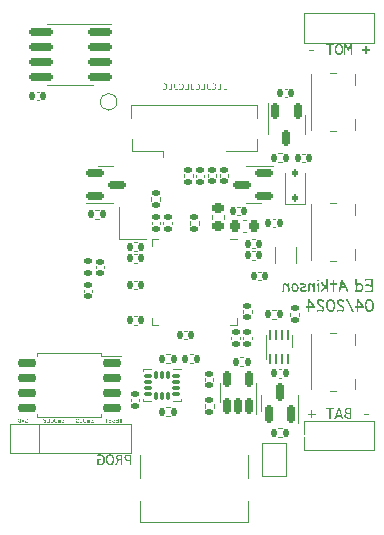
<source format=gbr>
%TF.GenerationSoftware,KiCad,Pcbnew,7.0.1*%
%TF.CreationDate,2024-04-01T23:51:06+01:00*%
%TF.ProjectId,Hardware,48617264-7761-4726-952e-6b696361645f,rev?*%
%TF.SameCoordinates,Original*%
%TF.FileFunction,Legend,Bot*%
%TF.FilePolarity,Positive*%
%FSLAX46Y46*%
G04 Gerber Fmt 4.6, Leading zero omitted, Abs format (unit mm)*
G04 Created by KiCad (PCBNEW 7.0.1) date 2024-04-01 23:51:06*
%MOMM*%
%LPD*%
G01*
G04 APERTURE LIST*
G04 Aperture macros list*
%AMRoundRect*
0 Rectangle with rounded corners*
0 $1 Rounding radius*
0 $2 $3 $4 $5 $6 $7 $8 $9 X,Y pos of 4 corners*
0 Add a 4 corners polygon primitive as box body*
4,1,4,$2,$3,$4,$5,$6,$7,$8,$9,$2,$3,0*
0 Add four circle primitives for the rounded corners*
1,1,$1+$1,$2,$3*
1,1,$1+$1,$4,$5*
1,1,$1+$1,$6,$7*
1,1,$1+$1,$8,$9*
0 Add four rect primitives between the rounded corners*
20,1,$1+$1,$2,$3,$4,$5,0*
20,1,$1+$1,$4,$5,$6,$7,0*
20,1,$1+$1,$6,$7,$8,$9,0*
20,1,$1+$1,$8,$9,$2,$3,0*%
%AMFreePoly0*
4,1,6,1.000000,0.000000,0.500000,-0.750000,-0.500000,-0.750000,-0.500000,0.750000,0.500000,0.750000,1.000000,0.000000,1.000000,0.000000,$1*%
%AMFreePoly1*
4,1,6,0.500000,-0.750000,-0.650000,-0.750000,-0.150000,0.000000,-0.650000,0.750000,0.500000,0.750000,0.500000,-0.750000,0.500000,-0.750000,$1*%
G04 Aperture macros list end*
%ADD10C,0.125000*%
%ADD11C,0.150000*%
%ADD12C,0.075000*%
%ADD13C,0.120000*%
%ADD14C,0.100000*%
%ADD15RoundRect,0.135000X-0.185000X0.135000X-0.185000X-0.135000X0.185000X-0.135000X0.185000X0.135000X0*%
%ADD16RoundRect,0.140000X0.140000X0.170000X-0.140000X0.170000X-0.140000X-0.170000X0.140000X-0.170000X0*%
%ADD17RoundRect,0.140000X-0.170000X0.140000X-0.170000X-0.140000X0.170000X-0.140000X0.170000X0.140000X0*%
%ADD18R,0.300000X1.000000*%
%ADD19R,1.650000X1.300000*%
%ADD20RoundRect,0.218750X-0.218750X-0.256250X0.218750X-0.256250X0.218750X0.256250X-0.218750X0.256250X0*%
%ADD21R,2.300000X2.300000*%
%ADD22O,2.300000X2.300000*%
%ADD23RoundRect,0.140000X-0.140000X-0.170000X0.140000X-0.170000X0.140000X0.170000X-0.140000X0.170000X0*%
%ADD24RoundRect,0.150000X-0.150000X0.512500X-0.150000X-0.512500X0.150000X-0.512500X0.150000X0.512500X0*%
%ADD25RoundRect,0.087500X0.225000X0.087500X-0.225000X0.087500X-0.225000X-0.087500X0.225000X-0.087500X0*%
%ADD26RoundRect,0.087500X0.087500X0.225000X-0.087500X0.225000X-0.087500X-0.225000X0.087500X-0.225000X0*%
%ADD27RoundRect,0.135000X-0.135000X-0.185000X0.135000X-0.185000X0.135000X0.185000X-0.135000X0.185000X0*%
%ADD28FreePoly0,270.000000*%
%ADD29FreePoly1,270.000000*%
%ADD30RoundRect,0.150000X0.825000X0.150000X-0.825000X0.150000X-0.825000X-0.150000X0.825000X-0.150000X0*%
%ADD31RoundRect,0.135000X0.135000X0.185000X-0.135000X0.185000X-0.135000X-0.185000X0.135000X-0.185000X0*%
%ADD32R,0.800000X0.900000*%
%ADD33RoundRect,0.150000X0.150000X-0.587500X0.150000X0.587500X-0.150000X0.587500X-0.150000X-0.587500X0*%
%ADD34C,0.750000*%
%ADD35R,1.000000X1.550000*%
%ADD36RoundRect,0.150000X0.150000X-0.512500X0.150000X0.512500X-0.150000X0.512500X-0.150000X-0.512500X0*%
%ADD37C,0.250000*%
%ADD38R,4.850000X4.850000*%
%ADD39RoundRect,0.140000X0.170000X-0.140000X0.170000X0.140000X-0.170000X0.140000X-0.170000X-0.140000X0*%
%ADD40R,1.800000X1.000000*%
%ADD41RoundRect,0.112500X0.112500X-0.187500X0.112500X0.187500X-0.112500X0.187500X-0.112500X-0.187500X0*%
%ADD42RoundRect,0.135000X0.185000X-0.135000X0.185000X0.135000X-0.185000X0.135000X-0.185000X-0.135000X0*%
%ADD43RoundRect,0.147500X0.172500X-0.147500X0.172500X0.147500X-0.172500X0.147500X-0.172500X-0.147500X0*%
%ADD44RoundRect,0.225000X0.250000X-0.225000X0.250000X0.225000X-0.250000X0.225000X-0.250000X-0.225000X0*%
%ADD45RoundRect,0.150000X-0.587500X-0.150000X0.587500X-0.150000X0.587500X0.150000X-0.587500X0.150000X0*%
%ADD46R,1.700000X1.700000*%
%ADD47O,1.700000X1.700000*%
%ADD48RoundRect,0.150000X0.650000X0.150000X-0.650000X0.150000X-0.650000X-0.150000X0.650000X-0.150000X0*%
%ADD49C,0.650000*%
%ADD50R,0.600000X1.240000*%
%ADD51R,0.300000X1.240000*%
%ADD52O,1.000000X1.800000*%
%ADD53O,1.000000X2.100000*%
%ADD54RoundRect,0.150000X0.587500X0.150000X-0.587500X0.150000X-0.587500X-0.150000X0.587500X-0.150000X0*%
%ADD55C,1.000000*%
%ADD56RoundRect,0.062500X0.062500X-0.325000X0.062500X0.325000X-0.062500X0.325000X-0.062500X-0.325000X0*%
%ADD57R,1.200000X0.800000*%
G04 APERTURE END LIST*
D10*
G36*
X197224426Y-68705401D02*
G01*
X197224426Y-69079239D01*
X197224518Y-69085719D01*
X197224792Y-69092134D01*
X197225249Y-69098485D01*
X197225889Y-69104772D01*
X197226712Y-69110994D01*
X197227718Y-69117152D01*
X197228907Y-69123246D01*
X197230279Y-69129275D01*
X197231834Y-69135240D01*
X197233571Y-69141140D01*
X197234831Y-69145038D01*
X197236850Y-69150794D01*
X197239059Y-69156410D01*
X197241459Y-69161887D01*
X197244050Y-69167226D01*
X197246831Y-69172425D01*
X197249803Y-69177485D01*
X197254062Y-69184016D01*
X197258660Y-69190299D01*
X197263596Y-69196335D01*
X197266192Y-69199260D01*
X197271600Y-69204865D01*
X197275879Y-69208877D01*
X197280348Y-69212724D01*
X197285008Y-69216406D01*
X197289859Y-69219923D01*
X197294900Y-69223275D01*
X197300132Y-69226462D01*
X197305554Y-69229485D01*
X197311168Y-69232342D01*
X197316971Y-69235035D01*
X197318948Y-69235896D01*
X197324982Y-69238306D01*
X197331215Y-69240478D01*
X197337646Y-69242413D01*
X197344275Y-69244112D01*
X197351103Y-69245573D01*
X197358129Y-69246798D01*
X197365354Y-69247785D01*
X197372776Y-69248536D01*
X197380397Y-69249049D01*
X197388217Y-69249326D01*
X197393540Y-69249378D01*
X197399556Y-69249301D01*
X197405623Y-69249069D01*
X197411742Y-69248683D01*
X197417912Y-69248142D01*
X197424134Y-69247446D01*
X197426220Y-69247180D01*
X197432443Y-69246354D01*
X197438584Y-69245415D01*
X197444643Y-69244362D01*
X197450620Y-69243196D01*
X197456513Y-69241917D01*
X197458460Y-69241465D01*
X197464168Y-69240040D01*
X197470672Y-69238246D01*
X197477007Y-69236313D01*
X197483174Y-69234239D01*
X197487476Y-69232672D01*
X197493256Y-69230322D01*
X197498672Y-69227888D01*
X197504414Y-69225003D01*
X197509681Y-69222008D01*
X197510923Y-69221242D01*
X197510923Y-69148555D01*
X197504461Y-69152800D01*
X197497826Y-69156816D01*
X197491016Y-69160604D01*
X197485794Y-69163294D01*
X197480475Y-69165855D01*
X197475057Y-69168288D01*
X197469542Y-69170592D01*
X197463929Y-69172767D01*
X197458218Y-69174813D01*
X197454356Y-69176106D01*
X197448510Y-69177886D01*
X197442677Y-69179492D01*
X197436856Y-69180923D01*
X197431049Y-69182178D01*
X197425254Y-69183258D01*
X197417548Y-69184426D01*
X197409865Y-69185282D01*
X197402204Y-69185827D01*
X197394567Y-69186061D01*
X197392661Y-69186071D01*
X197384407Y-69185830D01*
X197376516Y-69185107D01*
X197368989Y-69183903D01*
X197361824Y-69182217D01*
X197355023Y-69180049D01*
X197348585Y-69177400D01*
X197342511Y-69174269D01*
X197336799Y-69170656D01*
X197331451Y-69166561D01*
X197326466Y-69161985D01*
X197323345Y-69158667D01*
X197318997Y-69153316D01*
X197315077Y-69147540D01*
X197311585Y-69141339D01*
X197308521Y-69134713D01*
X197305884Y-69127662D01*
X197303674Y-69120186D01*
X197301893Y-69112285D01*
X197300538Y-69103959D01*
X197299612Y-69095208D01*
X197299232Y-69089138D01*
X197299042Y-69082879D01*
X197299018Y-69079678D01*
X197299018Y-68768709D01*
X197503889Y-68768709D01*
X197503889Y-68705401D01*
X197224426Y-68705401D01*
G37*
G36*
X196718697Y-69240000D02*
G01*
X197028641Y-69240000D01*
X197028641Y-68705401D01*
X196954049Y-68705401D01*
X196954049Y-69176692D01*
X196718697Y-69176692D01*
X196718697Y-69240000D01*
G37*
G36*
X196253268Y-69225931D02*
G01*
X196261371Y-69228770D01*
X196269523Y-69231427D01*
X196277724Y-69233900D01*
X196285975Y-69236189D01*
X196294275Y-69238296D01*
X196302624Y-69240219D01*
X196311022Y-69241960D01*
X196319470Y-69243517D01*
X196327967Y-69244890D01*
X196336513Y-69246081D01*
X196345108Y-69247089D01*
X196353752Y-69247913D01*
X196362446Y-69248554D01*
X196371189Y-69249012D01*
X196379981Y-69249287D01*
X196388823Y-69249378D01*
X196395906Y-69249312D01*
X196402886Y-69249112D01*
X196409762Y-69248778D01*
X196416536Y-69248311D01*
X196423206Y-69247711D01*
X196429772Y-69246978D01*
X196436236Y-69246111D01*
X196442596Y-69245110D01*
X196448852Y-69243977D01*
X196455006Y-69242709D01*
X196461056Y-69241309D01*
X196467002Y-69239775D01*
X196472846Y-69238108D01*
X196478586Y-69236307D01*
X196484223Y-69234373D01*
X196489756Y-69232306D01*
X196500513Y-69227771D01*
X196510856Y-69222703D01*
X196520786Y-69217101D01*
X196530303Y-69210965D01*
X196539407Y-69204296D01*
X196548097Y-69197094D01*
X196556374Y-69189358D01*
X196564238Y-69181088D01*
X196571638Y-69172278D01*
X196578560Y-69162955D01*
X196585006Y-69153121D01*
X196588049Y-69148012D01*
X196590973Y-69142776D01*
X196593778Y-69137411D01*
X196596464Y-69131918D01*
X196599030Y-69126297D01*
X196601476Y-69120549D01*
X196603804Y-69114672D01*
X196606012Y-69108668D01*
X196608101Y-69102535D01*
X196610070Y-69096275D01*
X196611920Y-69089886D01*
X196613651Y-69083370D01*
X196615262Y-69076726D01*
X196616754Y-69069954D01*
X196618126Y-69063054D01*
X196619380Y-69056026D01*
X196620514Y-69048870D01*
X196621528Y-69041586D01*
X196622423Y-69034174D01*
X196623199Y-69026634D01*
X196623855Y-69018966D01*
X196624393Y-69011171D01*
X196624810Y-69003247D01*
X196625109Y-68995195D01*
X196625288Y-68987016D01*
X196625347Y-68978709D01*
X196625282Y-68970642D01*
X196625084Y-68962673D01*
X196624755Y-68954802D01*
X196624294Y-68947027D01*
X196623702Y-68939350D01*
X196622977Y-68931770D01*
X196622122Y-68924288D01*
X196621134Y-68916903D01*
X196620015Y-68909615D01*
X196618764Y-68902425D01*
X196617382Y-68895331D01*
X196615868Y-68888336D01*
X196614222Y-68881437D01*
X196612444Y-68874636D01*
X196610535Y-68867932D01*
X196608495Y-68861325D01*
X196606331Y-68854830D01*
X196604055Y-68848459D01*
X196601665Y-68842213D01*
X196599161Y-68836092D01*
X196596545Y-68830096D01*
X196593815Y-68824224D01*
X196590972Y-68818477D01*
X196588015Y-68812855D01*
X196584945Y-68807358D01*
X196581761Y-68801986D01*
X196578465Y-68796738D01*
X196575055Y-68791615D01*
X196571531Y-68786617D01*
X196567895Y-68781744D01*
X196564145Y-68776996D01*
X196560281Y-68772372D01*
X196556310Y-68767858D01*
X196552237Y-68763476D01*
X196548062Y-68759226D01*
X196543786Y-68755107D01*
X196539407Y-68751120D01*
X196534926Y-68747265D01*
X196530344Y-68743541D01*
X196525660Y-68739949D01*
X196520873Y-68736488D01*
X196515985Y-68733160D01*
X196510995Y-68729963D01*
X196505903Y-68726897D01*
X196500710Y-68723963D01*
X196495414Y-68721161D01*
X196490016Y-68718491D01*
X196484517Y-68715952D01*
X196478906Y-68713539D01*
X196473212Y-68711281D01*
X196467435Y-68709179D01*
X196461573Y-68707233D01*
X196455629Y-68705442D01*
X196449600Y-68703807D01*
X196443488Y-68702328D01*
X196437293Y-68701004D01*
X196431013Y-68699837D01*
X196424651Y-68698825D01*
X196418204Y-68697968D01*
X196411675Y-68697267D01*
X196405061Y-68696723D01*
X196398364Y-68696333D01*
X196391584Y-68696100D01*
X196384719Y-68696022D01*
X196377733Y-68696088D01*
X196370842Y-68696285D01*
X196364046Y-68696613D01*
X196357345Y-68697073D01*
X196350740Y-68697664D01*
X196344230Y-68698387D01*
X196337815Y-68699241D01*
X196331496Y-68700226D01*
X196325272Y-68701343D01*
X196319143Y-68702591D01*
X196315110Y-68703496D01*
X196309088Y-68704968D01*
X196303113Y-68706582D01*
X196297184Y-68708337D01*
X196291301Y-68710234D01*
X196285465Y-68712273D01*
X196279675Y-68714454D01*
X196273931Y-68716776D01*
X196268234Y-68719240D01*
X196262583Y-68721846D01*
X196256978Y-68724593D01*
X196253268Y-68726503D01*
X196253268Y-68799190D01*
X196258755Y-68795833D01*
X196264281Y-68792630D01*
X196269846Y-68789582D01*
X196275449Y-68786688D01*
X196281091Y-68783949D01*
X196286771Y-68781364D01*
X196292490Y-68778934D01*
X196298248Y-68776659D01*
X196304045Y-68774538D01*
X196309880Y-68772571D01*
X196313791Y-68771346D01*
X196319722Y-68769618D01*
X196325752Y-68768059D01*
X196331884Y-68766671D01*
X196338116Y-68765452D01*
X196344448Y-68764404D01*
X196350880Y-68763526D01*
X196357414Y-68762817D01*
X196364047Y-68762279D01*
X196370781Y-68761910D01*
X196377616Y-68761712D01*
X196382228Y-68761674D01*
X196389282Y-68761799D01*
X196396209Y-68762174D01*
X196403010Y-68762799D01*
X196409685Y-68763673D01*
X196416233Y-68764798D01*
X196422656Y-68766172D01*
X196428952Y-68767796D01*
X196435122Y-68769670D01*
X196441166Y-68771794D01*
X196447083Y-68774168D01*
X196450958Y-68775889D01*
X196456620Y-68778668D01*
X196462119Y-68781673D01*
X196467456Y-68784905D01*
X196472631Y-68788364D01*
X196477643Y-68792049D01*
X196482493Y-68795961D01*
X196487181Y-68800100D01*
X196491707Y-68804466D01*
X196496070Y-68809058D01*
X196500271Y-68813877D01*
X196502982Y-68817215D01*
X196506907Y-68822403D01*
X196510660Y-68827799D01*
X196514240Y-68833404D01*
X196517648Y-68839218D01*
X196520883Y-68845240D01*
X196523945Y-68851471D01*
X196526835Y-68857910D01*
X196529552Y-68864559D01*
X196532097Y-68871415D01*
X196534469Y-68878481D01*
X196535955Y-68883307D01*
X196538023Y-68890713D01*
X196539889Y-68898312D01*
X196541551Y-68906104D01*
X196543009Y-68914089D01*
X196544264Y-68922267D01*
X196545316Y-68930639D01*
X196546164Y-68939203D01*
X196546808Y-68947961D01*
X196547125Y-68953907D01*
X196547351Y-68959939D01*
X196547486Y-68966057D01*
X196547532Y-68972260D01*
X196547490Y-68978768D01*
X196547366Y-68985175D01*
X196547158Y-68991481D01*
X196546868Y-68997686D01*
X196546494Y-69003791D01*
X196546038Y-69009795D01*
X196545498Y-69015698D01*
X196544170Y-69027201D01*
X196542510Y-69038302D01*
X196540518Y-69049000D01*
X196538194Y-69059295D01*
X196535537Y-69069187D01*
X196532549Y-69078676D01*
X196529229Y-69087761D01*
X196525577Y-69096444D01*
X196521593Y-69104724D01*
X196517277Y-69112601D01*
X196512628Y-69120075D01*
X196507648Y-69127146D01*
X196505033Y-69130530D01*
X196499567Y-69136972D01*
X196493793Y-69142998D01*
X196487711Y-69148608D01*
X196481320Y-69153803D01*
X196474622Y-69158582D01*
X196467616Y-69162946D01*
X196460302Y-69166894D01*
X196452680Y-69170427D01*
X196444750Y-69173544D01*
X196436512Y-69176245D01*
X196427966Y-69178531D01*
X196419112Y-69180401D01*
X196409950Y-69181856D01*
X196400480Y-69182895D01*
X196390702Y-69183518D01*
X196380616Y-69183726D01*
X196374131Y-69183662D01*
X196367700Y-69183468D01*
X196361323Y-69183146D01*
X196355000Y-69182696D01*
X196348732Y-69182116D01*
X196342517Y-69181408D01*
X196336357Y-69180570D01*
X196330250Y-69179604D01*
X196324198Y-69178510D01*
X196318200Y-69177286D01*
X196314231Y-69176399D01*
X196308291Y-69174946D01*
X196302398Y-69173390D01*
X196296552Y-69171731D01*
X196290751Y-69169969D01*
X196284998Y-69168104D01*
X196279290Y-69166136D01*
X196273629Y-69164065D01*
X196268014Y-69161891D01*
X196262446Y-69159613D01*
X196256923Y-69157233D01*
X196253268Y-69155589D01*
X196253268Y-69225931D01*
G37*
G36*
X195840449Y-68705401D02*
G01*
X195840449Y-69079239D01*
X195840540Y-69085719D01*
X195840814Y-69092134D01*
X195841272Y-69098485D01*
X195841912Y-69104772D01*
X195842735Y-69110994D01*
X195843741Y-69117152D01*
X195844930Y-69123246D01*
X195846301Y-69129275D01*
X195847856Y-69135240D01*
X195849593Y-69141140D01*
X195850853Y-69145038D01*
X195852872Y-69150794D01*
X195855081Y-69156410D01*
X195857481Y-69161887D01*
X195860072Y-69167226D01*
X195862853Y-69172425D01*
X195865825Y-69177485D01*
X195870084Y-69184016D01*
X195874682Y-69190299D01*
X195879619Y-69196335D01*
X195882214Y-69199260D01*
X195887623Y-69204865D01*
X195891901Y-69208877D01*
X195896371Y-69212724D01*
X195901031Y-69216406D01*
X195905881Y-69219923D01*
X195910922Y-69223275D01*
X195916154Y-69226462D01*
X195921577Y-69229485D01*
X195927190Y-69232342D01*
X195932994Y-69235035D01*
X195934971Y-69235896D01*
X195941005Y-69238306D01*
X195947237Y-69240478D01*
X195953668Y-69242413D01*
X195960298Y-69244112D01*
X195967125Y-69245573D01*
X195974151Y-69246798D01*
X195981376Y-69247785D01*
X195988799Y-69248536D01*
X195996420Y-69249049D01*
X196004239Y-69249326D01*
X196009562Y-69249378D01*
X196015578Y-69249301D01*
X196021645Y-69249069D01*
X196027764Y-69248683D01*
X196033935Y-69248142D01*
X196040157Y-69247446D01*
X196042242Y-69247180D01*
X196048466Y-69246354D01*
X196054607Y-69245415D01*
X196060666Y-69244362D01*
X196066642Y-69243196D01*
X196072536Y-69241917D01*
X196074482Y-69241465D01*
X196080190Y-69240040D01*
X196086694Y-69238246D01*
X196093029Y-69236313D01*
X196099196Y-69234239D01*
X196103498Y-69232672D01*
X196109278Y-69230322D01*
X196114694Y-69227888D01*
X196120437Y-69225003D01*
X196125703Y-69222008D01*
X196126945Y-69221242D01*
X196126945Y-69148555D01*
X196120484Y-69152800D01*
X196113848Y-69156816D01*
X196107038Y-69160604D01*
X196101817Y-69163294D01*
X196096497Y-69165855D01*
X196091080Y-69168288D01*
X196085565Y-69170592D01*
X196079951Y-69172767D01*
X196074240Y-69174813D01*
X196070379Y-69176106D01*
X196064533Y-69177886D01*
X196058699Y-69179492D01*
X196052879Y-69180923D01*
X196047071Y-69182178D01*
X196041276Y-69183258D01*
X196033570Y-69184426D01*
X196025887Y-69185282D01*
X196018226Y-69185827D01*
X196010589Y-69186061D01*
X196008683Y-69186071D01*
X196000429Y-69185830D01*
X195992538Y-69185107D01*
X195985011Y-69183903D01*
X195977847Y-69182217D01*
X195971046Y-69180049D01*
X195964608Y-69177400D01*
X195958533Y-69174269D01*
X195952822Y-69170656D01*
X195947473Y-69166561D01*
X195942488Y-69161985D01*
X195939367Y-69158667D01*
X195935019Y-69153316D01*
X195931100Y-69147540D01*
X195927607Y-69141339D01*
X195924543Y-69134713D01*
X195921906Y-69127662D01*
X195919697Y-69120186D01*
X195917915Y-69112285D01*
X195916561Y-69103959D01*
X195915634Y-69095208D01*
X195915254Y-69089138D01*
X195915064Y-69082879D01*
X195915040Y-69079678D01*
X195915040Y-68768709D01*
X196119911Y-68768709D01*
X196119911Y-68705401D01*
X195840449Y-68705401D01*
G37*
G36*
X195334719Y-69240000D02*
G01*
X195644664Y-69240000D01*
X195644664Y-68705401D01*
X195570072Y-68705401D01*
X195570072Y-69176692D01*
X195334719Y-69176692D01*
X195334719Y-69240000D01*
G37*
G36*
X194869290Y-69225931D02*
G01*
X194877393Y-69228770D01*
X194885545Y-69231427D01*
X194893747Y-69233900D01*
X194901997Y-69236189D01*
X194910297Y-69238296D01*
X194918646Y-69240219D01*
X194927045Y-69241960D01*
X194935492Y-69243517D01*
X194943989Y-69244890D01*
X194952535Y-69246081D01*
X194961130Y-69247089D01*
X194969775Y-69247913D01*
X194978468Y-69248554D01*
X194987211Y-69249012D01*
X194996004Y-69249287D01*
X195004845Y-69249378D01*
X195011928Y-69249312D01*
X195018908Y-69249112D01*
X195025785Y-69248778D01*
X195032558Y-69248311D01*
X195039228Y-69247711D01*
X195045795Y-69246978D01*
X195052258Y-69246111D01*
X195058618Y-69245110D01*
X195064875Y-69243977D01*
X195071028Y-69242709D01*
X195077078Y-69241309D01*
X195083025Y-69239775D01*
X195088868Y-69238108D01*
X195094608Y-69236307D01*
X195100245Y-69234373D01*
X195105778Y-69232306D01*
X195116535Y-69227771D01*
X195126879Y-69222703D01*
X195136809Y-69217101D01*
X195146326Y-69210965D01*
X195155429Y-69204296D01*
X195164120Y-69197094D01*
X195172396Y-69189358D01*
X195180260Y-69181088D01*
X195187660Y-69172278D01*
X195194583Y-69162955D01*
X195201028Y-69153121D01*
X195204071Y-69148012D01*
X195206996Y-69142776D01*
X195209800Y-69137411D01*
X195212486Y-69131918D01*
X195215052Y-69126297D01*
X195217499Y-69120549D01*
X195219826Y-69114672D01*
X195222034Y-69108668D01*
X195224123Y-69102535D01*
X195226092Y-69096275D01*
X195227942Y-69089886D01*
X195229673Y-69083370D01*
X195231284Y-69076726D01*
X195232776Y-69069954D01*
X195234149Y-69063054D01*
X195235402Y-69056026D01*
X195236536Y-69048870D01*
X195237550Y-69041586D01*
X195238446Y-69034174D01*
X195239221Y-69026634D01*
X195239878Y-69018966D01*
X195240415Y-69011171D01*
X195240833Y-69003247D01*
X195241131Y-68995195D01*
X195241310Y-68987016D01*
X195241370Y-68978709D01*
X195241304Y-68970642D01*
X195241106Y-68962673D01*
X195240777Y-68954802D01*
X195240316Y-68947027D01*
X195239724Y-68939350D01*
X195239000Y-68931770D01*
X195238144Y-68924288D01*
X195237157Y-68916903D01*
X195236037Y-68909615D01*
X195234787Y-68902425D01*
X195233404Y-68895331D01*
X195231890Y-68888336D01*
X195230244Y-68881437D01*
X195228467Y-68874636D01*
X195226558Y-68867932D01*
X195224517Y-68861325D01*
X195222354Y-68854830D01*
X195220077Y-68848459D01*
X195217687Y-68842213D01*
X195215184Y-68836092D01*
X195212567Y-68830096D01*
X195209837Y-68824224D01*
X195206994Y-68818477D01*
X195204037Y-68812855D01*
X195200967Y-68807358D01*
X195197784Y-68801986D01*
X195194487Y-68796738D01*
X195191077Y-68791615D01*
X195187554Y-68786617D01*
X195183917Y-68781744D01*
X195180167Y-68776996D01*
X195176303Y-68772372D01*
X195172332Y-68767858D01*
X195168259Y-68763476D01*
X195164085Y-68759226D01*
X195159808Y-68755107D01*
X195155429Y-68751120D01*
X195150949Y-68747265D01*
X195146366Y-68743541D01*
X195141682Y-68739949D01*
X195136896Y-68736488D01*
X195132008Y-68733160D01*
X195127018Y-68729963D01*
X195121926Y-68726897D01*
X195116732Y-68723963D01*
X195111436Y-68721161D01*
X195106039Y-68718491D01*
X195100539Y-68715952D01*
X195094929Y-68713539D01*
X195089235Y-68711281D01*
X195083457Y-68709179D01*
X195077596Y-68707233D01*
X195071651Y-68705442D01*
X195065622Y-68703807D01*
X195059510Y-68702328D01*
X195053315Y-68701004D01*
X195047036Y-68699837D01*
X195040673Y-68698825D01*
X195034227Y-68697968D01*
X195027697Y-68697267D01*
X195021083Y-68696723D01*
X195014386Y-68696333D01*
X195007606Y-68696100D01*
X195000742Y-68696022D01*
X194993755Y-68696088D01*
X194986864Y-68696285D01*
X194980068Y-68696613D01*
X194973367Y-68697073D01*
X194966762Y-68697664D01*
X194960252Y-68698387D01*
X194953837Y-68699241D01*
X194947518Y-68700226D01*
X194941294Y-68701343D01*
X194935165Y-68702591D01*
X194931132Y-68703496D01*
X194925111Y-68704968D01*
X194919135Y-68706582D01*
X194913206Y-68708337D01*
X194907323Y-68710234D01*
X194901487Y-68712273D01*
X194895697Y-68714454D01*
X194889953Y-68716776D01*
X194884256Y-68719240D01*
X194878605Y-68721846D01*
X194873001Y-68724593D01*
X194869290Y-68726503D01*
X194869290Y-68799190D01*
X194874777Y-68795833D01*
X194880303Y-68792630D01*
X194885868Y-68789582D01*
X194891471Y-68786688D01*
X194897113Y-68783949D01*
X194902794Y-68781364D01*
X194908513Y-68778934D01*
X194914271Y-68776659D01*
X194920067Y-68774538D01*
X194925902Y-68772571D01*
X194929814Y-68771346D01*
X194935744Y-68769618D01*
X194941775Y-68768059D01*
X194947906Y-68766671D01*
X194954138Y-68765452D01*
X194960470Y-68764404D01*
X194966903Y-68763526D01*
X194973436Y-68762817D01*
X194980070Y-68762279D01*
X194986804Y-68761910D01*
X194993638Y-68761712D01*
X194998250Y-68761674D01*
X195005304Y-68761799D01*
X195012231Y-68762174D01*
X195019032Y-68762799D01*
X195025707Y-68763673D01*
X195032256Y-68764798D01*
X195038678Y-68766172D01*
X195044974Y-68767796D01*
X195051144Y-68769670D01*
X195057188Y-68771794D01*
X195063105Y-68774168D01*
X195066980Y-68775889D01*
X195072642Y-68778668D01*
X195078141Y-68781673D01*
X195083478Y-68784905D01*
X195088653Y-68788364D01*
X195093666Y-68792049D01*
X195098516Y-68795961D01*
X195103204Y-68800100D01*
X195107729Y-68804466D01*
X195112092Y-68809058D01*
X195116294Y-68813877D01*
X195119004Y-68817215D01*
X195122929Y-68822403D01*
X195126682Y-68827799D01*
X195130262Y-68833404D01*
X195133670Y-68839218D01*
X195136905Y-68845240D01*
X195139968Y-68851471D01*
X195142857Y-68857910D01*
X195145575Y-68864559D01*
X195148119Y-68871415D01*
X195150491Y-68878481D01*
X195151977Y-68883307D01*
X195154046Y-68890713D01*
X195155911Y-68898312D01*
X195157573Y-68906104D01*
X195159032Y-68914089D01*
X195160287Y-68922267D01*
X195161338Y-68930639D01*
X195162186Y-68939203D01*
X195162830Y-68947961D01*
X195163147Y-68953907D01*
X195163373Y-68959939D01*
X195163509Y-68966057D01*
X195163554Y-68972260D01*
X195163512Y-68978768D01*
X195163388Y-68985175D01*
X195163180Y-68991481D01*
X195162890Y-68997686D01*
X195162516Y-69003791D01*
X195162060Y-69009795D01*
X195161520Y-69015698D01*
X195160192Y-69027201D01*
X195158532Y-69038302D01*
X195156540Y-69049000D01*
X195154216Y-69059295D01*
X195151560Y-69069187D01*
X195148572Y-69078676D01*
X195145251Y-69087761D01*
X195141599Y-69096444D01*
X195137615Y-69104724D01*
X195133299Y-69112601D01*
X195128651Y-69120075D01*
X195123670Y-69127146D01*
X195121056Y-69130530D01*
X195115589Y-69136972D01*
X195109815Y-69142998D01*
X195103733Y-69148608D01*
X195097343Y-69153803D01*
X195090645Y-69158582D01*
X195083638Y-69162946D01*
X195076324Y-69166894D01*
X195068702Y-69170427D01*
X195060772Y-69173544D01*
X195052534Y-69176245D01*
X195043988Y-69178531D01*
X195035134Y-69180401D01*
X195025972Y-69181856D01*
X195016502Y-69182895D01*
X195006724Y-69183518D01*
X194996638Y-69183726D01*
X194990153Y-69183662D01*
X194983722Y-69183468D01*
X194977345Y-69183146D01*
X194971023Y-69182696D01*
X194964754Y-69182116D01*
X194958539Y-69181408D01*
X194952379Y-69180570D01*
X194946272Y-69179604D01*
X194940220Y-69178510D01*
X194934222Y-69177286D01*
X194930253Y-69176399D01*
X194924314Y-69174946D01*
X194918421Y-69173390D01*
X194912574Y-69171731D01*
X194906774Y-69169969D01*
X194901020Y-69168104D01*
X194895312Y-69166136D01*
X194889651Y-69164065D01*
X194884036Y-69161891D01*
X194878468Y-69159613D01*
X194872946Y-69157233D01*
X194869290Y-69155589D01*
X194869290Y-69225931D01*
G37*
G36*
X194456471Y-68705401D02*
G01*
X194456471Y-69079239D01*
X194456562Y-69085719D01*
X194456837Y-69092134D01*
X194457294Y-69098485D01*
X194457934Y-69104772D01*
X194458757Y-69110994D01*
X194459763Y-69117152D01*
X194460952Y-69123246D01*
X194462324Y-69129275D01*
X194463878Y-69135240D01*
X194465616Y-69141140D01*
X194466876Y-69145038D01*
X194468894Y-69150794D01*
X194471104Y-69156410D01*
X194473504Y-69161887D01*
X194476094Y-69167226D01*
X194478876Y-69172425D01*
X194481847Y-69177485D01*
X194486106Y-69184016D01*
X194490704Y-69190299D01*
X194495641Y-69196335D01*
X194498236Y-69199260D01*
X194503645Y-69204865D01*
X194507924Y-69208877D01*
X194512393Y-69212724D01*
X194517053Y-69216406D01*
X194521904Y-69219923D01*
X194526945Y-69223275D01*
X194532177Y-69226462D01*
X194537599Y-69229485D01*
X194543212Y-69232342D01*
X194549016Y-69235035D01*
X194550993Y-69235896D01*
X194557027Y-69238306D01*
X194563260Y-69240478D01*
X194569691Y-69242413D01*
X194576320Y-69244112D01*
X194583148Y-69245573D01*
X194590174Y-69246798D01*
X194597398Y-69247785D01*
X194604821Y-69248536D01*
X194612442Y-69249049D01*
X194620261Y-69249326D01*
X194625585Y-69249378D01*
X194631600Y-69249301D01*
X194637668Y-69249069D01*
X194643787Y-69248683D01*
X194649957Y-69248142D01*
X194656179Y-69247446D01*
X194658264Y-69247180D01*
X194664488Y-69246354D01*
X194670629Y-69245415D01*
X194676688Y-69244362D01*
X194682664Y-69243196D01*
X194688558Y-69241917D01*
X194690504Y-69241465D01*
X194696213Y-69240040D01*
X194702716Y-69238246D01*
X194709052Y-69236313D01*
X194715219Y-69234239D01*
X194719520Y-69232672D01*
X194725301Y-69230322D01*
X194730716Y-69227888D01*
X194736459Y-69225003D01*
X194741726Y-69222008D01*
X194742968Y-69221242D01*
X194742968Y-69148555D01*
X194736506Y-69152800D01*
X194729870Y-69156816D01*
X194723060Y-69160604D01*
X194717839Y-69163294D01*
X194712519Y-69165855D01*
X194707102Y-69168288D01*
X194701587Y-69170592D01*
X194695974Y-69172767D01*
X194690263Y-69174813D01*
X194686401Y-69176106D01*
X194680555Y-69177886D01*
X194674722Y-69179492D01*
X194668901Y-69180923D01*
X194663093Y-69182178D01*
X194657299Y-69183258D01*
X194649593Y-69184426D01*
X194641909Y-69185282D01*
X194634249Y-69185827D01*
X194626611Y-69186061D01*
X194624705Y-69186071D01*
X194616451Y-69185830D01*
X194608561Y-69185107D01*
X194601033Y-69183903D01*
X194593869Y-69182217D01*
X194587068Y-69180049D01*
X194580630Y-69177400D01*
X194574555Y-69174269D01*
X194568844Y-69170656D01*
X194563496Y-69166561D01*
X194558511Y-69161985D01*
X194555389Y-69158667D01*
X194551042Y-69153316D01*
X194547122Y-69147540D01*
X194543630Y-69141339D01*
X194540565Y-69134713D01*
X194537928Y-69127662D01*
X194535719Y-69120186D01*
X194533937Y-69112285D01*
X194532583Y-69103959D01*
X194531657Y-69095208D01*
X194531276Y-69089138D01*
X194531086Y-69082879D01*
X194531063Y-69079678D01*
X194531063Y-68768709D01*
X194735934Y-68768709D01*
X194735934Y-68705401D01*
X194456471Y-68705401D01*
G37*
G36*
X193950742Y-69240000D02*
G01*
X194260686Y-69240000D01*
X194260686Y-68705401D01*
X194186094Y-68705401D01*
X194186094Y-69176692D01*
X193950742Y-69176692D01*
X193950742Y-69240000D01*
G37*
G36*
X193485312Y-69225931D02*
G01*
X193493415Y-69228770D01*
X193501568Y-69231427D01*
X193509769Y-69233900D01*
X193518020Y-69236189D01*
X193526320Y-69238296D01*
X193534669Y-69240219D01*
X193543067Y-69241960D01*
X193551515Y-69243517D01*
X193560011Y-69244890D01*
X193568557Y-69246081D01*
X193577153Y-69247089D01*
X193585797Y-69247913D01*
X193594491Y-69248554D01*
X193603234Y-69249012D01*
X193612026Y-69249287D01*
X193620867Y-69249378D01*
X193627951Y-69249312D01*
X193634931Y-69249112D01*
X193641807Y-69248778D01*
X193648580Y-69248311D01*
X193655250Y-69247711D01*
X193661817Y-69246978D01*
X193668280Y-69246111D01*
X193674640Y-69245110D01*
X193680897Y-69243977D01*
X193687050Y-69242709D01*
X193693100Y-69241309D01*
X193699047Y-69239775D01*
X193704890Y-69238108D01*
X193710631Y-69236307D01*
X193716267Y-69234373D01*
X193721801Y-69232306D01*
X193732557Y-69227771D01*
X193742901Y-69222703D01*
X193752831Y-69217101D01*
X193762348Y-69210965D01*
X193771452Y-69204296D01*
X193780142Y-69197094D01*
X193788419Y-69189358D01*
X193796282Y-69181088D01*
X193803682Y-69172278D01*
X193810605Y-69162955D01*
X193817050Y-69153121D01*
X193820094Y-69148012D01*
X193823018Y-69142776D01*
X193825823Y-69137411D01*
X193828508Y-69131918D01*
X193831074Y-69126297D01*
X193833521Y-69120549D01*
X193835849Y-69114672D01*
X193838057Y-69108668D01*
X193840145Y-69102535D01*
X193842115Y-69096275D01*
X193843965Y-69089886D01*
X193845695Y-69083370D01*
X193847307Y-69076726D01*
X193848799Y-69069954D01*
X193850171Y-69063054D01*
X193851424Y-69056026D01*
X193852558Y-69048870D01*
X193853573Y-69041586D01*
X193854468Y-69034174D01*
X193855244Y-69026634D01*
X193855900Y-69018966D01*
X193856437Y-69011171D01*
X193856855Y-69003247D01*
X193857153Y-68995195D01*
X193857332Y-68987016D01*
X193857392Y-68978709D01*
X193857326Y-68970642D01*
X193857129Y-68962673D01*
X193856800Y-68954802D01*
X193856339Y-68947027D01*
X193855746Y-68939350D01*
X193855022Y-68931770D01*
X193854166Y-68924288D01*
X193853179Y-68916903D01*
X193852060Y-68909615D01*
X193850809Y-68902425D01*
X193849426Y-68895331D01*
X193847912Y-68888336D01*
X193846267Y-68881437D01*
X193844489Y-68874636D01*
X193842580Y-68867932D01*
X193840539Y-68861325D01*
X193838376Y-68854830D01*
X193836099Y-68848459D01*
X193833709Y-68842213D01*
X193831206Y-68836092D01*
X193828590Y-68830096D01*
X193825860Y-68824224D01*
X193823016Y-68818477D01*
X193820060Y-68812855D01*
X193816990Y-68807358D01*
X193813806Y-68801986D01*
X193810509Y-68796738D01*
X193807099Y-68791615D01*
X193803576Y-68786617D01*
X193799939Y-68781744D01*
X193796189Y-68776996D01*
X193792326Y-68772372D01*
X193788355Y-68767858D01*
X193784282Y-68763476D01*
X193780107Y-68759226D01*
X193775830Y-68755107D01*
X193771452Y-68751120D01*
X193766971Y-68747265D01*
X193762389Y-68743541D01*
X193757704Y-68739949D01*
X193752918Y-68736488D01*
X193748030Y-68733160D01*
X193743040Y-68729963D01*
X193737948Y-68726897D01*
X193732754Y-68723963D01*
X193727459Y-68721161D01*
X193722061Y-68718491D01*
X193716562Y-68715952D01*
X193710951Y-68713539D01*
X193705257Y-68711281D01*
X193699479Y-68709179D01*
X193693618Y-68707233D01*
X193687673Y-68705442D01*
X193681645Y-68703807D01*
X193675533Y-68702328D01*
X193669337Y-68701004D01*
X193663058Y-68699837D01*
X193656695Y-68698825D01*
X193650249Y-68697968D01*
X193643719Y-68697267D01*
X193637106Y-68696723D01*
X193630409Y-68696333D01*
X193623628Y-68696100D01*
X193616764Y-68696022D01*
X193609777Y-68696088D01*
X193602886Y-68696285D01*
X193596090Y-68696613D01*
X193589390Y-68697073D01*
X193582784Y-68697664D01*
X193576274Y-68698387D01*
X193569860Y-68699241D01*
X193563540Y-68700226D01*
X193557316Y-68701343D01*
X193551188Y-68702591D01*
X193547155Y-68703496D01*
X193541133Y-68704968D01*
X193535157Y-68706582D01*
X193529228Y-68708337D01*
X193523346Y-68710234D01*
X193517509Y-68712273D01*
X193511719Y-68714454D01*
X193505976Y-68716776D01*
X193500278Y-68719240D01*
X193494628Y-68721846D01*
X193489023Y-68724593D01*
X193485312Y-68726503D01*
X193485312Y-68799190D01*
X193490800Y-68795833D01*
X193496326Y-68792630D01*
X193501890Y-68789582D01*
X193507494Y-68786688D01*
X193513135Y-68783949D01*
X193518816Y-68781364D01*
X193524535Y-68778934D01*
X193530293Y-68776659D01*
X193536089Y-68774538D01*
X193541924Y-68772571D01*
X193545836Y-68771346D01*
X193551766Y-68769618D01*
X193557797Y-68768059D01*
X193563928Y-68766671D01*
X193570160Y-68765452D01*
X193576492Y-68764404D01*
X193582925Y-68763526D01*
X193589458Y-68762817D01*
X193596092Y-68762279D01*
X193602826Y-68761910D01*
X193609661Y-68761712D01*
X193614273Y-68761674D01*
X193621326Y-68761799D01*
X193628254Y-68762174D01*
X193635055Y-68762799D01*
X193641729Y-68763673D01*
X193648278Y-68764798D01*
X193654700Y-68766172D01*
X193660997Y-68767796D01*
X193667167Y-68769670D01*
X193673210Y-68771794D01*
X193679128Y-68774168D01*
X193683003Y-68775889D01*
X193688664Y-68778668D01*
X193694164Y-68781673D01*
X193699501Y-68784905D01*
X193704675Y-68788364D01*
X193709688Y-68792049D01*
X193714538Y-68795961D01*
X193719226Y-68800100D01*
X193723752Y-68804466D01*
X193728115Y-68809058D01*
X193732316Y-68813877D01*
X193735026Y-68817215D01*
X193738952Y-68822403D01*
X193742705Y-68827799D01*
X193746285Y-68833404D01*
X193749692Y-68839218D01*
X193752927Y-68845240D01*
X193755990Y-68851471D01*
X193758880Y-68857910D01*
X193761597Y-68864559D01*
X193764142Y-68871415D01*
X193766514Y-68878481D01*
X193767999Y-68883307D01*
X193770068Y-68890713D01*
X193771934Y-68898312D01*
X193773596Y-68906104D01*
X193775054Y-68914089D01*
X193776309Y-68922267D01*
X193777360Y-68930639D01*
X193778208Y-68939203D01*
X193778853Y-68947961D01*
X193779169Y-68953907D01*
X193779395Y-68959939D01*
X193779531Y-68966057D01*
X193779576Y-68972260D01*
X193779535Y-68978768D01*
X193779410Y-68985175D01*
X193779203Y-68991481D01*
X193778912Y-68997686D01*
X193778539Y-69003791D01*
X193778082Y-69009795D01*
X193777543Y-69015698D01*
X193776215Y-69027201D01*
X193774555Y-69038302D01*
X193772562Y-69049000D01*
X193770238Y-69059295D01*
X193767582Y-69069187D01*
X193764594Y-69078676D01*
X193761274Y-69087761D01*
X193757622Y-69096444D01*
X193753637Y-69104724D01*
X193749321Y-69112601D01*
X193744673Y-69120075D01*
X193739693Y-69127146D01*
X193737078Y-69130530D01*
X193731612Y-69136972D01*
X193725838Y-69142998D01*
X193719755Y-69148608D01*
X193713365Y-69153803D01*
X193706667Y-69158582D01*
X193699661Y-69162946D01*
X193692347Y-69166894D01*
X193684725Y-69170427D01*
X193676794Y-69173544D01*
X193668556Y-69176245D01*
X193660010Y-69178531D01*
X193651156Y-69180401D01*
X193641994Y-69181856D01*
X193632525Y-69182895D01*
X193622747Y-69183518D01*
X193612661Y-69183726D01*
X193606176Y-69183662D01*
X193599745Y-69183468D01*
X193593368Y-69183146D01*
X193587045Y-69182696D01*
X193580776Y-69182116D01*
X193574562Y-69181408D01*
X193568401Y-69180570D01*
X193562295Y-69179604D01*
X193556242Y-69178510D01*
X193550244Y-69177286D01*
X193546276Y-69176399D01*
X193540336Y-69174946D01*
X193534443Y-69173390D01*
X193528596Y-69171731D01*
X193522796Y-69169969D01*
X193517042Y-69168104D01*
X193511335Y-69166136D01*
X193505673Y-69164065D01*
X193500059Y-69161891D01*
X193494490Y-69159613D01*
X193488968Y-69157233D01*
X193485312Y-69155589D01*
X193485312Y-69225931D01*
G37*
G36*
X193072493Y-68705401D02*
G01*
X193072493Y-69079239D01*
X193072585Y-69085719D01*
X193072859Y-69092134D01*
X193073316Y-69098485D01*
X193073956Y-69104772D01*
X193074779Y-69110994D01*
X193075785Y-69117152D01*
X193076974Y-69123246D01*
X193078346Y-69129275D01*
X193079901Y-69135240D01*
X193081638Y-69141140D01*
X193082898Y-69145038D01*
X193084917Y-69150794D01*
X193087126Y-69156410D01*
X193089526Y-69161887D01*
X193092117Y-69167226D01*
X193094898Y-69172425D01*
X193097870Y-69177485D01*
X193102129Y-69184016D01*
X193106727Y-69190299D01*
X193111663Y-69196335D01*
X193114259Y-69199260D01*
X193119667Y-69204865D01*
X193123946Y-69208877D01*
X193128415Y-69212724D01*
X193133075Y-69216406D01*
X193137926Y-69219923D01*
X193142967Y-69223275D01*
X193148199Y-69226462D01*
X193153621Y-69229485D01*
X193159235Y-69232342D01*
X193165038Y-69235035D01*
X193167015Y-69235896D01*
X193173049Y-69238306D01*
X193179282Y-69240478D01*
X193185713Y-69242413D01*
X193192342Y-69244112D01*
X193199170Y-69245573D01*
X193206196Y-69246798D01*
X193213421Y-69247785D01*
X193220843Y-69248536D01*
X193228464Y-69249049D01*
X193236284Y-69249326D01*
X193241607Y-69249378D01*
X193247623Y-69249301D01*
X193253690Y-69249069D01*
X193259809Y-69248683D01*
X193265979Y-69248142D01*
X193272201Y-69247446D01*
X193274287Y-69247180D01*
X193280510Y-69246354D01*
X193286651Y-69245415D01*
X193292710Y-69244362D01*
X193298687Y-69243196D01*
X193304580Y-69241917D01*
X193306527Y-69241465D01*
X193312235Y-69240040D01*
X193318739Y-69238246D01*
X193325074Y-69236313D01*
X193331241Y-69234239D01*
X193335543Y-69232672D01*
X193341323Y-69230322D01*
X193346739Y-69227888D01*
X193352481Y-69225003D01*
X193357748Y-69222008D01*
X193358990Y-69221242D01*
X193358990Y-69148555D01*
X193352528Y-69152800D01*
X193345893Y-69156816D01*
X193339083Y-69160604D01*
X193333861Y-69163294D01*
X193328542Y-69165855D01*
X193323124Y-69168288D01*
X193317609Y-69170592D01*
X193311996Y-69172767D01*
X193306285Y-69174813D01*
X193302423Y-69176106D01*
X193296577Y-69177886D01*
X193290744Y-69179492D01*
X193284923Y-69180923D01*
X193279116Y-69182178D01*
X193273321Y-69183258D01*
X193265615Y-69184426D01*
X193257932Y-69185282D01*
X193250271Y-69185827D01*
X193242634Y-69186061D01*
X193240728Y-69186071D01*
X193232474Y-69185830D01*
X193224583Y-69185107D01*
X193217056Y-69183903D01*
X193209891Y-69182217D01*
X193203090Y-69180049D01*
X193196652Y-69177400D01*
X193190578Y-69174269D01*
X193184866Y-69170656D01*
X193179518Y-69166561D01*
X193174533Y-69161985D01*
X193171412Y-69158667D01*
X193167064Y-69153316D01*
X193163144Y-69147540D01*
X193159652Y-69141339D01*
X193156588Y-69134713D01*
X193153951Y-69127662D01*
X193151741Y-69120186D01*
X193149960Y-69112285D01*
X193148605Y-69103959D01*
X193147679Y-69095208D01*
X193147299Y-69089138D01*
X193147109Y-69082879D01*
X193147085Y-69079678D01*
X193147085Y-68768709D01*
X193351956Y-68768709D01*
X193351956Y-68705401D01*
X193072493Y-68705401D01*
G37*
G36*
X192566764Y-69240000D02*
G01*
X192876708Y-69240000D01*
X192876708Y-68705401D01*
X192802116Y-68705401D01*
X192802116Y-69176692D01*
X192566764Y-69176692D01*
X192566764Y-69240000D01*
G37*
G36*
X192101335Y-69225931D02*
G01*
X192109438Y-69228770D01*
X192117590Y-69231427D01*
X192125791Y-69233900D01*
X192134042Y-69236189D01*
X192142342Y-69238296D01*
X192150691Y-69240219D01*
X192159089Y-69241960D01*
X192167537Y-69243517D01*
X192176034Y-69244890D01*
X192184580Y-69246081D01*
X192193175Y-69247089D01*
X192201819Y-69247913D01*
X192210513Y-69248554D01*
X192219256Y-69249012D01*
X192228048Y-69249287D01*
X192236890Y-69249378D01*
X192243973Y-69249312D01*
X192250953Y-69249112D01*
X192257829Y-69248778D01*
X192264603Y-69248311D01*
X192271273Y-69247711D01*
X192277839Y-69246978D01*
X192284303Y-69246111D01*
X192290663Y-69245110D01*
X192296919Y-69243977D01*
X192303073Y-69242709D01*
X192309123Y-69241309D01*
X192315069Y-69239775D01*
X192320913Y-69238108D01*
X192326653Y-69236307D01*
X192332290Y-69234373D01*
X192337823Y-69232306D01*
X192348580Y-69227771D01*
X192358923Y-69222703D01*
X192368853Y-69217101D01*
X192378370Y-69210965D01*
X192387474Y-69204296D01*
X192396164Y-69197094D01*
X192404441Y-69189358D01*
X192412305Y-69181088D01*
X192419705Y-69172278D01*
X192426627Y-69162955D01*
X192433073Y-69153121D01*
X192436116Y-69148012D01*
X192439040Y-69142776D01*
X192441845Y-69137411D01*
X192444531Y-69131918D01*
X192447097Y-69126297D01*
X192449543Y-69120549D01*
X192451871Y-69114672D01*
X192454079Y-69108668D01*
X192456168Y-69102535D01*
X192458137Y-69096275D01*
X192459987Y-69089886D01*
X192461718Y-69083370D01*
X192463329Y-69076726D01*
X192464821Y-69069954D01*
X192466193Y-69063054D01*
X192467447Y-69056026D01*
X192468581Y-69048870D01*
X192469595Y-69041586D01*
X192470490Y-69034174D01*
X192471266Y-69026634D01*
X192471922Y-69018966D01*
X192472460Y-69011171D01*
X192472877Y-69003247D01*
X192473176Y-68995195D01*
X192473355Y-68987016D01*
X192473414Y-68978709D01*
X192473349Y-68970642D01*
X192473151Y-68962673D01*
X192472822Y-68954802D01*
X192472361Y-68947027D01*
X192471769Y-68939350D01*
X192471044Y-68931770D01*
X192470189Y-68924288D01*
X192469201Y-68916903D01*
X192468082Y-68909615D01*
X192466831Y-68902425D01*
X192465449Y-68895331D01*
X192463935Y-68888336D01*
X192462289Y-68881437D01*
X192460511Y-68874636D01*
X192458602Y-68867932D01*
X192456562Y-68861325D01*
X192454398Y-68854830D01*
X192452122Y-68848459D01*
X192449732Y-68842213D01*
X192447228Y-68836092D01*
X192444612Y-68830096D01*
X192441882Y-68824224D01*
X192439039Y-68818477D01*
X192436082Y-68812855D01*
X192433012Y-68807358D01*
X192429828Y-68801986D01*
X192426532Y-68796738D01*
X192423122Y-68791615D01*
X192419598Y-68786617D01*
X192415962Y-68781744D01*
X192412212Y-68776996D01*
X192408348Y-68772372D01*
X192404377Y-68767858D01*
X192400304Y-68763476D01*
X192396129Y-68759226D01*
X192391853Y-68755107D01*
X192387474Y-68751120D01*
X192382993Y-68747265D01*
X192378411Y-68743541D01*
X192373727Y-68739949D01*
X192368940Y-68736488D01*
X192364052Y-68733160D01*
X192359062Y-68729963D01*
X192353970Y-68726897D01*
X192348777Y-68723963D01*
X192343481Y-68721161D01*
X192338083Y-68718491D01*
X192332584Y-68715952D01*
X192326973Y-68713539D01*
X192321279Y-68711281D01*
X192315502Y-68709179D01*
X192309640Y-68707233D01*
X192303696Y-68705442D01*
X192297667Y-68703807D01*
X192291555Y-68702328D01*
X192285360Y-68701004D01*
X192279080Y-68699837D01*
X192272718Y-68698825D01*
X192266271Y-68697968D01*
X192259742Y-68697267D01*
X192253128Y-68696723D01*
X192246431Y-68696333D01*
X192239650Y-68696100D01*
X192232786Y-68696022D01*
X192225800Y-68696088D01*
X192218909Y-68696285D01*
X192212113Y-68696613D01*
X192205412Y-68697073D01*
X192198807Y-68697664D01*
X192192297Y-68698387D01*
X192185882Y-68699241D01*
X192179563Y-68700226D01*
X192173339Y-68701343D01*
X192167210Y-68702591D01*
X192163177Y-68703496D01*
X192157155Y-68704968D01*
X192151180Y-68706582D01*
X192145251Y-68708337D01*
X192139368Y-68710234D01*
X192133532Y-68712273D01*
X192127742Y-68714454D01*
X192121998Y-68716776D01*
X192116301Y-68719240D01*
X192110650Y-68721846D01*
X192105045Y-68724593D01*
X192101335Y-68726503D01*
X192101335Y-68799190D01*
X192106822Y-68795833D01*
X192112348Y-68792630D01*
X192117913Y-68789582D01*
X192123516Y-68786688D01*
X192129158Y-68783949D01*
X192134838Y-68781364D01*
X192140557Y-68778934D01*
X192146315Y-68776659D01*
X192152112Y-68774538D01*
X192157947Y-68772571D01*
X192161858Y-68771346D01*
X192167789Y-68769618D01*
X192173819Y-68768059D01*
X192179951Y-68766671D01*
X192186182Y-68765452D01*
X192192515Y-68764404D01*
X192198947Y-68763526D01*
X192205481Y-68762817D01*
X192212114Y-68762279D01*
X192218848Y-68761910D01*
X192225683Y-68761712D01*
X192230295Y-68761674D01*
X192237349Y-68761799D01*
X192244276Y-68762174D01*
X192251077Y-68762799D01*
X192257752Y-68763673D01*
X192264300Y-68764798D01*
X192270723Y-68766172D01*
X192277019Y-68767796D01*
X192283189Y-68769670D01*
X192289233Y-68771794D01*
X192295150Y-68774168D01*
X192299025Y-68775889D01*
X192304687Y-68778668D01*
X192310186Y-68781673D01*
X192315523Y-68784905D01*
X192320698Y-68788364D01*
X192325710Y-68792049D01*
X192330560Y-68795961D01*
X192335248Y-68800100D01*
X192339774Y-68804466D01*
X192344137Y-68809058D01*
X192348338Y-68813877D01*
X192351049Y-68817215D01*
X192354974Y-68822403D01*
X192358727Y-68827799D01*
X192362307Y-68833404D01*
X192365715Y-68839218D01*
X192368950Y-68845240D01*
X192372012Y-68851471D01*
X192374902Y-68857910D01*
X192377619Y-68864559D01*
X192380164Y-68871415D01*
X192382536Y-68878481D01*
X192384021Y-68883307D01*
X192386090Y-68890713D01*
X192387956Y-68898312D01*
X192389618Y-68906104D01*
X192391076Y-68914089D01*
X192392331Y-68922267D01*
X192393383Y-68930639D01*
X192394231Y-68939203D01*
X192394875Y-68947961D01*
X192395192Y-68953907D01*
X192395418Y-68959939D01*
X192395553Y-68966057D01*
X192395599Y-68972260D01*
X192395557Y-68978768D01*
X192395433Y-68985175D01*
X192395225Y-68991481D01*
X192394935Y-68997686D01*
X192394561Y-69003791D01*
X192394105Y-69009795D01*
X192393565Y-69015698D01*
X192392237Y-69027201D01*
X192390577Y-69038302D01*
X192388585Y-69049000D01*
X192386261Y-69059295D01*
X192383604Y-69069187D01*
X192380616Y-69078676D01*
X192377296Y-69087761D01*
X192373644Y-69096444D01*
X192369660Y-69104724D01*
X192365343Y-69112601D01*
X192360695Y-69120075D01*
X192355715Y-69127146D01*
X192353100Y-69130530D01*
X192347634Y-69136972D01*
X192341860Y-69142998D01*
X192335778Y-69148608D01*
X192329387Y-69153803D01*
X192322689Y-69158582D01*
X192315683Y-69162946D01*
X192308369Y-69166894D01*
X192300747Y-69170427D01*
X192292817Y-69173544D01*
X192284579Y-69176245D01*
X192276033Y-69178531D01*
X192267179Y-69180401D01*
X192258017Y-69181856D01*
X192248547Y-69182895D01*
X192238769Y-69183518D01*
X192228683Y-69183726D01*
X192222198Y-69183662D01*
X192215767Y-69183468D01*
X192209390Y-69183146D01*
X192203067Y-69182696D01*
X192196799Y-69182116D01*
X192190584Y-69181408D01*
X192184424Y-69180570D01*
X192178317Y-69179604D01*
X192172265Y-69178510D01*
X192166267Y-69177286D01*
X192162298Y-69176399D01*
X192156358Y-69174946D01*
X192150465Y-69173390D01*
X192144619Y-69171731D01*
X192138818Y-69169969D01*
X192133065Y-69168104D01*
X192127357Y-69166136D01*
X192121696Y-69164065D01*
X192116081Y-69161891D01*
X192110513Y-69159613D01*
X192104990Y-69157233D01*
X192101335Y-69155589D01*
X192101335Y-69225931D01*
G37*
D11*
G36*
X208975191Y-65921737D02*
G01*
X209245323Y-65921737D01*
X209245323Y-66203105D01*
X209363293Y-66203105D01*
X209363293Y-65921737D01*
X209633425Y-65921737D01*
X209633425Y-65816224D01*
X209363293Y-65816224D01*
X209363293Y-65534856D01*
X209245323Y-65534856D01*
X209245323Y-65816224D01*
X208975191Y-65816224D01*
X208975191Y-65921737D01*
G37*
G36*
X207413502Y-66250000D02*
G01*
X207532937Y-66250000D01*
X207550766Y-65690683D01*
X207558338Y-65479658D01*
X207600348Y-65602512D01*
X207732972Y-65953000D01*
X207817480Y-65953000D01*
X207943753Y-65615945D01*
X207985763Y-65479658D01*
X207988450Y-65700209D01*
X208004325Y-66250000D01*
X208119608Y-66250000D01*
X208075644Y-65359002D01*
X207930808Y-65359002D01*
X207809908Y-65690683D01*
X207770585Y-65802547D01*
X207732972Y-65690683D01*
X207605721Y-65359002D01*
X207456733Y-65359002D01*
X207413502Y-66250000D01*
G37*
G36*
X206999724Y-65343479D02*
G01*
X207013119Y-65344050D01*
X207026377Y-65345110D01*
X207039497Y-65346660D01*
X207052480Y-65348700D01*
X207065326Y-65351228D01*
X207078034Y-65354246D01*
X207090605Y-65357754D01*
X207103039Y-65361751D01*
X207115335Y-65366238D01*
X207127494Y-65371214D01*
X207135492Y-65374810D01*
X207147256Y-65380636D01*
X207158741Y-65386983D01*
X207169948Y-65393848D01*
X207180875Y-65401234D01*
X207191523Y-65409138D01*
X207201892Y-65417563D01*
X207211982Y-65426506D01*
X207221793Y-65435970D01*
X207231325Y-65445952D01*
X207240578Y-65456454D01*
X207246545Y-65463719D01*
X207255202Y-65475066D01*
X207263506Y-65486954D01*
X207268847Y-65495180D01*
X207274032Y-65503647D01*
X207279060Y-65512354D01*
X207283931Y-65521301D01*
X207288646Y-65530489D01*
X207293205Y-65539917D01*
X207297607Y-65549585D01*
X207301852Y-65559494D01*
X207305942Y-65569644D01*
X207309874Y-65580034D01*
X207313651Y-65590664D01*
X207317270Y-65601535D01*
X207320672Y-65612649D01*
X207323853Y-65624009D01*
X207326816Y-65635615D01*
X207329559Y-65647468D01*
X207332082Y-65659566D01*
X207334386Y-65671911D01*
X207336471Y-65684502D01*
X207338336Y-65697339D01*
X207339982Y-65710422D01*
X207341408Y-65723752D01*
X207342615Y-65737327D01*
X207343603Y-65751149D01*
X207344371Y-65765217D01*
X207344919Y-65779531D01*
X207345248Y-65794091D01*
X207345358Y-65808897D01*
X207345278Y-65822124D01*
X207345038Y-65835184D01*
X207344637Y-65848075D01*
X207344076Y-65860799D01*
X207343355Y-65873354D01*
X207342473Y-65885742D01*
X207341431Y-65897962D01*
X207340229Y-65910013D01*
X207338867Y-65921897D01*
X207337344Y-65933613D01*
X207335661Y-65945162D01*
X207333818Y-65956542D01*
X207331814Y-65967754D01*
X207329650Y-65978798D01*
X207327326Y-65989675D01*
X207324842Y-66000383D01*
X207323523Y-66005655D01*
X207320760Y-66016049D01*
X207317829Y-66026242D01*
X207314731Y-66036235D01*
X207311464Y-66046028D01*
X207308029Y-66055620D01*
X207304427Y-66065012D01*
X207300656Y-66074204D01*
X207296718Y-66083195D01*
X207290495Y-66096306D01*
X207283895Y-66108966D01*
X207276917Y-66121176D01*
X207269561Y-66132934D01*
X207261827Y-66144242D01*
X207256460Y-66151492D01*
X207248086Y-66161963D01*
X207239326Y-66171949D01*
X207230180Y-66181449D01*
X207220647Y-66190464D01*
X207210728Y-66198994D01*
X207200423Y-66207039D01*
X207189731Y-66214599D01*
X207178653Y-66221674D01*
X207167188Y-66228264D01*
X207155337Y-66234368D01*
X207143098Y-66239955D01*
X207130467Y-66244993D01*
X207117446Y-66249480D01*
X207104035Y-66253419D01*
X207090232Y-66256808D01*
X207076039Y-66259647D01*
X207066360Y-66261235D01*
X207056508Y-66262578D01*
X207046481Y-66263677D01*
X207036281Y-66264532D01*
X207025908Y-66265143D01*
X207015360Y-66265509D01*
X207004639Y-66265631D01*
X206995632Y-66265522D01*
X206982232Y-66264951D01*
X206968965Y-66263891D01*
X206955831Y-66262341D01*
X206942830Y-66260302D01*
X206929962Y-66257773D01*
X206917227Y-66254755D01*
X206904626Y-66251247D01*
X206892157Y-66247250D01*
X206879822Y-66242763D01*
X206867619Y-66237787D01*
X206859563Y-66234192D01*
X206847722Y-66228371D01*
X206836173Y-66222034D01*
X206824916Y-66215182D01*
X206813951Y-66207814D01*
X206803277Y-66199932D01*
X206792896Y-66191534D01*
X206782807Y-66182621D01*
X206773009Y-66173193D01*
X206763504Y-66163249D01*
X206754291Y-66152791D01*
X206748294Y-66145497D01*
X206739597Y-66134109D01*
X206731255Y-66122184D01*
X206725893Y-66113936D01*
X206720688Y-66105450D01*
X206715642Y-66096725D01*
X206710754Y-66087761D01*
X206706025Y-66078559D01*
X206701454Y-66069119D01*
X206697041Y-66059440D01*
X206692787Y-66049522D01*
X206688691Y-66039366D01*
X206684754Y-66028971D01*
X206680975Y-66018338D01*
X206677354Y-66007466D01*
X206673894Y-65996347D01*
X206670656Y-65984969D01*
X206667642Y-65973334D01*
X206664852Y-65961442D01*
X206662284Y-65949292D01*
X206659940Y-65936884D01*
X206657819Y-65924219D01*
X206655922Y-65911296D01*
X206654247Y-65898115D01*
X206652796Y-65884677D01*
X206651568Y-65870981D01*
X206650564Y-65857028D01*
X206649782Y-65842817D01*
X206649224Y-65828349D01*
X206648889Y-65813622D01*
X206648841Y-65807187D01*
X206775784Y-65807187D01*
X206775835Y-65816281D01*
X206776106Y-65829794D01*
X206776608Y-65843152D01*
X206777342Y-65856355D01*
X206778308Y-65869404D01*
X206779506Y-65882299D01*
X206780936Y-65895038D01*
X206782597Y-65907624D01*
X206784491Y-65920054D01*
X206786616Y-65932330D01*
X206788973Y-65944452D01*
X206790646Y-65952388D01*
X206793364Y-65964056D01*
X206796331Y-65975440D01*
X206799547Y-65986541D01*
X206803011Y-65997359D01*
X206806725Y-66007893D01*
X206810688Y-66018144D01*
X206814899Y-66028112D01*
X206819360Y-66037796D01*
X206824070Y-66047197D01*
X206829029Y-66056315D01*
X206834243Y-66065117D01*
X206839719Y-66073571D01*
X206845457Y-66081678D01*
X206851457Y-66089437D01*
X206859864Y-66099241D01*
X206868737Y-66108426D01*
X206878076Y-66116994D01*
X206887880Y-66124943D01*
X206898150Y-66132274D01*
X206900776Y-66133987D01*
X206911595Y-66140296D01*
X206922918Y-66145734D01*
X206934744Y-66150302D01*
X206947075Y-66154000D01*
X206956653Y-66156203D01*
X206966515Y-66157916D01*
X206976660Y-66159139D01*
X206987089Y-66159873D01*
X206997801Y-66160118D01*
X207001463Y-66160093D01*
X207012253Y-66159710D01*
X207022747Y-66158868D01*
X207032944Y-66157566D01*
X207042845Y-66155805D01*
X207052450Y-66153585D01*
X207064796Y-66149910D01*
X207076615Y-66145418D01*
X207087907Y-66140109D01*
X207098673Y-66133984D01*
X207103863Y-66130635D01*
X207113877Y-66123445D01*
X207123403Y-66115599D01*
X207132439Y-66107096D01*
X207140988Y-66097937D01*
X207149048Y-66088122D01*
X207156620Y-66077650D01*
X207161978Y-66069365D01*
X207167061Y-66060711D01*
X207170304Y-66054717D01*
X207174964Y-66045457D01*
X207179380Y-66035875D01*
X207183551Y-66025971D01*
X207187477Y-66015745D01*
X207191159Y-66005197D01*
X207194595Y-65994327D01*
X207197788Y-65983135D01*
X207200735Y-65971621D01*
X207203438Y-65959785D01*
X207205896Y-65947627D01*
X207206647Y-65943492D01*
X207208758Y-65930923D01*
X207210654Y-65918109D01*
X207212336Y-65905051D01*
X207213802Y-65891748D01*
X207215055Y-65878201D01*
X207216092Y-65864408D01*
X207216915Y-65850371D01*
X207217523Y-65836090D01*
X207217917Y-65821563D01*
X207218060Y-65811743D01*
X207218108Y-65801814D01*
X207218057Y-65792779D01*
X207217792Y-65779348D01*
X207217299Y-65766063D01*
X207216578Y-65752924D01*
X207215630Y-65739931D01*
X207214454Y-65727084D01*
X207213051Y-65714383D01*
X207211420Y-65701827D01*
X207209562Y-65689418D01*
X207207476Y-65677155D01*
X207205163Y-65665038D01*
X207203462Y-65657043D01*
X207200713Y-65645293D01*
X207197729Y-65633836D01*
X207194508Y-65622670D01*
X207191051Y-65611797D01*
X207187358Y-65601215D01*
X207183429Y-65590925D01*
X207179264Y-65580928D01*
X207174862Y-65571222D01*
X207170225Y-65561808D01*
X207165351Y-65552686D01*
X207161936Y-65546780D01*
X207156598Y-65538215D01*
X207151002Y-65530002D01*
X207143140Y-65519599D01*
X207134821Y-65509822D01*
X207126043Y-65500670D01*
X207116808Y-65492144D01*
X207107115Y-65484245D01*
X207096963Y-65476971D01*
X207094352Y-65475243D01*
X207083594Y-65468879D01*
X207072332Y-65463393D01*
X207060567Y-65458785D01*
X207048297Y-65455055D01*
X207038765Y-65452833D01*
X207028949Y-65451105D01*
X207018849Y-65449870D01*
X207008467Y-65449130D01*
X206997801Y-65448883D01*
X206994078Y-65448908D01*
X206983116Y-65449291D01*
X206972462Y-65450134D01*
X206962118Y-65451435D01*
X206952083Y-65453196D01*
X206942357Y-65455416D01*
X206929871Y-65459092D01*
X206917933Y-65463583D01*
X206906545Y-65468892D01*
X206895707Y-65475017D01*
X206887922Y-65480106D01*
X206877969Y-65487479D01*
X206868505Y-65495524D01*
X206859529Y-65504240D01*
X206851041Y-65513628D01*
X206843042Y-65523688D01*
X206837364Y-65531674D01*
X206831960Y-65540037D01*
X206826831Y-65548778D01*
X206823530Y-65554803D01*
X206818799Y-65564109D01*
X206814328Y-65573737D01*
X206810120Y-65583687D01*
X206806174Y-65593958D01*
X206802490Y-65604552D01*
X206799067Y-65615468D01*
X206795906Y-65626706D01*
X206793008Y-65638266D01*
X206790371Y-65650147D01*
X206787996Y-65662351D01*
X206785814Y-65674788D01*
X206783846Y-65687461D01*
X206782093Y-65700371D01*
X206780554Y-65713516D01*
X206779230Y-65726898D01*
X206778121Y-65740516D01*
X206777227Y-65754369D01*
X206776547Y-65768459D01*
X206776082Y-65782786D01*
X206775832Y-65797348D01*
X206775784Y-65807187D01*
X206648841Y-65807187D01*
X206648778Y-65798639D01*
X206648860Y-65785502D01*
X206649106Y-65772531D01*
X206649516Y-65759727D01*
X206650090Y-65747088D01*
X206650829Y-65734616D01*
X206651731Y-65722309D01*
X206652798Y-65710168D01*
X206654029Y-65698194D01*
X206655424Y-65686385D01*
X206656983Y-65674743D01*
X206658706Y-65663266D01*
X206660593Y-65651956D01*
X206662644Y-65640811D01*
X206664859Y-65629833D01*
X206667239Y-65619020D01*
X206669782Y-65608374D01*
X206671101Y-65603117D01*
X206673868Y-65592756D01*
X206676807Y-65582597D01*
X206679917Y-65572640D01*
X206683199Y-65562886D01*
X206686653Y-65553334D01*
X206690278Y-65543984D01*
X206694076Y-65534836D01*
X206698045Y-65525891D01*
X206704320Y-65512852D01*
X206710982Y-65500268D01*
X206718030Y-65488139D01*
X206725465Y-65476466D01*
X206733286Y-65465247D01*
X206738683Y-65458026D01*
X206747097Y-65447591D01*
X206755893Y-65437633D01*
X206765072Y-65428151D01*
X206774632Y-65419145D01*
X206784575Y-65410617D01*
X206794900Y-65402565D01*
X206805607Y-65394989D01*
X206816696Y-65387890D01*
X206828167Y-65381268D01*
X206840020Y-65375122D01*
X206852259Y-65369447D01*
X206864890Y-65364331D01*
X206877911Y-65359773D01*
X206891322Y-65355773D01*
X206905125Y-65352331D01*
X206919318Y-65349448D01*
X206928997Y-65347835D01*
X206938849Y-65346471D01*
X206948876Y-65345355D01*
X206959076Y-65344486D01*
X206969449Y-65343866D01*
X206979997Y-65343494D01*
X206990718Y-65343370D01*
X206999724Y-65343479D01*
G37*
G36*
X205901150Y-65464515D02*
G01*
X206166886Y-65464515D01*
X206166886Y-66250000D01*
X206290718Y-66250000D01*
X206290718Y-65464515D01*
X206556454Y-65464515D01*
X206556454Y-65359002D01*
X205901150Y-65359002D01*
X205901150Y-65464515D01*
G37*
G36*
X204485763Y-65937369D02*
G01*
X204896335Y-65937369D01*
X204896335Y-65824040D01*
X204485763Y-65824040D01*
X204485763Y-65937369D01*
G37*
G36*
X189429308Y-101000000D02*
G01*
X189306942Y-101000000D01*
X189306942Y-100687369D01*
X189195567Y-100687369D01*
X189184007Y-100687265D01*
X189172650Y-100686953D01*
X189161498Y-100686433D01*
X189150550Y-100685705D01*
X189139806Y-100684769D01*
X189129267Y-100683625D01*
X189118931Y-100682273D01*
X189108800Y-100680713D01*
X189098873Y-100678945D01*
X189089150Y-100676969D01*
X189074948Y-100673615D01*
X189061206Y-100669794D01*
X189047923Y-100665504D01*
X189035100Y-100660746D01*
X189026768Y-100657355D01*
X189014624Y-100652033D01*
X189002905Y-100646427D01*
X188991612Y-100640538D01*
X188980743Y-100634366D01*
X188970300Y-100627910D01*
X188960281Y-100621171D01*
X188950688Y-100614149D01*
X188941519Y-100606843D01*
X188932776Y-100599254D01*
X188924458Y-100591381D01*
X188919113Y-100585994D01*
X188911432Y-100577744D01*
X188904155Y-100569293D01*
X188897281Y-100560639D01*
X188890811Y-100551784D01*
X188884745Y-100542728D01*
X188879082Y-100533469D01*
X188873823Y-100524009D01*
X188868967Y-100514346D01*
X188864515Y-100504483D01*
X188860466Y-100494417D01*
X188857952Y-100487635D01*
X188854485Y-100477449D01*
X188851383Y-100467245D01*
X188848646Y-100457024D01*
X188846274Y-100446786D01*
X188844267Y-100436530D01*
X188842625Y-100426258D01*
X188841348Y-100415968D01*
X188840435Y-100405661D01*
X188839888Y-100395337D01*
X188839796Y-100390125D01*
X188966956Y-100390125D01*
X188967186Y-100401994D01*
X188967876Y-100413481D01*
X188969025Y-100424586D01*
X188970635Y-100435310D01*
X188972704Y-100445652D01*
X188975234Y-100455613D01*
X188978223Y-100465192D01*
X188983569Y-100478844D01*
X188989949Y-100491639D01*
X188997364Y-100503574D01*
X189005814Y-100514651D01*
X189015299Y-100524869D01*
X189025818Y-100534228D01*
X189037247Y-100542740D01*
X189049552Y-100550414D01*
X189058242Y-100555065D01*
X189067321Y-100559344D01*
X189076789Y-100563251D01*
X189086646Y-100566786D01*
X189096893Y-100569949D01*
X189107529Y-100572740D01*
X189118554Y-100575158D01*
X189129969Y-100577205D01*
X189141773Y-100578879D01*
X189153966Y-100580181D01*
X189166548Y-100581112D01*
X189179520Y-100581670D01*
X189192881Y-100581856D01*
X189306942Y-100581856D01*
X189306942Y-100210607D01*
X189181890Y-100210607D01*
X189169365Y-100210788D01*
X189157191Y-100211332D01*
X189145368Y-100212238D01*
X189133896Y-100213507D01*
X189122775Y-100215138D01*
X189112006Y-100217132D01*
X189101587Y-100219489D01*
X189091520Y-100222208D01*
X189081804Y-100225290D01*
X189072438Y-100228734D01*
X189059049Y-100234580D01*
X189046449Y-100241242D01*
X189034640Y-100248719D01*
X189023620Y-100257013D01*
X189013494Y-100266027D01*
X189004363Y-100275757D01*
X188996229Y-100286205D01*
X188989090Y-100297370D01*
X188982948Y-100309252D01*
X188977802Y-100321851D01*
X188973652Y-100335166D01*
X188970497Y-100349199D01*
X188968948Y-100358953D01*
X188967841Y-100369025D01*
X188967177Y-100379416D01*
X188966956Y-100390125D01*
X188839796Y-100390125D01*
X188839705Y-100384996D01*
X188839813Y-100375682D01*
X188840379Y-100362048D01*
X188841430Y-100348818D01*
X188842967Y-100335990D01*
X188844988Y-100323567D01*
X188847495Y-100311547D01*
X188850486Y-100299931D01*
X188853963Y-100288718D01*
X188857925Y-100277909D01*
X188862373Y-100267503D01*
X188867305Y-100257501D01*
X188870799Y-100251014D01*
X188876318Y-100241568D01*
X188882173Y-100232466D01*
X188888363Y-100223708D01*
X188894887Y-100215293D01*
X188901746Y-100207222D01*
X188908941Y-100199494D01*
X188916470Y-100192109D01*
X188924334Y-100185068D01*
X188932533Y-100178370D01*
X188941066Y-100172016D01*
X188946925Y-100167936D01*
X188955932Y-100162083D01*
X188965200Y-100156553D01*
X188974731Y-100151344D01*
X188984523Y-100146458D01*
X188994578Y-100141893D01*
X189004894Y-100137651D01*
X189015472Y-100133730D01*
X189026312Y-100130131D01*
X189037414Y-100126855D01*
X189048777Y-100123900D01*
X189056432Y-100122096D01*
X189067996Y-100119608D01*
X189079659Y-100117382D01*
X189091420Y-100115418D01*
X189103281Y-100113716D01*
X189115240Y-100112275D01*
X189127298Y-100111097D01*
X189139454Y-100110180D01*
X189151709Y-100109525D01*
X189164064Y-100109133D01*
X189176516Y-100109002D01*
X189429308Y-100109002D01*
X189429308Y-101000000D01*
G37*
G36*
X188652127Y-101000000D02*
G01*
X188529761Y-101000000D01*
X188529761Y-100597487D01*
X188472120Y-100597487D01*
X188465487Y-100597575D01*
X188454284Y-100598151D01*
X188443595Y-100599265D01*
X188433420Y-100600916D01*
X188423760Y-100603105D01*
X188413120Y-100606265D01*
X188402938Y-100610371D01*
X188393214Y-100615424D01*
X188383948Y-100621423D01*
X188378289Y-100625613D01*
X188370587Y-100632219D01*
X188363143Y-100639691D01*
X188355955Y-100648027D01*
X188349999Y-100655861D01*
X188345055Y-100662935D01*
X188339171Y-100672162D01*
X188333337Y-100682197D01*
X188328516Y-100691176D01*
X188323730Y-100700716D01*
X188318980Y-100710816D01*
X188184890Y-101000000D01*
X188046893Y-101000000D01*
X188189042Y-100703000D01*
X188190766Y-100699602D01*
X188195923Y-100689666D01*
X188201059Y-100680116D01*
X188206173Y-100670953D01*
X188211265Y-100662176D01*
X188216337Y-100653785D01*
X188223065Y-100643199D01*
X188229755Y-100633299D01*
X188236407Y-100624087D01*
X188243020Y-100615561D01*
X188249794Y-100607627D01*
X188256927Y-100600311D01*
X188264418Y-100593614D01*
X188272268Y-100587534D01*
X188280477Y-100582073D01*
X188289045Y-100577230D01*
X188297971Y-100573006D01*
X188307256Y-100569399D01*
X188295758Y-100566541D01*
X188284587Y-100563339D01*
X188273745Y-100559794D01*
X188263231Y-100555905D01*
X188253046Y-100551673D01*
X188243188Y-100547097D01*
X188233659Y-100542178D01*
X188224458Y-100536915D01*
X188219986Y-100534137D01*
X188211323Y-100528397D01*
X188203034Y-100522413D01*
X188195119Y-100516185D01*
X188187578Y-100509713D01*
X188180411Y-100502996D01*
X188171978Y-100494257D01*
X188164130Y-100485136D01*
X188161123Y-100481355D01*
X188154017Y-100471677D01*
X188147494Y-100461677D01*
X188141557Y-100451355D01*
X188136203Y-100440711D01*
X188131434Y-100429745D01*
X188127249Y-100418457D01*
X188125023Y-100411506D01*
X188121799Y-100399757D01*
X188119658Y-100390213D01*
X188117907Y-100380539D01*
X188116544Y-100370735D01*
X188115571Y-100360801D01*
X188114987Y-100350737D01*
X188114984Y-100350558D01*
X188242776Y-100350558D01*
X188242789Y-100352809D01*
X188243248Y-100363821D01*
X188244363Y-100374428D01*
X188246134Y-100384630D01*
X188248561Y-100394426D01*
X188251644Y-100403816D01*
X188256209Y-100414549D01*
X188257902Y-100417967D01*
X188263506Y-100427830D01*
X188269900Y-100437109D01*
X188277084Y-100445805D01*
X188285059Y-100453916D01*
X188293823Y-100461444D01*
X188296916Y-100463789D01*
X188304999Y-100469335D01*
X188313583Y-100474427D01*
X188322669Y-100479066D01*
X188332255Y-100483252D01*
X188342342Y-100486985D01*
X188352929Y-100490265D01*
X188355105Y-100490851D01*
X188366236Y-100493502D01*
X188377784Y-100495688D01*
X188389749Y-100497409D01*
X188399622Y-100498451D01*
X188409762Y-100499195D01*
X188420169Y-100499641D01*
X188430843Y-100499790D01*
X188529761Y-100499790D01*
X188529761Y-100210607D01*
X188414479Y-100210607D01*
X188404395Y-100210743D01*
X188389810Y-100211459D01*
X188375873Y-100212790D01*
X188362584Y-100214734D01*
X188349944Y-100217292D01*
X188337952Y-100220464D01*
X188326608Y-100224250D01*
X188315913Y-100228650D01*
X188305866Y-100233664D01*
X188296467Y-100239292D01*
X188287717Y-100245533D01*
X188282275Y-100250008D01*
X188274770Y-100257242D01*
X188268055Y-100265103D01*
X188262130Y-100273591D01*
X188256995Y-100282706D01*
X188252651Y-100292448D01*
X188249096Y-100302816D01*
X188246331Y-100313811D01*
X188244356Y-100325433D01*
X188243171Y-100337682D01*
X188242776Y-100350558D01*
X188114984Y-100350558D01*
X188114793Y-100340544D01*
X188115056Y-100327740D01*
X188115846Y-100315219D01*
X188117163Y-100302980D01*
X188119006Y-100291024D01*
X188121376Y-100279350D01*
X188124272Y-100267958D01*
X188127696Y-100256849D01*
X188131645Y-100246022D01*
X188136160Y-100235531D01*
X188141278Y-100225429D01*
X188146998Y-100215717D01*
X188153322Y-100206393D01*
X188160249Y-100197459D01*
X188167778Y-100188915D01*
X188175911Y-100180759D01*
X188184646Y-100172993D01*
X188186925Y-100171113D01*
X188196437Y-100163857D01*
X188206583Y-100157020D01*
X188217362Y-100150603D01*
X188228775Y-100144605D01*
X188237750Y-100140383D01*
X188247081Y-100136397D01*
X188256769Y-100132646D01*
X188266814Y-100129132D01*
X188277214Y-100125854D01*
X188284322Y-100123814D01*
X188295306Y-100120999D01*
X188306676Y-100118481D01*
X188318433Y-100116259D01*
X188330576Y-100114334D01*
X188343105Y-100112705D01*
X188356021Y-100111372D01*
X188369323Y-100110335D01*
X188383011Y-100109594D01*
X188397086Y-100109150D01*
X188411548Y-100109002D01*
X188652127Y-100109002D01*
X188652127Y-101000000D01*
G37*
G36*
X187615286Y-100093479D02*
G01*
X187628681Y-100094050D01*
X187641939Y-100095110D01*
X187655059Y-100096660D01*
X187668042Y-100098700D01*
X187680888Y-100101228D01*
X187693596Y-100104246D01*
X187706167Y-100107754D01*
X187718600Y-100111751D01*
X187730896Y-100116238D01*
X187743055Y-100121214D01*
X187751053Y-100124810D01*
X187762818Y-100130636D01*
X187774303Y-100136983D01*
X187785509Y-100143848D01*
X187796436Y-100151234D01*
X187807085Y-100159138D01*
X187817454Y-100167563D01*
X187827544Y-100176506D01*
X187837355Y-100185970D01*
X187846887Y-100195952D01*
X187856139Y-100206454D01*
X187862106Y-100213719D01*
X187870763Y-100225066D01*
X187879068Y-100236954D01*
X187884409Y-100245180D01*
X187889593Y-100253647D01*
X187894621Y-100262354D01*
X187899493Y-100271301D01*
X187904208Y-100280489D01*
X187908766Y-100289917D01*
X187913168Y-100299585D01*
X187917414Y-100309494D01*
X187921503Y-100319644D01*
X187925436Y-100330034D01*
X187929212Y-100340664D01*
X187932832Y-100351535D01*
X187936233Y-100362649D01*
X187939415Y-100374009D01*
X187942377Y-100385615D01*
X187945120Y-100397468D01*
X187947644Y-100409566D01*
X187949948Y-100421911D01*
X187952032Y-100434502D01*
X187953898Y-100447339D01*
X187955543Y-100460422D01*
X187956970Y-100473752D01*
X187958177Y-100487327D01*
X187959164Y-100501149D01*
X187959932Y-100515217D01*
X187960481Y-100529531D01*
X187960810Y-100544091D01*
X187960920Y-100558897D01*
X187960840Y-100572124D01*
X187960599Y-100585184D01*
X187960198Y-100598075D01*
X187959637Y-100610799D01*
X187958916Y-100623354D01*
X187958035Y-100635742D01*
X187956993Y-100647962D01*
X187955791Y-100660013D01*
X187954428Y-100671897D01*
X187952905Y-100683613D01*
X187951222Y-100695162D01*
X187949379Y-100706542D01*
X187947376Y-100717754D01*
X187945212Y-100728798D01*
X187942888Y-100739675D01*
X187940403Y-100750383D01*
X187939085Y-100755655D01*
X187936322Y-100766049D01*
X187933391Y-100776242D01*
X187930292Y-100786235D01*
X187927025Y-100796028D01*
X187923591Y-100805620D01*
X187919988Y-100815012D01*
X187916218Y-100824204D01*
X187912279Y-100833195D01*
X187906057Y-100846306D01*
X187899456Y-100858966D01*
X187892478Y-100871176D01*
X187885122Y-100882934D01*
X187877389Y-100894242D01*
X187872021Y-100901492D01*
X187863648Y-100911963D01*
X187854888Y-100921949D01*
X187845742Y-100931449D01*
X187836209Y-100940464D01*
X187826290Y-100948994D01*
X187815984Y-100957039D01*
X187805293Y-100964599D01*
X187794214Y-100971674D01*
X187782750Y-100978264D01*
X187770899Y-100984368D01*
X187758659Y-100989955D01*
X187746029Y-100994993D01*
X187733008Y-100999480D01*
X187719596Y-101003419D01*
X187705794Y-101006808D01*
X187691601Y-101009647D01*
X187681922Y-101011235D01*
X187672069Y-101012578D01*
X187662043Y-101013677D01*
X187651843Y-101014532D01*
X187641469Y-101015143D01*
X187630922Y-101015509D01*
X187620201Y-101015631D01*
X187611193Y-101015522D01*
X187597793Y-101014951D01*
X187584526Y-101013891D01*
X187571392Y-101012341D01*
X187558391Y-101010302D01*
X187545523Y-101007773D01*
X187532789Y-101004755D01*
X187520187Y-101001247D01*
X187507718Y-100997250D01*
X187495383Y-100992763D01*
X187483181Y-100987787D01*
X187475124Y-100984192D01*
X187463283Y-100978371D01*
X187451734Y-100972034D01*
X187440477Y-100965182D01*
X187429512Y-100957814D01*
X187418839Y-100949932D01*
X187408458Y-100941534D01*
X187398368Y-100932621D01*
X187388571Y-100923193D01*
X187379065Y-100913249D01*
X187369852Y-100902791D01*
X187363856Y-100895497D01*
X187355158Y-100884109D01*
X187346817Y-100872184D01*
X187341454Y-100863936D01*
X187336250Y-100855450D01*
X187331203Y-100846725D01*
X187326316Y-100837761D01*
X187321586Y-100828559D01*
X187317015Y-100819119D01*
X187312603Y-100809440D01*
X187308349Y-100799522D01*
X187304253Y-100789366D01*
X187300315Y-100778971D01*
X187296536Y-100768338D01*
X187292915Y-100757466D01*
X187289455Y-100746347D01*
X187286218Y-100734969D01*
X187283204Y-100723334D01*
X187280413Y-100711442D01*
X187277846Y-100699292D01*
X187275502Y-100686884D01*
X187273381Y-100674219D01*
X187271483Y-100661296D01*
X187269809Y-100648115D01*
X187268358Y-100634677D01*
X187267130Y-100620981D01*
X187266125Y-100607028D01*
X187265344Y-100592817D01*
X187264786Y-100578349D01*
X187264451Y-100563622D01*
X187264403Y-100557187D01*
X187391345Y-100557187D01*
X187391397Y-100566281D01*
X187391667Y-100579794D01*
X187392170Y-100593152D01*
X187392904Y-100606355D01*
X187393870Y-100619404D01*
X187395068Y-100632299D01*
X187396497Y-100645038D01*
X187398159Y-100657624D01*
X187400052Y-100670054D01*
X187402177Y-100682330D01*
X187404534Y-100694452D01*
X187406208Y-100702388D01*
X187408926Y-100714056D01*
X187411892Y-100725440D01*
X187415108Y-100736541D01*
X187418573Y-100747359D01*
X187422286Y-100757893D01*
X187426249Y-100768144D01*
X187430461Y-100778112D01*
X187434922Y-100787796D01*
X187439632Y-100797197D01*
X187444590Y-100806315D01*
X187449805Y-100815117D01*
X187455281Y-100823571D01*
X187461019Y-100831678D01*
X187467019Y-100839437D01*
X187475426Y-100849241D01*
X187484299Y-100858426D01*
X187493637Y-100866994D01*
X187503441Y-100874943D01*
X187513711Y-100882274D01*
X187516337Y-100883987D01*
X187527156Y-100890296D01*
X187538479Y-100895734D01*
X187550306Y-100900302D01*
X187562636Y-100904000D01*
X187572215Y-100906203D01*
X187582077Y-100907916D01*
X187592222Y-100909139D01*
X187602650Y-100909873D01*
X187613362Y-100910118D01*
X187617025Y-100910093D01*
X187627814Y-100909710D01*
X187638308Y-100908868D01*
X187648505Y-100907566D01*
X187658407Y-100905805D01*
X187668011Y-100903585D01*
X187680357Y-100899910D01*
X187692176Y-100895418D01*
X187703469Y-100890109D01*
X187714234Y-100883984D01*
X187719425Y-100880635D01*
X187729439Y-100873445D01*
X187738964Y-100865599D01*
X187748001Y-100857096D01*
X187756549Y-100847937D01*
X187764609Y-100838122D01*
X187772181Y-100827650D01*
X187777539Y-100819365D01*
X187782622Y-100810711D01*
X187785865Y-100804717D01*
X187790526Y-100795457D01*
X187794941Y-100785875D01*
X187799112Y-100775971D01*
X187803039Y-100765745D01*
X187806720Y-100755197D01*
X187810157Y-100744327D01*
X187813349Y-100733135D01*
X187816296Y-100721621D01*
X187818999Y-100709785D01*
X187821457Y-100697627D01*
X187822208Y-100693492D01*
X187824319Y-100680923D01*
X187826215Y-100668109D01*
X187827897Y-100655051D01*
X187829364Y-100641748D01*
X187830616Y-100628201D01*
X187831654Y-100614408D01*
X187832477Y-100600371D01*
X187833085Y-100586090D01*
X187833478Y-100571563D01*
X187833621Y-100561743D01*
X187833669Y-100551814D01*
X187833619Y-100542779D01*
X187833353Y-100529348D01*
X187832860Y-100516063D01*
X187832140Y-100502924D01*
X187831191Y-100489931D01*
X187830016Y-100477084D01*
X187828613Y-100464383D01*
X187826982Y-100451827D01*
X187825124Y-100439418D01*
X187823038Y-100427155D01*
X187820724Y-100415038D01*
X187819023Y-100407043D01*
X187816275Y-100395293D01*
X187813290Y-100383836D01*
X187810069Y-100372670D01*
X187806613Y-100361797D01*
X187802920Y-100351215D01*
X187798990Y-100340925D01*
X187794825Y-100330928D01*
X187790424Y-100321222D01*
X187785786Y-100311808D01*
X187780913Y-100302686D01*
X187777497Y-100296780D01*
X187772159Y-100288215D01*
X187766563Y-100280002D01*
X187758702Y-100269599D01*
X187750382Y-100259822D01*
X187741605Y-100250670D01*
X187732369Y-100242144D01*
X187722676Y-100234245D01*
X187712525Y-100226971D01*
X187709914Y-100225243D01*
X187699156Y-100218879D01*
X187687894Y-100213393D01*
X187676128Y-100208785D01*
X187663859Y-100205055D01*
X187654326Y-100202833D01*
X187644510Y-100201105D01*
X187634411Y-100199870D01*
X187624028Y-100199130D01*
X187613362Y-100198883D01*
X187609639Y-100198908D01*
X187598677Y-100199291D01*
X187588024Y-100200134D01*
X187577680Y-100201435D01*
X187567645Y-100203196D01*
X187557919Y-100205416D01*
X187545432Y-100209092D01*
X187533495Y-100213583D01*
X187522107Y-100218892D01*
X187511269Y-100225017D01*
X187503483Y-100230106D01*
X187493530Y-100237479D01*
X187484066Y-100245524D01*
X187475090Y-100254240D01*
X187466603Y-100263628D01*
X187458604Y-100273688D01*
X187452925Y-100281674D01*
X187447521Y-100290037D01*
X187442392Y-100298778D01*
X187439092Y-100304803D01*
X187434360Y-100314109D01*
X187429890Y-100323737D01*
X187425682Y-100333687D01*
X187421735Y-100343958D01*
X187418051Y-100354552D01*
X187414629Y-100365468D01*
X187411468Y-100376706D01*
X187408569Y-100388266D01*
X187405932Y-100400147D01*
X187403558Y-100412351D01*
X187401375Y-100424788D01*
X187399407Y-100437461D01*
X187397654Y-100450371D01*
X187396116Y-100463516D01*
X187394792Y-100476898D01*
X187393683Y-100490516D01*
X187392788Y-100504369D01*
X187392109Y-100518459D01*
X187391644Y-100532786D01*
X187391393Y-100547348D01*
X187391345Y-100557187D01*
X187264403Y-100557187D01*
X187264339Y-100548639D01*
X187264421Y-100535502D01*
X187264667Y-100522531D01*
X187265078Y-100509727D01*
X187265652Y-100497088D01*
X187266390Y-100484616D01*
X187267293Y-100472309D01*
X187268360Y-100460168D01*
X187269590Y-100448194D01*
X187270985Y-100436385D01*
X187272544Y-100424743D01*
X187274267Y-100413266D01*
X187276154Y-100401956D01*
X187278206Y-100390811D01*
X187280421Y-100379833D01*
X187282800Y-100369020D01*
X187285344Y-100358374D01*
X187286663Y-100353117D01*
X187289430Y-100342756D01*
X187292368Y-100332597D01*
X187295479Y-100322640D01*
X187298761Y-100312886D01*
X187302214Y-100303334D01*
X187305840Y-100293984D01*
X187309637Y-100284836D01*
X187313606Y-100275891D01*
X187319881Y-100262852D01*
X187326543Y-100250268D01*
X187333591Y-100238139D01*
X187341026Y-100226466D01*
X187348847Y-100215247D01*
X187354244Y-100208026D01*
X187362659Y-100197591D01*
X187371455Y-100187633D01*
X187380633Y-100178151D01*
X187390194Y-100169145D01*
X187400136Y-100160617D01*
X187410461Y-100152565D01*
X187421168Y-100144989D01*
X187432257Y-100137890D01*
X187443728Y-100131268D01*
X187455581Y-100125122D01*
X187467821Y-100119447D01*
X187480451Y-100114331D01*
X187493472Y-100109773D01*
X187506884Y-100105773D01*
X187520686Y-100102331D01*
X187534879Y-100099448D01*
X187544558Y-100097835D01*
X187554411Y-100096471D01*
X187564437Y-100095355D01*
X187574637Y-100094486D01*
X187585011Y-100093866D01*
X187595558Y-100093494D01*
X187606279Y-100093370D01*
X187615286Y-100093479D01*
G37*
G36*
X186540159Y-100265317D02*
G01*
X186549573Y-100259848D01*
X186559038Y-100254615D01*
X186568555Y-100249618D01*
X186578124Y-100244858D01*
X186587743Y-100240333D01*
X186597415Y-100236045D01*
X186607138Y-100231993D01*
X186616912Y-100228177D01*
X186626738Y-100224597D01*
X186636616Y-100221253D01*
X186643230Y-100219155D01*
X186653207Y-100216231D01*
X186663357Y-100213594D01*
X186673678Y-100211245D01*
X186684171Y-100209183D01*
X186694835Y-100207409D01*
X186705672Y-100205923D01*
X186716680Y-100204725D01*
X186727860Y-100203814D01*
X186739211Y-100203190D01*
X186750735Y-100202855D01*
X186758512Y-100202791D01*
X186771747Y-100203014D01*
X186784707Y-100203684D01*
X186797393Y-100204800D01*
X186809803Y-100206363D01*
X186821939Y-100208372D01*
X186833800Y-100210828D01*
X186845386Y-100213730D01*
X186856698Y-100217079D01*
X186867734Y-100220874D01*
X186878496Y-100225116D01*
X186885518Y-100228192D01*
X186895805Y-100233139D01*
X186905783Y-100238456D01*
X186915452Y-100244142D01*
X186924811Y-100250197D01*
X186933861Y-100256621D01*
X186942603Y-100263415D01*
X186951035Y-100270577D01*
X186959158Y-100278109D01*
X186966972Y-100286010D01*
X186974476Y-100294281D01*
X186979308Y-100300000D01*
X186986295Y-100308822D01*
X186992969Y-100317980D01*
X186999330Y-100327473D01*
X187005377Y-100337300D01*
X187011111Y-100347462D01*
X187016531Y-100357959D01*
X187021638Y-100368792D01*
X187026431Y-100379959D01*
X187030911Y-100391460D01*
X187035078Y-100403297D01*
X187037682Y-100411374D01*
X187041305Y-100423678D01*
X187044571Y-100436227D01*
X187047481Y-100449020D01*
X187050035Y-100462058D01*
X187052233Y-100475341D01*
X187054074Y-100488869D01*
X187055558Y-100502641D01*
X187056687Y-100516658D01*
X187057459Y-100530920D01*
X187057875Y-100545426D01*
X187057954Y-100555233D01*
X187057890Y-100565455D01*
X187057698Y-100575544D01*
X187057379Y-100585498D01*
X187056931Y-100595320D01*
X187056020Y-100609801D01*
X187054822Y-100623982D01*
X187053335Y-100637862D01*
X187051562Y-100651442D01*
X187049500Y-100664721D01*
X187047151Y-100677700D01*
X187044514Y-100690378D01*
X187041590Y-100702756D01*
X187038315Y-100714766D01*
X187034717Y-100726432D01*
X187030798Y-100737755D01*
X187026557Y-100748735D01*
X187021994Y-100759371D01*
X187017109Y-100769663D01*
X187011902Y-100779612D01*
X187006373Y-100789218D01*
X187000522Y-100798480D01*
X186994349Y-100807399D01*
X186990054Y-100813154D01*
X186983290Y-100821439D01*
X186976187Y-100829351D01*
X186968744Y-100836889D01*
X186960963Y-100844054D01*
X186952842Y-100850846D01*
X186944382Y-100857263D01*
X186935583Y-100863308D01*
X186926444Y-100868978D01*
X186916967Y-100874276D01*
X186907150Y-100879199D01*
X186900417Y-100882274D01*
X186889970Y-100886552D01*
X186879145Y-100890409D01*
X186867942Y-100893845D01*
X186856362Y-100896860D01*
X186844404Y-100899455D01*
X186832067Y-100901629D01*
X186819353Y-100903382D01*
X186806262Y-100904714D01*
X186792792Y-100905626D01*
X186778945Y-100906117D01*
X186769503Y-100906210D01*
X186759485Y-100906039D01*
X186748849Y-100905523D01*
X186741415Y-100904989D01*
X186731004Y-100903895D01*
X186720593Y-100902628D01*
X186711129Y-100901325D01*
X186700862Y-100899531D01*
X186690885Y-100897505D01*
X186682064Y-100895464D01*
X186671886Y-100892830D01*
X186661868Y-100889823D01*
X186656907Y-100888136D01*
X186656907Y-100609211D01*
X186840333Y-100609211D01*
X186840333Y-100507606D01*
X186536007Y-100507606D01*
X186536007Y-100961898D01*
X186546652Y-100966657D01*
X186555693Y-100970480D01*
X186564889Y-100974171D01*
X186574240Y-100977731D01*
X186583746Y-100981159D01*
X186593407Y-100984457D01*
X186595358Y-100985101D01*
X186605163Y-100988153D01*
X186615040Y-100991049D01*
X186624989Y-100993791D01*
X186635009Y-100996378D01*
X186645101Y-100998810D01*
X186655264Y-101001086D01*
X186659350Y-101001953D01*
X186669501Y-101004007D01*
X186679652Y-101005894D01*
X186689804Y-101007613D01*
X186699955Y-101009166D01*
X186710106Y-101010552D01*
X186720258Y-101011771D01*
X186724318Y-101012212D01*
X186734339Y-101013197D01*
X186744254Y-101014015D01*
X186754060Y-101014666D01*
X186765687Y-101015227D01*
X186777158Y-101015548D01*
X186786600Y-101015631D01*
X186798039Y-101015518D01*
X186809338Y-101015181D01*
X186820494Y-101014618D01*
X186831510Y-101013830D01*
X186842385Y-101012817D01*
X186853118Y-101011578D01*
X186863710Y-101010115D01*
X186874161Y-101008426D01*
X186884471Y-101006512D01*
X186894639Y-101004373D01*
X186904667Y-101002009D01*
X186914553Y-100999419D01*
X186924298Y-100996605D01*
X186933901Y-100993565D01*
X186943364Y-100990300D01*
X186952685Y-100986810D01*
X186961820Y-100983099D01*
X186970786Y-100979170D01*
X186983916Y-100972869D01*
X186996663Y-100966078D01*
X187009029Y-100958798D01*
X187021012Y-100951029D01*
X187032613Y-100942770D01*
X187043833Y-100934021D01*
X187054670Y-100924784D01*
X187065125Y-100915056D01*
X187075198Y-100904840D01*
X187078470Y-100901325D01*
X187087969Y-100890456D01*
X187097046Y-100879097D01*
X187105703Y-100867249D01*
X187111240Y-100859079D01*
X187116591Y-100850690D01*
X187121754Y-100842085D01*
X187126731Y-100833261D01*
X187131520Y-100824220D01*
X187136123Y-100814962D01*
X187140538Y-100805486D01*
X187144766Y-100795793D01*
X187148808Y-100785882D01*
X187152662Y-100775754D01*
X187156330Y-100765408D01*
X187158093Y-100760153D01*
X187161436Y-100749486D01*
X187164562Y-100738610D01*
X187167473Y-100727527D01*
X187170168Y-100716235D01*
X187172648Y-100704736D01*
X187174912Y-100693028D01*
X187176960Y-100681113D01*
X187178793Y-100668989D01*
X187180410Y-100656658D01*
X187181812Y-100644119D01*
X187182998Y-100631371D01*
X187183968Y-100618416D01*
X187184723Y-100605252D01*
X187185262Y-100591881D01*
X187185585Y-100578302D01*
X187185693Y-100564515D01*
X187185573Y-100550775D01*
X187185212Y-100537217D01*
X187184611Y-100523839D01*
X187183769Y-100510644D01*
X187182688Y-100497629D01*
X187181365Y-100484796D01*
X187179802Y-100472144D01*
X187177999Y-100459673D01*
X187175956Y-100447384D01*
X187173672Y-100435276D01*
X187171147Y-100423349D01*
X187168382Y-100411603D01*
X187165377Y-100400039D01*
X187162131Y-100388656D01*
X187158645Y-100377454D01*
X187154918Y-100366434D01*
X187150944Y-100355578D01*
X187146774Y-100344933D01*
X187142410Y-100334497D01*
X187137852Y-100324271D01*
X187133099Y-100314255D01*
X187128151Y-100304449D01*
X187123008Y-100294853D01*
X187117671Y-100285467D01*
X187112140Y-100276291D01*
X187106413Y-100267324D01*
X187100492Y-100258568D01*
X187094377Y-100250021D01*
X187088066Y-100241685D01*
X187081561Y-100233558D01*
X187074862Y-100225641D01*
X187067968Y-100217934D01*
X187060888Y-100210445D01*
X187053630Y-100203184D01*
X187046195Y-100196150D01*
X187038582Y-100189342D01*
X187030792Y-100182762D01*
X187022825Y-100176409D01*
X187014680Y-100170283D01*
X187006358Y-100164384D01*
X186997858Y-100158712D01*
X186989180Y-100153267D01*
X186980326Y-100148049D01*
X186971293Y-100143058D01*
X186962084Y-100138295D01*
X186952697Y-100133758D01*
X186943132Y-100129448D01*
X186933390Y-100125366D01*
X186923496Y-100121491D01*
X186913477Y-100117867D01*
X186903331Y-100114492D01*
X186893059Y-100111368D01*
X186882662Y-100108493D01*
X186872138Y-100105868D01*
X186861489Y-100103494D01*
X186850714Y-100101369D01*
X186839813Y-100099494D01*
X186828785Y-100097869D01*
X186817632Y-100096495D01*
X186806353Y-100095370D01*
X186794948Y-100094495D01*
X186783417Y-100093870D01*
X186771760Y-100093495D01*
X186759978Y-100093370D01*
X186748674Y-100093477D01*
X186737478Y-100093799D01*
X186726389Y-100094336D01*
X186715407Y-100095087D01*
X186704533Y-100096053D01*
X186693766Y-100097234D01*
X186683106Y-100098629D01*
X186672554Y-100100239D01*
X186662109Y-100102064D01*
X186651771Y-100104103D01*
X186644939Y-100105582D01*
X186634722Y-100107955D01*
X186624586Y-100110585D01*
X186614532Y-100113473D01*
X186604559Y-100116619D01*
X186594668Y-100120022D01*
X186584858Y-100123683D01*
X186575130Y-100127601D01*
X186565484Y-100131777D01*
X186555919Y-100136211D01*
X186546436Y-100140902D01*
X186540159Y-100144173D01*
X186540159Y-100265317D01*
G37*
G36*
X209099022Y-96767369D02*
G01*
X209509594Y-96767369D01*
X209509594Y-96654040D01*
X209099022Y-96654040D01*
X209099022Y-96767369D01*
G37*
G36*
X208044870Y-97080000D02*
G01*
X207809908Y-97080000D01*
X207804900Y-97079982D01*
X207794970Y-97079845D01*
X207785155Y-97079570D01*
X207770646Y-97078900D01*
X207756395Y-97077922D01*
X207742402Y-97076634D01*
X207728666Y-97075036D01*
X207715188Y-97073130D01*
X207701967Y-97070915D01*
X207689004Y-97068390D01*
X207676299Y-97065557D01*
X207663851Y-97062414D01*
X207655715Y-97060152D01*
X207643796Y-97056519D01*
X207632221Y-97052599D01*
X207620990Y-97048390D01*
X207610102Y-97043894D01*
X207599558Y-97039111D01*
X207589357Y-97034040D01*
X207579499Y-97028681D01*
X207569985Y-97023035D01*
X207560815Y-97017101D01*
X207551988Y-97010879D01*
X207546270Y-97006576D01*
X207538005Y-96999900D01*
X207530113Y-96992957D01*
X207522594Y-96985749D01*
X207515449Y-96978274D01*
X207508678Y-96970533D01*
X207502280Y-96962526D01*
X207496256Y-96954253D01*
X207490605Y-96945714D01*
X207485328Y-96936908D01*
X207480424Y-96927836D01*
X207477378Y-96921613D01*
X207473177Y-96912067D01*
X207469418Y-96902267D01*
X207466102Y-96892214D01*
X207463227Y-96881908D01*
X207460795Y-96871349D01*
X207458805Y-96860536D01*
X207457257Y-96849470D01*
X207456152Y-96838150D01*
X207455489Y-96826578D01*
X207455350Y-96819148D01*
X207585205Y-96819148D01*
X207585406Y-96829237D01*
X207586463Y-96843732D01*
X207588426Y-96857464D01*
X207591294Y-96870431D01*
X207595069Y-96882634D01*
X207599749Y-96894073D01*
X207605336Y-96904748D01*
X207611828Y-96914658D01*
X207619226Y-96923804D01*
X207627530Y-96932186D01*
X207636740Y-96939804D01*
X207643391Y-96944477D01*
X207654151Y-96950921D01*
X207665851Y-96956687D01*
X207678491Y-96961775D01*
X207692071Y-96966184D01*
X207701647Y-96968747D01*
X207711641Y-96971008D01*
X207722053Y-96972968D01*
X207732883Y-96974626D01*
X207744130Y-96975983D01*
X207755796Y-96977038D01*
X207767879Y-96977792D01*
X207780380Y-96978244D01*
X207793300Y-96978394D01*
X207922504Y-96978394D01*
X207922504Y-96673579D01*
X207797452Y-96673579D01*
X207785270Y-96673740D01*
X207773394Y-96674221D01*
X207761823Y-96675022D01*
X207750557Y-96676144D01*
X207739597Y-96677587D01*
X207728942Y-96679350D01*
X207718592Y-96681433D01*
X207708547Y-96683838D01*
X207701236Y-96685792D01*
X207691821Y-96688639D01*
X207680589Y-96692585D01*
X207669954Y-96696959D01*
X207659914Y-96701763D01*
X207650471Y-96706996D01*
X207641625Y-96712658D01*
X207634931Y-96717432D01*
X207627143Y-96723776D01*
X207620000Y-96730537D01*
X207612277Y-96739201D01*
X207605483Y-96748466D01*
X207599615Y-96758332D01*
X207595464Y-96766965D01*
X207591411Y-96777750D01*
X207588371Y-96788998D01*
X207586612Y-96798726D01*
X207585556Y-96808776D01*
X207585205Y-96819148D01*
X207455350Y-96819148D01*
X207455267Y-96814752D01*
X207455325Y-96809261D01*
X207455783Y-96798491D01*
X207456699Y-96788004D01*
X207458072Y-96777800D01*
X207459904Y-96767877D01*
X207462194Y-96758237D01*
X207465700Y-96746584D01*
X207469922Y-96735373D01*
X207471763Y-96730984D01*
X207476717Y-96720346D01*
X207482172Y-96710185D01*
X207488128Y-96700501D01*
X207494585Y-96691295D01*
X207501542Y-96682565D01*
X207509001Y-96674312D01*
X207512116Y-96671114D01*
X207520179Y-96663453D01*
X207528636Y-96656269D01*
X207537486Y-96649562D01*
X207546730Y-96643331D01*
X207556367Y-96637578D01*
X207566398Y-96632302D01*
X207570474Y-96630294D01*
X207580797Y-96625599D01*
X207591311Y-96621369D01*
X207602015Y-96617604D01*
X207612911Y-96614304D01*
X207623997Y-96611469D01*
X207635274Y-96609099D01*
X207630432Y-96607486D01*
X207621002Y-96604103D01*
X207611912Y-96600511D01*
X207598913Y-96594735D01*
X207586678Y-96588490D01*
X207575208Y-96581777D01*
X207564502Y-96574597D01*
X207554560Y-96566948D01*
X207545382Y-96558832D01*
X207536969Y-96550247D01*
X207529319Y-96541195D01*
X207522434Y-96531674D01*
X207518234Y-96525090D01*
X207512443Y-96514910D01*
X207507261Y-96504365D01*
X207502688Y-96493455D01*
X207498726Y-96482180D01*
X207495372Y-96470540D01*
X207492629Y-96458535D01*
X207490495Y-96446165D01*
X207488971Y-96433430D01*
X207488225Y-96422742D01*
X207614758Y-96422742D01*
X207614771Y-96425143D01*
X207615230Y-96436836D01*
X207616345Y-96448003D01*
X207618116Y-96458646D01*
X207620543Y-96468764D01*
X207623626Y-96478357D01*
X207628191Y-96489176D01*
X207629914Y-96492620D01*
X207635595Y-96502518D01*
X207642049Y-96511763D01*
X207649276Y-96520355D01*
X207657276Y-96528295D01*
X207666049Y-96535582D01*
X207667570Y-96536733D01*
X207677107Y-96543247D01*
X207685592Y-96548165D01*
X207694567Y-96552616D01*
X207704030Y-96556603D01*
X207713982Y-96560125D01*
X207724423Y-96563182D01*
X207735223Y-96565715D01*
X207746405Y-96567818D01*
X207757968Y-96569493D01*
X207769913Y-96570738D01*
X207779744Y-96571425D01*
X207789819Y-96571837D01*
X207800138Y-96571974D01*
X207922504Y-96571974D01*
X207922504Y-96290607D01*
X207795986Y-96290607D01*
X207786120Y-96290699D01*
X207773473Y-96291109D01*
X207761406Y-96291848D01*
X207749919Y-96292914D01*
X207739012Y-96294309D01*
X207728685Y-96296032D01*
X207718938Y-96298083D01*
X207707570Y-96301109D01*
X207699007Y-96303788D01*
X207688946Y-96307459D01*
X207679601Y-96311487D01*
X207669331Y-96316794D01*
X207660092Y-96322616D01*
X207651883Y-96328953D01*
X207646891Y-96333399D01*
X207639111Y-96341712D01*
X207632546Y-96350703D01*
X207627196Y-96360372D01*
X207623062Y-96370718D01*
X207622551Y-96372248D01*
X207619429Y-96383129D01*
X207617386Y-96392697D01*
X207615926Y-96402489D01*
X207615050Y-96412504D01*
X207614758Y-96422742D01*
X207488225Y-96422742D01*
X207488057Y-96420331D01*
X207487752Y-96406866D01*
X207488045Y-96393462D01*
X207488924Y-96380484D01*
X207490390Y-96367931D01*
X207492442Y-96355804D01*
X207495080Y-96344102D01*
X207498305Y-96332826D01*
X207502116Y-96321976D01*
X207506513Y-96311550D01*
X207511496Y-96301551D01*
X207517066Y-96291977D01*
X207523222Y-96282828D01*
X207529964Y-96274105D01*
X207537292Y-96265807D01*
X207545207Y-96257935D01*
X207553708Y-96250489D01*
X207562795Y-96243468D01*
X207572469Y-96236872D01*
X207582729Y-96230702D01*
X207593575Y-96224958D01*
X207605007Y-96219639D01*
X207617026Y-96214745D01*
X207629631Y-96210277D01*
X207642822Y-96206235D01*
X207656600Y-96202618D01*
X207670964Y-96199427D01*
X207685914Y-96196661D01*
X207701450Y-96194321D01*
X207717573Y-96192406D01*
X207734282Y-96190916D01*
X207751577Y-96189853D01*
X207769458Y-96189214D01*
X207787926Y-96189002D01*
X208044870Y-96189002D01*
X208044870Y-97080000D01*
G37*
G36*
X207377598Y-97080000D02*
G01*
X207250592Y-97080000D01*
X207187333Y-96892421D01*
X206813642Y-96892421D01*
X206751115Y-97080000D01*
X206617759Y-97080000D01*
X206715782Y-96783000D01*
X206848568Y-96783000D01*
X207152162Y-96783000D01*
X207000487Y-96301842D01*
X206848568Y-96783000D01*
X206715782Y-96783000D01*
X206911827Y-96189002D01*
X207079378Y-96189002D01*
X207377598Y-97080000D01*
G37*
G36*
X205901150Y-96294515D02*
G01*
X206166886Y-96294515D01*
X206166886Y-97080000D01*
X206290718Y-97080000D01*
X206290718Y-96294515D01*
X206556454Y-96294515D01*
X206556454Y-96189002D01*
X205901150Y-96189002D01*
X205901150Y-96294515D01*
G37*
G36*
X204361932Y-96751737D02*
G01*
X204632064Y-96751737D01*
X204632064Y-97033105D01*
X204750034Y-97033105D01*
X204750034Y-96751737D01*
X205020166Y-96751737D01*
X205020166Y-96646224D01*
X204750034Y-96646224D01*
X204750034Y-96364856D01*
X204632064Y-96364856D01*
X204632064Y-96646224D01*
X204361932Y-96646224D01*
X204361932Y-96751737D01*
G37*
D12*
G36*
X188662783Y-97432000D02*
G01*
X188613837Y-97432000D01*
X188613837Y-97270995D01*
X188590780Y-97270995D01*
X188588127Y-97271030D01*
X188583646Y-97271260D01*
X188579371Y-97271706D01*
X188575301Y-97272366D01*
X188571436Y-97273242D01*
X188567181Y-97274506D01*
X188563108Y-97276148D01*
X188559218Y-97278169D01*
X188555512Y-97280569D01*
X188553248Y-97282245D01*
X188550167Y-97284887D01*
X188547190Y-97287876D01*
X188544314Y-97291211D01*
X188541932Y-97294344D01*
X188539955Y-97297174D01*
X188537601Y-97300865D01*
X188535267Y-97304879D01*
X188533339Y-97308470D01*
X188531424Y-97312286D01*
X188529524Y-97316326D01*
X188475889Y-97432000D01*
X188420690Y-97432000D01*
X188477549Y-97313200D01*
X188478239Y-97311841D01*
X188480302Y-97307866D01*
X188482356Y-97304046D01*
X188484402Y-97300381D01*
X188486439Y-97296870D01*
X188488467Y-97293514D01*
X188491158Y-97289279D01*
X188493834Y-97285319D01*
X188496495Y-97281634D01*
X188499141Y-97278224D01*
X188501850Y-97275051D01*
X188504703Y-97272124D01*
X188507700Y-97269445D01*
X188510840Y-97267013D01*
X188514123Y-97264829D01*
X188517550Y-97262892D01*
X188521121Y-97261202D01*
X188524835Y-97259759D01*
X188520236Y-97258616D01*
X188515767Y-97257335D01*
X188511431Y-97255917D01*
X188507225Y-97254362D01*
X188503151Y-97252669D01*
X188499208Y-97250838D01*
X188495396Y-97248871D01*
X188491716Y-97246766D01*
X188489927Y-97245654D01*
X188486462Y-97243359D01*
X188483146Y-97240965D01*
X188479980Y-97238474D01*
X188476964Y-97235885D01*
X188474097Y-97233198D01*
X188470724Y-97229702D01*
X188467584Y-97226054D01*
X188466382Y-97224542D01*
X188463539Y-97220670D01*
X188460930Y-97216670D01*
X188458555Y-97212542D01*
X188456414Y-97208284D01*
X188454506Y-97203898D01*
X188452832Y-97199383D01*
X188451942Y-97196602D01*
X188450652Y-97191903D01*
X188449796Y-97188085D01*
X188449095Y-97184215D01*
X188448550Y-97180294D01*
X188448161Y-97176320D01*
X188447927Y-97172295D01*
X188447926Y-97172223D01*
X188499043Y-97172223D01*
X188499048Y-97173123D01*
X188499232Y-97177528D01*
X188499678Y-97181771D01*
X188500386Y-97185852D01*
X188501357Y-97189770D01*
X188502590Y-97193526D01*
X188504416Y-97197819D01*
X188505093Y-97199186D01*
X188507335Y-97203132D01*
X188509893Y-97206843D01*
X188512766Y-97210322D01*
X188515956Y-97213566D01*
X188519462Y-97216577D01*
X188520699Y-97217515D01*
X188523932Y-97219734D01*
X188527366Y-97221771D01*
X188531000Y-97223626D01*
X188534834Y-97225301D01*
X188538869Y-97226794D01*
X188543104Y-97228106D01*
X188543975Y-97228340D01*
X188548427Y-97229400D01*
X188553046Y-97230275D01*
X188557832Y-97230963D01*
X188561781Y-97231380D01*
X188565837Y-97231678D01*
X188570000Y-97231856D01*
X188574270Y-97231916D01*
X188613837Y-97231916D01*
X188613837Y-97116242D01*
X188567724Y-97116242D01*
X188563691Y-97116297D01*
X188557856Y-97116583D01*
X188552282Y-97117116D01*
X188546966Y-97117893D01*
X188541910Y-97118916D01*
X188537113Y-97120185D01*
X188532576Y-97121700D01*
X188528298Y-97123460D01*
X188524279Y-97125465D01*
X188520519Y-97127716D01*
X188517019Y-97130213D01*
X188514842Y-97132003D01*
X188511840Y-97134897D01*
X188509155Y-97138041D01*
X188506785Y-97141436D01*
X188504731Y-97145082D01*
X188502993Y-97148979D01*
X188501571Y-97153126D01*
X188500465Y-97157524D01*
X188499675Y-97162173D01*
X188499201Y-97167073D01*
X188499043Y-97172223D01*
X188447926Y-97172223D01*
X188447850Y-97168217D01*
X188447955Y-97163096D01*
X188448271Y-97158087D01*
X188448798Y-97153192D01*
X188449535Y-97148409D01*
X188450483Y-97143740D01*
X188451641Y-97139183D01*
X188453011Y-97134739D01*
X188454591Y-97130408D01*
X188456397Y-97126212D01*
X188458444Y-97122171D01*
X188460732Y-97118286D01*
X188463261Y-97114557D01*
X188466032Y-97110983D01*
X188469044Y-97107566D01*
X188472297Y-97104303D01*
X188475791Y-97101197D01*
X188476703Y-97100445D01*
X188480507Y-97097542D01*
X188484566Y-97094808D01*
X188488877Y-97092241D01*
X188493442Y-97089842D01*
X188497032Y-97088153D01*
X188500765Y-97086558D01*
X188504640Y-97085058D01*
X188508658Y-97083653D01*
X188512818Y-97082341D01*
X188515661Y-97081525D01*
X188520055Y-97080399D01*
X188524603Y-97079392D01*
X188529306Y-97078503D01*
X188534163Y-97077733D01*
X188539174Y-97077082D01*
X188544341Y-97076548D01*
X188549662Y-97076134D01*
X188555137Y-97075837D01*
X188560767Y-97075660D01*
X188566552Y-97075600D01*
X188662783Y-97075600D01*
X188662783Y-97432000D01*
G37*
G36*
X188142546Y-97432000D02*
G01*
X188346733Y-97432000D01*
X188346733Y-97075600D01*
X188142546Y-97075600D01*
X188142546Y-97116242D01*
X188297787Y-97116242D01*
X188297787Y-97228789D01*
X188148603Y-97228789D01*
X188148603Y-97269431D01*
X188297787Y-97269431D01*
X188297787Y-97389794D01*
X188142546Y-97389794D01*
X188142546Y-97432000D01*
G37*
G36*
X187820439Y-97336061D02*
G01*
X187820530Y-97340804D01*
X187820806Y-97345436D01*
X187821265Y-97349957D01*
X187821909Y-97354365D01*
X187822735Y-97358662D01*
X187823746Y-97362848D01*
X187824941Y-97366922D01*
X187826319Y-97370884D01*
X187827881Y-97374734D01*
X187829626Y-97378473D01*
X187830892Y-97380904D01*
X187832924Y-97384438D01*
X187835101Y-97387861D01*
X187837421Y-97391173D01*
X187839886Y-97394372D01*
X187842496Y-97397460D01*
X187845249Y-97400437D01*
X187848147Y-97403302D01*
X187851189Y-97406055D01*
X187854375Y-97408696D01*
X187857705Y-97411226D01*
X187860006Y-97412851D01*
X187863572Y-97415194D01*
X187867271Y-97417424D01*
X187871105Y-97419540D01*
X187875073Y-97421543D01*
X187879174Y-97423432D01*
X187883410Y-97425209D01*
X187887779Y-97426872D01*
X187892283Y-97428421D01*
X187896920Y-97429858D01*
X187901691Y-97431181D01*
X187904947Y-97432000D01*
X187909904Y-97433117D01*
X187914957Y-97434124D01*
X187920107Y-97435022D01*
X187925353Y-97435810D01*
X187930695Y-97436487D01*
X187936133Y-97437055D01*
X187941668Y-97437513D01*
X187947298Y-97437861D01*
X187953025Y-97438099D01*
X187958848Y-97438228D01*
X187962783Y-97438252D01*
X187967238Y-97438223D01*
X187971689Y-97438138D01*
X187976134Y-97437995D01*
X187980575Y-97437794D01*
X187985011Y-97437537D01*
X187989442Y-97437222D01*
X187991213Y-97437080D01*
X187995614Y-97436730D01*
X187999962Y-97436351D01*
X188004258Y-97435943D01*
X188008501Y-97435507D01*
X188012692Y-97435043D01*
X188016830Y-97434550D01*
X188018471Y-97434344D01*
X188022495Y-97433813D01*
X188026449Y-97433258D01*
X188030330Y-97432680D01*
X188034894Y-97431954D01*
X188039354Y-97431194D01*
X188042993Y-97430534D01*
X188047240Y-97429681D01*
X188051337Y-97428808D01*
X188055282Y-97427913D01*
X188059694Y-97426844D01*
X188063900Y-97425747D01*
X188063900Y-97377973D01*
X188059990Y-97379391D01*
X188055991Y-97380750D01*
X188051903Y-97382052D01*
X188047725Y-97383294D01*
X188043458Y-97384479D01*
X188039102Y-97385605D01*
X188034656Y-97386672D01*
X188030121Y-97387682D01*
X188025497Y-97388632D01*
X188020783Y-97389525D01*
X188017591Y-97390087D01*
X188012712Y-97390873D01*
X188007709Y-97391582D01*
X188002582Y-97392213D01*
X187997331Y-97392766D01*
X187991957Y-97393243D01*
X187986460Y-97393642D01*
X187980838Y-97393964D01*
X187975093Y-97394209D01*
X187969224Y-97394376D01*
X187965243Y-97394445D01*
X187961207Y-97394480D01*
X187959168Y-97394484D01*
X187954797Y-97394452D01*
X187950550Y-97394357D01*
X187946426Y-97394198D01*
X187942426Y-97393975D01*
X187937284Y-97393580D01*
X187932363Y-97393072D01*
X187927661Y-97392450D01*
X187923179Y-97391716D01*
X187918917Y-97390869D01*
X187914860Y-97389887D01*
X187910992Y-97388799D01*
X187906423Y-97387288D01*
X187902149Y-97385611D01*
X187898172Y-97383766D01*
X187894490Y-97381754D01*
X187891757Y-97380025D01*
X187888573Y-97377689D01*
X187885129Y-97374685D01*
X187882097Y-97371461D01*
X187879478Y-97368017D01*
X187877270Y-97364353D01*
X187876321Y-97362439D01*
X187874694Y-97358453D01*
X187873404Y-97354260D01*
X187872450Y-97349861D01*
X187871833Y-97345257D01*
X187871576Y-97341262D01*
X187871534Y-97338796D01*
X187871732Y-97334352D01*
X187872326Y-97330118D01*
X187873316Y-97326094D01*
X187874702Y-97322280D01*
X187876483Y-97318675D01*
X187878661Y-97315280D01*
X187879643Y-97313981D01*
X187882301Y-97310800D01*
X187885207Y-97307728D01*
X187888361Y-97304766D01*
X187891764Y-97301914D01*
X187895414Y-97299172D01*
X187899312Y-97296539D01*
X187900941Y-97295517D01*
X187904296Y-97293512D01*
X187907768Y-97291554D01*
X187911355Y-97289641D01*
X187915058Y-97287774D01*
X187918878Y-97285953D01*
X187922813Y-97284178D01*
X187926864Y-97282448D01*
X187931032Y-97280764D01*
X187935268Y-97279073D01*
X187939525Y-97277369D01*
X187943804Y-97275654D01*
X187948104Y-97273926D01*
X187952426Y-97272185D01*
X187956769Y-97270433D01*
X187961133Y-97268668D01*
X187965519Y-97266891D01*
X187969904Y-97265067D01*
X187974269Y-97263209D01*
X187978612Y-97261318D01*
X187982933Y-97259393D01*
X187987234Y-97257435D01*
X187991512Y-97255442D01*
X187995770Y-97253417D01*
X188000006Y-97251357D01*
X188004173Y-97249210D01*
X188008225Y-97246967D01*
X188012160Y-97244630D01*
X188015979Y-97242198D01*
X188019683Y-97239672D01*
X188023270Y-97237051D01*
X188026741Y-97234335D01*
X188030097Y-97231525D01*
X188033314Y-97228606D01*
X188036374Y-97225565D01*
X188039274Y-97222403D01*
X188042016Y-97219117D01*
X188044599Y-97215710D01*
X188047023Y-97212181D01*
X188049288Y-97208530D01*
X188051395Y-97204756D01*
X188053295Y-97200830D01*
X188054942Y-97196720D01*
X188056336Y-97192428D01*
X188057476Y-97187952D01*
X188058363Y-97183293D01*
X188058997Y-97178451D01*
X188059377Y-97173426D01*
X188059503Y-97168217D01*
X188059383Y-97163633D01*
X188059021Y-97159064D01*
X188058418Y-97154511D01*
X188057574Y-97149972D01*
X188056489Y-97145449D01*
X188055162Y-97140941D01*
X188053594Y-97136449D01*
X188051785Y-97131972D01*
X188049723Y-97127565D01*
X188047395Y-97123283D01*
X188044802Y-97119126D01*
X188041942Y-97115094D01*
X188038818Y-97111188D01*
X188035427Y-97107407D01*
X188031771Y-97103751D01*
X188028855Y-97101091D01*
X188027850Y-97100220D01*
X188024728Y-97097666D01*
X188021445Y-97095207D01*
X188018001Y-97092841D01*
X188014395Y-97090571D01*
X188010628Y-97088395D01*
X188006699Y-97086313D01*
X188002609Y-97084326D01*
X187998357Y-97082433D01*
X187993944Y-97080635D01*
X187989370Y-97078931D01*
X187986231Y-97077847D01*
X187981382Y-97076328D01*
X187976362Y-97074959D01*
X187971170Y-97073739D01*
X187965806Y-97072668D01*
X187960270Y-97071747D01*
X187954563Y-97070975D01*
X187950663Y-97070543D01*
X187946686Y-97070178D01*
X187942633Y-97069879D01*
X187938504Y-97069647D01*
X187934298Y-97069481D01*
X187930017Y-97069381D01*
X187925658Y-97069348D01*
X187921613Y-97069390D01*
X187917428Y-97069516D01*
X187913102Y-97069726D01*
X187908636Y-97070021D01*
X187906021Y-97070227D01*
X187902054Y-97070548D01*
X187898067Y-97070923D01*
X187894058Y-97071354D01*
X187890029Y-97071839D01*
X187885980Y-97072379D01*
X187884626Y-97072572D01*
X187880569Y-97073138D01*
X187876533Y-97073740D01*
X187872518Y-97074375D01*
X187868524Y-97075045D01*
X187864550Y-97075749D01*
X187863230Y-97075991D01*
X187859291Y-97076698D01*
X187854836Y-97077548D01*
X187850529Y-97078426D01*
X187846373Y-97079332D01*
X187843495Y-97079997D01*
X187843495Y-97123863D01*
X187847470Y-97122753D01*
X187851445Y-97121694D01*
X187855420Y-97120687D01*
X187859395Y-97119732D01*
X187863370Y-97118828D01*
X187867345Y-97117976D01*
X187871320Y-97117175D01*
X187875295Y-97116426D01*
X187879271Y-97115728D01*
X187883246Y-97115081D01*
X187885896Y-97114679D01*
X187889840Y-97114120D01*
X187893761Y-97113617D01*
X187897658Y-97113168D01*
X187902816Y-97112655D01*
X187907931Y-97112240D01*
X187913004Y-97111922D01*
X187918034Y-97111702D01*
X187923021Y-97111580D01*
X187926733Y-97111553D01*
X187931909Y-97111608D01*
X187936912Y-97111773D01*
X187941740Y-97112047D01*
X187946395Y-97112432D01*
X187950875Y-97112927D01*
X187955181Y-97113531D01*
X187959313Y-97114246D01*
X187963272Y-97115070D01*
X187968883Y-97116513D01*
X187974102Y-97118202D01*
X187978930Y-97120140D01*
X187983367Y-97122324D01*
X187987412Y-97124756D01*
X187988673Y-97125621D01*
X187992200Y-97128343D01*
X187995380Y-97131234D01*
X187998213Y-97134292D01*
X188000699Y-97137519D01*
X188002838Y-97140914D01*
X188004630Y-97144478D01*
X188006076Y-97148209D01*
X188007174Y-97152109D01*
X188007926Y-97156178D01*
X188008331Y-97160414D01*
X188008408Y-97163332D01*
X188008210Y-97167781D01*
X188007616Y-97172030D01*
X188006626Y-97176078D01*
X188005240Y-97179926D01*
X188003459Y-97183573D01*
X188001281Y-97187020D01*
X188000299Y-97188343D01*
X187997641Y-97191555D01*
X187994735Y-97194657D01*
X187991581Y-97197649D01*
X187988178Y-97200532D01*
X187984528Y-97203305D01*
X187980630Y-97205968D01*
X187979001Y-97207003D01*
X187975646Y-97209032D01*
X187972174Y-97211015D01*
X187968587Y-97212952D01*
X187964884Y-97214843D01*
X187961064Y-97216689D01*
X187957129Y-97218489D01*
X187953078Y-97220242D01*
X187948910Y-97221951D01*
X187944674Y-97223642D01*
X187940417Y-97225346D01*
X187936138Y-97227061D01*
X187931838Y-97228789D01*
X187927516Y-97230530D01*
X187923173Y-97232282D01*
X187918809Y-97234047D01*
X187914423Y-97235824D01*
X187910037Y-97237630D01*
X187905673Y-97239481D01*
X187901330Y-97241379D01*
X187897009Y-97243322D01*
X187892708Y-97245311D01*
X187888430Y-97247346D01*
X187884172Y-97249426D01*
X187879936Y-97251553D01*
X187875769Y-97253727D01*
X187871717Y-97255998D01*
X187867782Y-97258367D01*
X187863963Y-97260834D01*
X187860259Y-97263399D01*
X187856672Y-97266061D01*
X187853201Y-97268821D01*
X187849845Y-97271678D01*
X187846627Y-97274649D01*
X187843568Y-97277748D01*
X187840668Y-97280975D01*
X187837926Y-97284330D01*
X187835343Y-97287814D01*
X187832919Y-97291426D01*
X187830654Y-97295165D01*
X187828547Y-97299034D01*
X187826647Y-97303032D01*
X187825000Y-97307210D01*
X187823606Y-97311568D01*
X187822466Y-97316106D01*
X187821579Y-97320825D01*
X187820945Y-97325723D01*
X187820565Y-97330802D01*
X187820446Y-97334729D01*
X187820439Y-97336061D01*
G37*
G36*
X187527445Y-97432000D02*
G01*
X187731632Y-97432000D01*
X187731632Y-97075600D01*
X187527445Y-97075600D01*
X187527445Y-97116242D01*
X187682686Y-97116242D01*
X187682686Y-97228789D01*
X187533502Y-97228789D01*
X187533502Y-97269431D01*
X187682686Y-97269431D01*
X187682686Y-97389794D01*
X187527445Y-97389794D01*
X187527445Y-97432000D01*
G37*
G36*
X187193516Y-97117806D02*
G01*
X187299810Y-97117806D01*
X187299810Y-97432000D01*
X187349343Y-97432000D01*
X187349343Y-97117806D01*
X187455637Y-97117806D01*
X187455637Y-97075600D01*
X187193516Y-97075600D01*
X187193516Y-97117806D01*
G37*
G36*
X185975135Y-97336061D02*
G01*
X185975227Y-97340804D01*
X185975502Y-97345436D01*
X185975962Y-97349957D01*
X185976605Y-97354365D01*
X185977432Y-97358662D01*
X185978443Y-97362848D01*
X185979637Y-97366922D01*
X185981015Y-97370884D01*
X185982577Y-97374734D01*
X185984323Y-97378473D01*
X185985589Y-97380904D01*
X185987621Y-97384438D01*
X185989797Y-97387861D01*
X185992118Y-97391173D01*
X185994583Y-97394372D01*
X185997192Y-97397460D01*
X185999945Y-97400437D01*
X186002843Y-97403302D01*
X186005885Y-97406055D01*
X186009071Y-97408696D01*
X186012402Y-97411226D01*
X186014702Y-97412851D01*
X186018268Y-97415194D01*
X186021968Y-97417424D01*
X186025801Y-97419540D01*
X186029769Y-97421543D01*
X186033871Y-97423432D01*
X186038106Y-97425209D01*
X186042476Y-97426872D01*
X186046979Y-97428421D01*
X186051616Y-97429858D01*
X186056388Y-97431181D01*
X186059643Y-97432000D01*
X186064600Y-97433117D01*
X186069654Y-97434124D01*
X186074804Y-97435022D01*
X186080049Y-97435810D01*
X186085392Y-97436487D01*
X186090830Y-97437055D01*
X186096364Y-97437513D01*
X186101995Y-97437861D01*
X186107721Y-97438099D01*
X186113544Y-97438228D01*
X186117480Y-97438252D01*
X186121935Y-97438223D01*
X186126385Y-97438138D01*
X186130831Y-97437995D01*
X186135271Y-97437794D01*
X186139707Y-97437537D01*
X186144138Y-97437222D01*
X186145910Y-97437080D01*
X186150310Y-97436730D01*
X186154658Y-97436351D01*
X186158954Y-97435943D01*
X186163197Y-97435507D01*
X186167388Y-97435043D01*
X186171526Y-97434550D01*
X186173167Y-97434344D01*
X186177192Y-97433813D01*
X186181145Y-97433258D01*
X186185027Y-97432680D01*
X186189590Y-97431954D01*
X186194051Y-97431194D01*
X186197689Y-97430534D01*
X186201937Y-97429681D01*
X186206033Y-97428808D01*
X186209978Y-97427913D01*
X186214390Y-97426844D01*
X186218596Y-97425747D01*
X186218596Y-97377973D01*
X186214686Y-97379391D01*
X186210687Y-97380750D01*
X186206599Y-97382052D01*
X186202421Y-97383294D01*
X186198154Y-97384479D01*
X186193798Y-97385605D01*
X186189352Y-97386672D01*
X186184817Y-97387682D01*
X186180193Y-97388632D01*
X186175480Y-97389525D01*
X186172288Y-97390087D01*
X186167408Y-97390873D01*
X186162405Y-97391582D01*
X186157278Y-97392213D01*
X186152028Y-97392766D01*
X186146654Y-97393243D01*
X186141156Y-97393642D01*
X186135535Y-97393964D01*
X186129790Y-97394209D01*
X186123921Y-97394376D01*
X186119940Y-97394445D01*
X186115904Y-97394480D01*
X186113865Y-97394484D01*
X186109494Y-97394452D01*
X186105246Y-97394357D01*
X186101122Y-97394198D01*
X186097122Y-97393975D01*
X186091981Y-97393580D01*
X186087059Y-97393072D01*
X186082358Y-97392450D01*
X186077876Y-97391716D01*
X186073614Y-97390869D01*
X186069556Y-97389887D01*
X186065688Y-97388799D01*
X186061119Y-97387288D01*
X186056846Y-97385611D01*
X186052868Y-97383766D01*
X186049186Y-97381754D01*
X186046454Y-97380025D01*
X186043269Y-97377689D01*
X186039825Y-97374685D01*
X186036794Y-97371461D01*
X186034174Y-97368017D01*
X186031967Y-97364353D01*
X186031018Y-97362439D01*
X186029391Y-97358453D01*
X186028101Y-97354260D01*
X186027147Y-97349861D01*
X186026530Y-97345257D01*
X186026273Y-97341262D01*
X186026231Y-97338796D01*
X186026429Y-97334352D01*
X186027022Y-97330118D01*
X186028012Y-97326094D01*
X186029398Y-97322280D01*
X186031180Y-97318675D01*
X186033358Y-97315280D01*
X186034339Y-97313981D01*
X186036997Y-97310800D01*
X186039904Y-97307728D01*
X186043058Y-97304766D01*
X186046460Y-97301914D01*
X186050110Y-97299172D01*
X186054009Y-97296539D01*
X186055637Y-97295517D01*
X186058993Y-97293512D01*
X186062464Y-97291554D01*
X186066051Y-97289641D01*
X186069755Y-97287774D01*
X186073574Y-97285953D01*
X186077509Y-97284178D01*
X186081561Y-97282448D01*
X186085728Y-97280764D01*
X186089964Y-97279073D01*
X186094222Y-97277369D01*
X186098501Y-97275654D01*
X186102801Y-97273926D01*
X186107122Y-97272185D01*
X186111465Y-97270433D01*
X186115830Y-97268668D01*
X186120215Y-97266891D01*
X186124601Y-97265067D01*
X186128965Y-97263209D01*
X186133308Y-97261318D01*
X186137630Y-97259393D01*
X186141930Y-97257435D01*
X186146209Y-97255442D01*
X186150466Y-97253417D01*
X186154702Y-97251357D01*
X186158870Y-97249210D01*
X186162921Y-97246967D01*
X186166856Y-97244630D01*
X186170676Y-97242198D01*
X186174379Y-97239672D01*
X186177966Y-97237051D01*
X186181438Y-97234335D01*
X186184793Y-97231525D01*
X186188011Y-97228606D01*
X186191070Y-97225565D01*
X186193970Y-97222403D01*
X186196712Y-97219117D01*
X186199295Y-97215710D01*
X186201719Y-97212181D01*
X186203984Y-97208530D01*
X186206091Y-97204756D01*
X186207992Y-97200830D01*
X186209639Y-97196720D01*
X186211032Y-97192428D01*
X186212173Y-97187952D01*
X186213060Y-97183293D01*
X186213693Y-97178451D01*
X186214073Y-97173426D01*
X186214200Y-97168217D01*
X186214079Y-97163633D01*
X186213717Y-97159064D01*
X186213115Y-97154511D01*
X186212270Y-97149972D01*
X186211185Y-97145449D01*
X186209858Y-97140941D01*
X186208291Y-97136449D01*
X186206482Y-97131972D01*
X186204419Y-97127565D01*
X186202092Y-97123283D01*
X186199498Y-97119126D01*
X186196639Y-97115094D01*
X186193514Y-97111188D01*
X186190124Y-97107407D01*
X186186468Y-97103751D01*
X186183551Y-97101091D01*
X186182546Y-97100220D01*
X186179424Y-97097666D01*
X186176141Y-97095207D01*
X186172697Y-97092841D01*
X186169091Y-97090571D01*
X186165324Y-97088395D01*
X186161395Y-97086313D01*
X186157305Y-97084326D01*
X186153054Y-97082433D01*
X186148641Y-97080635D01*
X186144066Y-97078931D01*
X186140927Y-97077847D01*
X186136078Y-97076328D01*
X186131058Y-97074959D01*
X186125866Y-97073739D01*
X186120502Y-97072668D01*
X186114967Y-97071747D01*
X186109259Y-97070975D01*
X186105359Y-97070543D01*
X186101383Y-97070178D01*
X186097330Y-97069879D01*
X186093200Y-97069647D01*
X186088995Y-97069481D01*
X186084713Y-97069381D01*
X186080355Y-97069348D01*
X186076310Y-97069390D01*
X186072124Y-97069516D01*
X186067799Y-97069726D01*
X186063333Y-97070021D01*
X186060718Y-97070227D01*
X186056751Y-97070548D01*
X186052763Y-97070923D01*
X186048755Y-97071354D01*
X186044726Y-97071839D01*
X186040676Y-97072379D01*
X186039322Y-97072572D01*
X186035266Y-97073138D01*
X186031230Y-97073740D01*
X186027215Y-97074375D01*
X186023220Y-97075045D01*
X186019246Y-97075749D01*
X186017926Y-97075991D01*
X186013988Y-97076698D01*
X186009532Y-97077548D01*
X186005226Y-97078426D01*
X186001069Y-97079332D01*
X185998192Y-97079997D01*
X185998192Y-97123863D01*
X186002167Y-97122753D01*
X186006142Y-97121694D01*
X186010117Y-97120687D01*
X186014092Y-97119732D01*
X186018067Y-97118828D01*
X186022042Y-97117976D01*
X186026017Y-97117175D01*
X186029992Y-97116426D01*
X186033967Y-97115728D01*
X186037942Y-97115081D01*
X186040592Y-97114679D01*
X186044537Y-97114120D01*
X186048457Y-97113617D01*
X186052354Y-97113168D01*
X186057512Y-97112655D01*
X186062628Y-97112240D01*
X186067700Y-97111922D01*
X186072730Y-97111702D01*
X186077717Y-97111580D01*
X186081429Y-97111553D01*
X186086606Y-97111608D01*
X186091608Y-97111773D01*
X186096437Y-97112047D01*
X186101091Y-97112432D01*
X186105571Y-97112927D01*
X186109878Y-97113531D01*
X186114010Y-97114246D01*
X186117968Y-97115070D01*
X186123579Y-97116513D01*
X186128799Y-97118202D01*
X186133627Y-97120140D01*
X186138063Y-97122324D01*
X186142108Y-97124756D01*
X186143369Y-97125621D01*
X186146896Y-97128343D01*
X186150076Y-97131234D01*
X186152909Y-97134292D01*
X186155395Y-97137519D01*
X186157535Y-97140914D01*
X186159327Y-97144478D01*
X186160772Y-97148209D01*
X186161871Y-97152109D01*
X186162622Y-97156178D01*
X186163027Y-97160414D01*
X186163104Y-97163332D01*
X186162906Y-97167781D01*
X186162312Y-97172030D01*
X186161323Y-97176078D01*
X186159937Y-97179926D01*
X186158155Y-97183573D01*
X186155977Y-97187020D01*
X186154995Y-97188343D01*
X186152337Y-97191555D01*
X186149431Y-97194657D01*
X186146277Y-97197649D01*
X186142875Y-97200532D01*
X186139225Y-97203305D01*
X186135326Y-97205968D01*
X186133697Y-97207003D01*
X186130342Y-97209032D01*
X186126871Y-97211015D01*
X186123284Y-97212952D01*
X186119580Y-97214843D01*
X186115761Y-97216689D01*
X186111825Y-97218489D01*
X186107774Y-97220242D01*
X186103607Y-97221951D01*
X186099371Y-97223642D01*
X186095113Y-97225346D01*
X186090834Y-97227061D01*
X186086534Y-97228789D01*
X186082213Y-97230530D01*
X186077870Y-97232282D01*
X186073505Y-97234047D01*
X186069120Y-97235824D01*
X186064734Y-97237630D01*
X186060370Y-97239481D01*
X186056027Y-97241379D01*
X186051705Y-97243322D01*
X186047405Y-97245311D01*
X186043126Y-97247346D01*
X186038869Y-97249426D01*
X186034633Y-97251553D01*
X186030465Y-97253727D01*
X186026414Y-97255998D01*
X186022478Y-97258367D01*
X186018659Y-97260834D01*
X186014956Y-97263399D01*
X186011368Y-97266061D01*
X186007897Y-97268821D01*
X186004542Y-97271678D01*
X186001324Y-97274649D01*
X185998265Y-97277748D01*
X185995364Y-97280975D01*
X185992623Y-97284330D01*
X185990040Y-97287814D01*
X185987616Y-97291426D01*
X185985350Y-97295165D01*
X185983244Y-97299034D01*
X185981343Y-97303032D01*
X185979696Y-97307210D01*
X185978303Y-97311568D01*
X185977162Y-97316106D01*
X185976275Y-97320825D01*
X185975642Y-97325723D01*
X185975262Y-97330802D01*
X185975143Y-97334729D01*
X185975135Y-97336061D01*
G37*
G36*
X185644528Y-97075600D02*
G01*
X185668659Y-97432000D01*
X185732162Y-97432000D01*
X185776614Y-97304407D01*
X185789022Y-97263570D01*
X185801918Y-97307729D01*
X185843146Y-97432000D01*
X185904402Y-97432000D01*
X185929120Y-97075600D01*
X185883007Y-97075600D01*
X185868938Y-97317303D01*
X185864835Y-97384226D01*
X185847543Y-97327464D01*
X185804165Y-97194400D01*
X185770362Y-97194400D01*
X185720341Y-97337038D01*
X185703537Y-97384226D01*
X185702462Y-97334889D01*
X185688198Y-97075600D01*
X185644528Y-97075600D01*
G37*
G36*
X185603984Y-97432000D02*
G01*
X185527096Y-97432000D01*
X185522827Y-97431975D01*
X185518616Y-97431900D01*
X185514464Y-97431776D01*
X185510371Y-97431603D01*
X185506337Y-97431379D01*
X185502362Y-97431106D01*
X185498445Y-97430784D01*
X185492680Y-97430207D01*
X185487048Y-97429519D01*
X185481547Y-97428719D01*
X185476179Y-97427807D01*
X185470943Y-97426784D01*
X185465840Y-97425649D01*
X185462495Y-97424823D01*
X185457576Y-97423505D01*
X185452773Y-97422095D01*
X185448087Y-97420593D01*
X185443518Y-97418997D01*
X185439065Y-97417309D01*
X185434729Y-97415528D01*
X185430510Y-97413655D01*
X185426408Y-97411688D01*
X185422423Y-97409629D01*
X185418554Y-97407478D01*
X185416039Y-97405993D01*
X185412359Y-97403697D01*
X185408791Y-97401316D01*
X185405334Y-97398852D01*
X185401989Y-97396303D01*
X185398756Y-97393670D01*
X185395634Y-97390953D01*
X185392624Y-97388152D01*
X185389725Y-97385266D01*
X185386938Y-97382297D01*
X185384263Y-97379243D01*
X185382525Y-97377165D01*
X185379995Y-97373995D01*
X185377558Y-97370762D01*
X185375214Y-97367465D01*
X185372963Y-97364104D01*
X185370804Y-97360680D01*
X185368738Y-97357192D01*
X185366765Y-97353641D01*
X185364884Y-97350027D01*
X185363097Y-97346348D01*
X185361402Y-97342607D01*
X185360321Y-97340066D01*
X185358771Y-97336208D01*
X185357304Y-97332293D01*
X185355922Y-97328322D01*
X185354624Y-97324294D01*
X185353410Y-97320209D01*
X185352281Y-97316068D01*
X185351235Y-97311870D01*
X185350274Y-97307615D01*
X185349396Y-97303304D01*
X185348603Y-97298936D01*
X185348118Y-97295997D01*
X185347449Y-97291556D01*
X185346851Y-97287078D01*
X185346323Y-97282562D01*
X185345865Y-97278008D01*
X185345478Y-97273417D01*
X185345161Y-97268787D01*
X185344914Y-97264120D01*
X185344738Y-97259415D01*
X185344633Y-97254673D01*
X185344622Y-97253116D01*
X185395986Y-97253116D01*
X185396106Y-97261525D01*
X185396465Y-97269667D01*
X185397064Y-97277542D01*
X185397902Y-97285150D01*
X185398980Y-97292491D01*
X185400297Y-97299565D01*
X185401853Y-97306373D01*
X185403649Y-97312913D01*
X185405685Y-97319186D01*
X185407960Y-97325192D01*
X185410474Y-97330932D01*
X185413228Y-97336404D01*
X185416222Y-97341610D01*
X185419455Y-97346548D01*
X185422927Y-97351220D01*
X185426639Y-97355625D01*
X185430590Y-97359762D01*
X185434781Y-97363633D01*
X185439211Y-97367237D01*
X185443881Y-97370574D01*
X185448790Y-97373644D01*
X185453939Y-97376447D01*
X185459327Y-97378983D01*
X185464954Y-97381252D01*
X185470821Y-97383254D01*
X185476928Y-97384989D01*
X185483274Y-97386457D01*
X185489860Y-97387659D01*
X185496685Y-97388593D01*
X185503749Y-97389260D01*
X185511053Y-97389661D01*
X185518596Y-97389794D01*
X185555135Y-97389794D01*
X185555135Y-97116242D01*
X185513028Y-97116242D01*
X185509357Y-97116271D01*
X185503963Y-97116419D01*
X185498703Y-97116694D01*
X185493576Y-97117097D01*
X185488584Y-97117626D01*
X185483726Y-97118283D01*
X185479001Y-97119066D01*
X185474411Y-97119977D01*
X185469955Y-97121015D01*
X185465632Y-97122180D01*
X185461443Y-97123472D01*
X185458725Y-97124410D01*
X185454755Y-97125948D01*
X185450917Y-97127642D01*
X185447208Y-97129493D01*
X185443630Y-97131500D01*
X185440183Y-97133662D01*
X185436866Y-97135982D01*
X185433680Y-97138457D01*
X185430625Y-97141089D01*
X185427699Y-97143877D01*
X185424905Y-97146822D01*
X185423114Y-97148864D01*
X185420537Y-97152077D01*
X185418090Y-97155468D01*
X185415774Y-97159038D01*
X185413589Y-97162786D01*
X185411534Y-97166713D01*
X185409609Y-97170818D01*
X185407815Y-97175103D01*
X185406151Y-97179565D01*
X185404618Y-97184207D01*
X185403216Y-97189027D01*
X185402340Y-97192345D01*
X185401133Y-97197495D01*
X185400053Y-97202851D01*
X185399100Y-97208413D01*
X185398274Y-97214181D01*
X185397794Y-97218140D01*
X185397370Y-97222192D01*
X185397003Y-97226335D01*
X185396692Y-97230569D01*
X185396438Y-97234896D01*
X185396241Y-97239313D01*
X185396099Y-97243823D01*
X185396015Y-97248424D01*
X185395986Y-97253116D01*
X185344622Y-97253116D01*
X185344598Y-97249892D01*
X185344638Y-97244410D01*
X185344759Y-97239018D01*
X185344962Y-97233714D01*
X185345245Y-97228499D01*
X185345609Y-97223374D01*
X185346054Y-97218337D01*
X185346580Y-97213389D01*
X185347187Y-97208530D01*
X185347874Y-97203759D01*
X185348643Y-97199078D01*
X185349492Y-97194486D01*
X185350423Y-97189982D01*
X185351434Y-97185568D01*
X185352526Y-97181242D01*
X185353700Y-97177006D01*
X185354954Y-97172858D01*
X185356288Y-97168799D01*
X185357704Y-97164829D01*
X185359201Y-97160948D01*
X185360779Y-97157156D01*
X185362437Y-97153453D01*
X185364177Y-97149839D01*
X185365997Y-97146313D01*
X185367898Y-97142877D01*
X185371944Y-97136271D01*
X185376313Y-97130021D01*
X185381005Y-97124126D01*
X185386021Y-97118587D01*
X185388646Y-97115942D01*
X185394146Y-97110905D01*
X185399980Y-97106203D01*
X185406149Y-97101837D01*
X185412652Y-97097807D01*
X185419489Y-97094113D01*
X185423033Y-97092392D01*
X185426661Y-97090755D01*
X185430372Y-97089202D01*
X185434167Y-97087732D01*
X185438045Y-97086347D01*
X185442007Y-97085046D01*
X185446052Y-97083828D01*
X185450181Y-97082695D01*
X185454394Y-97081645D01*
X185458690Y-97080680D01*
X185463070Y-97079798D01*
X185467533Y-97079001D01*
X185472080Y-97078287D01*
X185476711Y-97077657D01*
X185481425Y-97077112D01*
X185486222Y-97076650D01*
X185491104Y-97076272D01*
X185496068Y-97075978D01*
X185501117Y-97075768D01*
X185506249Y-97075642D01*
X185511464Y-97075600D01*
X185603984Y-97075600D01*
X185603984Y-97432000D01*
G37*
G36*
X185196489Y-97116242D02*
G01*
X185279141Y-97116242D01*
X185279141Y-97075600D01*
X185064305Y-97075600D01*
X185064305Y-97116242D01*
X185146956Y-97116242D01*
X185146956Y-97389794D01*
X185064305Y-97389794D01*
X185064305Y-97432000D01*
X185279141Y-97432000D01*
X185279141Y-97389794D01*
X185196489Y-97389794D01*
X185196489Y-97116242D01*
G37*
G36*
X184864990Y-97069391D02*
G01*
X184870348Y-97069620D01*
X184875651Y-97070044D01*
X184880900Y-97070664D01*
X184886093Y-97071480D01*
X184891231Y-97072491D01*
X184896314Y-97073698D01*
X184901343Y-97075101D01*
X184906316Y-97076700D01*
X184911235Y-97078495D01*
X184916098Y-97080485D01*
X184919297Y-97081924D01*
X184924003Y-97084254D01*
X184928597Y-97086793D01*
X184933080Y-97089539D01*
X184937451Y-97092493D01*
X184941710Y-97095655D01*
X184945857Y-97099025D01*
X184949893Y-97102602D01*
X184953818Y-97106388D01*
X184957631Y-97110381D01*
X184961332Y-97114581D01*
X184963718Y-97117487D01*
X184967181Y-97122026D01*
X184970503Y-97126781D01*
X184972639Y-97130072D01*
X184974713Y-97133458D01*
X184976724Y-97136941D01*
X184978673Y-97140520D01*
X184980559Y-97144195D01*
X184982382Y-97147966D01*
X184984143Y-97151834D01*
X184985842Y-97155797D01*
X184987477Y-97159857D01*
X184989050Y-97164013D01*
X184990561Y-97168265D01*
X184992009Y-97172614D01*
X184993369Y-97177059D01*
X184994642Y-97181603D01*
X184995827Y-97186246D01*
X184996924Y-97190987D01*
X184997933Y-97195826D01*
X184998855Y-97200764D01*
X184999689Y-97205800D01*
X185000435Y-97210935D01*
X185001093Y-97216169D01*
X185001664Y-97221500D01*
X185002147Y-97226931D01*
X185002542Y-97232459D01*
X185002849Y-97238086D01*
X185003068Y-97243812D01*
X185003200Y-97249636D01*
X185003244Y-97255558D01*
X185003212Y-97260849D01*
X185003116Y-97266073D01*
X185002955Y-97271230D01*
X185002731Y-97276319D01*
X185002442Y-97281341D01*
X185002090Y-97286296D01*
X185001673Y-97291184D01*
X185001192Y-97296005D01*
X185000647Y-97300759D01*
X185000038Y-97305445D01*
X184999365Y-97310064D01*
X184998628Y-97314616D01*
X184997826Y-97319101D01*
X184996961Y-97323519D01*
X184996031Y-97327870D01*
X184995037Y-97332153D01*
X184994510Y-97334262D01*
X184993405Y-97338419D01*
X184992232Y-97342497D01*
X184990993Y-97346494D01*
X184989686Y-97350411D01*
X184988312Y-97354248D01*
X184986871Y-97358005D01*
X184985363Y-97361681D01*
X184983788Y-97365278D01*
X184981299Y-97370522D01*
X184978659Y-97375586D01*
X184975867Y-97380470D01*
X184972925Y-97385173D01*
X184969831Y-97389697D01*
X184967684Y-97392597D01*
X184964335Y-97396785D01*
X184960831Y-97400779D01*
X184957173Y-97404579D01*
X184953360Y-97408185D01*
X184949392Y-97411597D01*
X184945270Y-97414815D01*
X184940993Y-97417839D01*
X184936562Y-97420669D01*
X184931976Y-97423305D01*
X184927235Y-97425747D01*
X184922340Y-97427982D01*
X184917288Y-97429997D01*
X184912079Y-97431792D01*
X184906714Y-97433367D01*
X184901194Y-97434723D01*
X184895516Y-97435859D01*
X184891645Y-97436494D01*
X184887704Y-97437031D01*
X184883693Y-97437471D01*
X184879613Y-97437812D01*
X184875464Y-97438057D01*
X184871245Y-97438203D01*
X184866956Y-97438252D01*
X184863353Y-97438209D01*
X184857993Y-97437980D01*
X184852686Y-97437556D01*
X184847433Y-97436936D01*
X184842232Y-97436120D01*
X184837085Y-97435109D01*
X184831991Y-97433902D01*
X184826951Y-97432498D01*
X184821963Y-97430900D01*
X184817029Y-97429105D01*
X184812148Y-97427115D01*
X184808926Y-97425677D01*
X184804189Y-97423348D01*
X184799570Y-97420813D01*
X184795067Y-97418072D01*
X184790681Y-97415125D01*
X184786412Y-97411972D01*
X184782259Y-97408613D01*
X184778223Y-97405048D01*
X184774304Y-97401277D01*
X184770502Y-97397299D01*
X184766817Y-97393116D01*
X184764418Y-97390198D01*
X184760939Y-97385643D01*
X184757603Y-97380873D01*
X184755458Y-97377574D01*
X184753376Y-97374180D01*
X184751357Y-97370690D01*
X184749402Y-97367104D01*
X184747511Y-97363423D01*
X184745682Y-97359647D01*
X184743917Y-97355776D01*
X184742215Y-97351808D01*
X184740577Y-97347746D01*
X184739002Y-97343588D01*
X184737490Y-97339335D01*
X184736042Y-97334986D01*
X184734658Y-97330538D01*
X184733363Y-97325987D01*
X184732158Y-97321333D01*
X184731041Y-97316576D01*
X184730014Y-97311716D01*
X184729077Y-97306753D01*
X184728228Y-97301687D01*
X184727469Y-97296518D01*
X184726799Y-97291246D01*
X184726219Y-97285871D01*
X184725728Y-97280392D01*
X184725326Y-97274811D01*
X184725013Y-97269127D01*
X184724790Y-97263339D01*
X184724656Y-97257449D01*
X184724637Y-97254875D01*
X184775414Y-97254875D01*
X184775435Y-97258512D01*
X184775543Y-97263917D01*
X184775744Y-97269260D01*
X184776038Y-97274542D01*
X184776424Y-97279761D01*
X184776903Y-97284919D01*
X184777475Y-97290015D01*
X184778140Y-97295049D01*
X184778897Y-97300021D01*
X184779747Y-97304932D01*
X184780690Y-97309780D01*
X184781359Y-97312955D01*
X184782446Y-97317622D01*
X184783633Y-97322176D01*
X184784919Y-97326616D01*
X184786305Y-97330943D01*
X184787791Y-97335157D01*
X184789376Y-97339257D01*
X184791060Y-97343245D01*
X184792845Y-97347118D01*
X184794729Y-97350879D01*
X184796712Y-97354526D01*
X184798798Y-97358046D01*
X184800988Y-97361428D01*
X184803283Y-97364671D01*
X184805683Y-97367774D01*
X184809046Y-97371696D01*
X184812596Y-97375370D01*
X184816331Y-97378797D01*
X184820253Y-97381977D01*
X184824360Y-97384909D01*
X184825411Y-97385595D01*
X184829738Y-97388118D01*
X184834268Y-97390293D01*
X184838998Y-97392121D01*
X184843931Y-97393600D01*
X184847762Y-97394481D01*
X184851707Y-97395166D01*
X184855765Y-97395655D01*
X184859936Y-97395949D01*
X184864221Y-97396047D01*
X184865686Y-97396037D01*
X184870002Y-97395884D01*
X184874199Y-97395547D01*
X184878278Y-97395026D01*
X184882239Y-97394322D01*
X184886081Y-97393434D01*
X184891019Y-97391964D01*
X184895746Y-97390167D01*
X184900263Y-97388043D01*
X184904570Y-97385593D01*
X184906646Y-97384254D01*
X184910651Y-97381378D01*
X184914462Y-97378239D01*
X184918076Y-97374838D01*
X184921496Y-97371175D01*
X184924720Y-97367248D01*
X184927748Y-97363060D01*
X184929892Y-97359746D01*
X184931925Y-97356284D01*
X184933222Y-97353886D01*
X184935086Y-97350182D01*
X184936853Y-97346350D01*
X184938521Y-97342388D01*
X184940091Y-97338298D01*
X184941564Y-97334078D01*
X184942939Y-97329730D01*
X184944216Y-97325254D01*
X184945395Y-97320648D01*
X184946476Y-97315914D01*
X184947459Y-97311050D01*
X184947759Y-97309396D01*
X184948604Y-97304369D01*
X184949362Y-97299243D01*
X184950035Y-97294020D01*
X184950622Y-97288699D01*
X184951122Y-97283280D01*
X184951537Y-97277763D01*
X184951867Y-97272148D01*
X184952110Y-97266436D01*
X184952267Y-97260625D01*
X184952325Y-97256697D01*
X184952344Y-97252725D01*
X184952323Y-97249111D01*
X184952217Y-97243739D01*
X184952020Y-97238425D01*
X184951732Y-97233169D01*
X184951353Y-97227972D01*
X184950882Y-97222833D01*
X184950321Y-97217753D01*
X184949669Y-97212731D01*
X184948925Y-97207767D01*
X184948091Y-97202862D01*
X184947166Y-97198015D01*
X184946485Y-97194817D01*
X184945386Y-97190117D01*
X184944192Y-97185534D01*
X184942904Y-97181068D01*
X184941521Y-97176718D01*
X184940044Y-97172486D01*
X184938472Y-97168370D01*
X184936806Y-97164371D01*
X184935046Y-97160488D01*
X184933191Y-97156723D01*
X184931241Y-97153074D01*
X184929875Y-97150712D01*
X184927740Y-97147286D01*
X184925501Y-97144001D01*
X184922357Y-97139839D01*
X184919029Y-97135928D01*
X184915518Y-97132268D01*
X184911824Y-97128857D01*
X184907946Y-97125698D01*
X184903886Y-97122788D01*
X184902842Y-97122097D01*
X184898538Y-97119551D01*
X184894034Y-97117357D01*
X184889327Y-97115514D01*
X184884420Y-97114022D01*
X184880606Y-97113133D01*
X184876680Y-97112442D01*
X184872640Y-97111948D01*
X184868487Y-97111652D01*
X184864221Y-97111553D01*
X184862732Y-97111563D01*
X184858347Y-97111716D01*
X184854085Y-97112053D01*
X184849948Y-97112574D01*
X184845934Y-97113278D01*
X184842044Y-97114166D01*
X184837049Y-97115636D01*
X184832274Y-97117433D01*
X184827719Y-97119556D01*
X184823383Y-97122006D01*
X184820269Y-97124042D01*
X184816288Y-97126991D01*
X184812502Y-97130209D01*
X184808912Y-97133696D01*
X184805517Y-97137451D01*
X184802317Y-97141475D01*
X184800046Y-97144669D01*
X184797884Y-97148015D01*
X184795833Y-97151511D01*
X184794513Y-97153921D01*
X184792620Y-97157643D01*
X184790832Y-97161494D01*
X184789149Y-97165474D01*
X184787570Y-97169583D01*
X184786096Y-97173821D01*
X184784727Y-97178187D01*
X184783463Y-97182682D01*
X184782304Y-97187306D01*
X184781249Y-97192059D01*
X184780299Y-97196940D01*
X184779426Y-97201915D01*
X184778639Y-97206984D01*
X184777938Y-97212148D01*
X184777322Y-97217406D01*
X184776793Y-97222759D01*
X184776349Y-97228206D01*
X184775991Y-97233747D01*
X184775719Y-97239383D01*
X184775533Y-97245114D01*
X184775433Y-97250939D01*
X184775414Y-97254875D01*
X184724637Y-97254875D01*
X184724612Y-97251455D01*
X184724644Y-97246201D01*
X184724743Y-97241012D01*
X184724907Y-97235890D01*
X184725137Y-97230835D01*
X184725432Y-97225846D01*
X184725793Y-97220923D01*
X184726220Y-97216067D01*
X184726712Y-97211277D01*
X184727270Y-97206554D01*
X184727894Y-97201897D01*
X184728583Y-97197306D01*
X184729338Y-97192782D01*
X184730158Y-97188324D01*
X184731044Y-97183933D01*
X184731996Y-97179608D01*
X184733014Y-97175349D01*
X184733541Y-97173247D01*
X184734648Y-97169102D01*
X184735823Y-97165038D01*
X184737067Y-97161056D01*
X184738380Y-97157154D01*
X184739762Y-97153333D01*
X184741212Y-97149593D01*
X184742731Y-97145934D01*
X184744318Y-97142356D01*
X184746829Y-97137140D01*
X184749493Y-97132107D01*
X184752313Y-97127255D01*
X184755286Y-97122586D01*
X184758415Y-97118099D01*
X184760574Y-97115210D01*
X184763939Y-97111036D01*
X184767458Y-97107053D01*
X184771129Y-97103260D01*
X184774953Y-97099658D01*
X184778931Y-97096246D01*
X184783060Y-97093026D01*
X184787343Y-97089995D01*
X184791779Y-97087156D01*
X184796367Y-97084507D01*
X184801108Y-97082048D01*
X184806004Y-97079779D01*
X184811056Y-97077732D01*
X184816265Y-97075909D01*
X184821629Y-97074309D01*
X184827150Y-97072932D01*
X184832828Y-97071779D01*
X184836699Y-97071134D01*
X184840640Y-97070588D01*
X184844651Y-97070142D01*
X184848731Y-97069794D01*
X184852880Y-97069546D01*
X184857099Y-97069397D01*
X184861388Y-97069348D01*
X184864990Y-97069391D01*
G37*
G36*
X183514730Y-97336061D02*
G01*
X183514822Y-97340804D01*
X183515098Y-97345436D01*
X183515557Y-97349957D01*
X183516200Y-97354365D01*
X183517027Y-97358662D01*
X183518038Y-97362848D01*
X183519232Y-97366922D01*
X183520610Y-97370884D01*
X183522172Y-97374734D01*
X183523918Y-97378473D01*
X183525184Y-97380904D01*
X183527216Y-97384438D01*
X183529392Y-97387861D01*
X183531713Y-97391173D01*
X183534178Y-97394372D01*
X183536787Y-97397460D01*
X183539541Y-97400437D01*
X183542438Y-97403302D01*
X183545480Y-97406055D01*
X183548667Y-97408696D01*
X183551997Y-97411226D01*
X183554298Y-97412851D01*
X183557863Y-97415194D01*
X183561563Y-97417424D01*
X183565397Y-97419540D01*
X183569364Y-97421543D01*
X183573466Y-97423432D01*
X183577701Y-97425209D01*
X183582071Y-97426872D01*
X183586574Y-97428421D01*
X183591212Y-97429858D01*
X183595983Y-97431181D01*
X183599238Y-97432000D01*
X183604196Y-97433117D01*
X183609249Y-97434124D01*
X183614399Y-97435022D01*
X183619645Y-97435810D01*
X183624987Y-97436487D01*
X183630425Y-97437055D01*
X183635959Y-97437513D01*
X183641590Y-97437861D01*
X183647317Y-97438099D01*
X183653140Y-97438228D01*
X183657075Y-97438252D01*
X183661530Y-97438223D01*
X183665980Y-97438138D01*
X183670426Y-97437995D01*
X183674867Y-97437794D01*
X183679302Y-97437537D01*
X183683734Y-97437222D01*
X183685505Y-97437080D01*
X183689905Y-97436730D01*
X183694254Y-97436351D01*
X183698549Y-97435943D01*
X183702793Y-97435507D01*
X183706983Y-97435043D01*
X183711122Y-97434550D01*
X183712762Y-97434344D01*
X183716787Y-97433813D01*
X183720740Y-97433258D01*
X183724622Y-97432680D01*
X183729185Y-97431954D01*
X183733646Y-97431194D01*
X183737284Y-97430534D01*
X183741532Y-97429681D01*
X183745628Y-97428808D01*
X183749574Y-97427913D01*
X183753985Y-97426844D01*
X183758192Y-97425747D01*
X183758192Y-97377973D01*
X183754282Y-97379391D01*
X183750283Y-97380750D01*
X183746194Y-97382052D01*
X183742017Y-97383294D01*
X183737750Y-97384479D01*
X183733393Y-97385605D01*
X183728948Y-97386672D01*
X183724413Y-97387682D01*
X183719789Y-97388632D01*
X183715075Y-97389525D01*
X183711883Y-97390087D01*
X183707004Y-97390873D01*
X183702000Y-97391582D01*
X183696874Y-97392213D01*
X183691623Y-97392766D01*
X183686249Y-97393243D01*
X183680751Y-97393642D01*
X183675130Y-97393964D01*
X183669385Y-97394209D01*
X183663516Y-97394376D01*
X183659535Y-97394445D01*
X183655499Y-97394480D01*
X183653460Y-97394484D01*
X183649089Y-97394452D01*
X183644841Y-97394357D01*
X183640718Y-97394198D01*
X183636717Y-97393975D01*
X183631576Y-97393580D01*
X183626655Y-97393072D01*
X183621953Y-97392450D01*
X183617471Y-97391716D01*
X183613209Y-97390869D01*
X183609151Y-97389887D01*
X183605283Y-97388799D01*
X183600714Y-97387288D01*
X183596441Y-97385611D01*
X183592463Y-97383766D01*
X183588782Y-97381754D01*
X183586049Y-97380025D01*
X183582864Y-97377689D01*
X183579421Y-97374685D01*
X183576389Y-97371461D01*
X183573769Y-97368017D01*
X183571562Y-97364353D01*
X183570613Y-97362439D01*
X183568986Y-97358453D01*
X183567696Y-97354260D01*
X183566742Y-97349861D01*
X183566125Y-97345257D01*
X183565868Y-97341262D01*
X183565826Y-97338796D01*
X183566024Y-97334352D01*
X183566618Y-97330118D01*
X183567608Y-97326094D01*
X183568993Y-97322280D01*
X183570775Y-97318675D01*
X183572953Y-97315280D01*
X183573935Y-97313981D01*
X183576593Y-97310800D01*
X183579499Y-97307728D01*
X183582653Y-97304766D01*
X183586055Y-97301914D01*
X183589706Y-97299172D01*
X183593604Y-97296539D01*
X183595233Y-97295517D01*
X183598588Y-97293512D01*
X183602059Y-97291554D01*
X183605647Y-97289641D01*
X183609350Y-97287774D01*
X183613169Y-97285953D01*
X183617105Y-97284178D01*
X183621156Y-97282448D01*
X183625323Y-97280764D01*
X183629559Y-97279073D01*
X183633817Y-97277369D01*
X183638096Y-97275654D01*
X183642396Y-97273926D01*
X183646718Y-97272185D01*
X183651060Y-97270433D01*
X183655425Y-97268668D01*
X183659810Y-97266891D01*
X183664196Y-97265067D01*
X183668560Y-97263209D01*
X183672903Y-97261318D01*
X183677225Y-97259393D01*
X183681525Y-97257435D01*
X183685804Y-97255442D01*
X183690061Y-97253417D01*
X183694298Y-97251357D01*
X183698465Y-97249210D01*
X183702516Y-97246967D01*
X183706452Y-97244630D01*
X183710271Y-97242198D01*
X183713974Y-97239672D01*
X183717562Y-97237051D01*
X183721033Y-97234335D01*
X183724388Y-97231525D01*
X183727606Y-97228606D01*
X183730665Y-97225565D01*
X183733566Y-97222403D01*
X183736307Y-97219117D01*
X183738890Y-97215710D01*
X183741314Y-97212181D01*
X183743580Y-97208530D01*
X183745686Y-97204756D01*
X183747587Y-97200830D01*
X183749234Y-97196720D01*
X183750628Y-97192428D01*
X183751768Y-97187952D01*
X183752655Y-97183293D01*
X183753288Y-97178451D01*
X183753668Y-97173426D01*
X183753795Y-97168217D01*
X183753675Y-97163633D01*
X183753313Y-97159064D01*
X183752710Y-97154511D01*
X183751866Y-97149972D01*
X183750780Y-97145449D01*
X183749454Y-97140941D01*
X183747886Y-97136449D01*
X183746077Y-97131972D01*
X183744015Y-97127565D01*
X183741687Y-97123283D01*
X183739093Y-97119126D01*
X183736234Y-97115094D01*
X183733109Y-97111188D01*
X183729719Y-97107407D01*
X183726063Y-97103751D01*
X183723147Y-97101091D01*
X183722141Y-97100220D01*
X183719020Y-97097666D01*
X183715737Y-97095207D01*
X183712292Y-97092841D01*
X183708687Y-97090571D01*
X183704919Y-97088395D01*
X183700991Y-97086313D01*
X183696900Y-97084326D01*
X183692649Y-97082433D01*
X183688236Y-97080635D01*
X183683662Y-97078931D01*
X183680522Y-97077847D01*
X183675674Y-97076328D01*
X183670653Y-97074959D01*
X183665461Y-97073739D01*
X183660097Y-97072668D01*
X183654562Y-97071747D01*
X183648855Y-97070975D01*
X183644954Y-97070543D01*
X183640978Y-97070178D01*
X183636925Y-97069879D01*
X183632796Y-97069647D01*
X183628590Y-97069481D01*
X183624308Y-97069381D01*
X183619950Y-97069348D01*
X183615905Y-97069390D01*
X183611719Y-97069516D01*
X183607394Y-97069726D01*
X183602928Y-97070021D01*
X183600313Y-97070227D01*
X183596346Y-97070548D01*
X183592358Y-97070923D01*
X183588350Y-97071354D01*
X183584321Y-97071839D01*
X183580272Y-97072379D01*
X183578917Y-97072572D01*
X183574861Y-97073138D01*
X183570825Y-97073740D01*
X183566810Y-97074375D01*
X183562816Y-97075045D01*
X183558842Y-97075749D01*
X183557522Y-97075991D01*
X183553583Y-97076698D01*
X183549127Y-97077548D01*
X183544821Y-97078426D01*
X183540664Y-97079332D01*
X183537787Y-97079997D01*
X183537787Y-97123863D01*
X183541762Y-97122753D01*
X183545737Y-97121694D01*
X183549712Y-97120687D01*
X183553687Y-97119732D01*
X183557662Y-97118828D01*
X183561637Y-97117976D01*
X183565612Y-97117175D01*
X183569587Y-97116426D01*
X183573562Y-97115728D01*
X183577537Y-97115081D01*
X183580187Y-97114679D01*
X183584132Y-97114120D01*
X183588053Y-97113617D01*
X183591949Y-97113168D01*
X183597107Y-97112655D01*
X183602223Y-97112240D01*
X183607295Y-97111922D01*
X183612325Y-97111702D01*
X183617312Y-97111580D01*
X183621025Y-97111553D01*
X183626201Y-97111608D01*
X183631204Y-97111773D01*
X183636032Y-97112047D01*
X183640686Y-97112432D01*
X183645167Y-97112927D01*
X183649473Y-97113531D01*
X183653605Y-97114246D01*
X183657563Y-97115070D01*
X183663175Y-97116513D01*
X183668394Y-97118202D01*
X183673222Y-97120140D01*
X183677659Y-97122324D01*
X183681703Y-97124756D01*
X183682965Y-97125621D01*
X183686492Y-97128343D01*
X183689671Y-97131234D01*
X183692504Y-97134292D01*
X183694991Y-97137519D01*
X183697130Y-97140914D01*
X183698922Y-97144478D01*
X183700368Y-97148209D01*
X183701466Y-97152109D01*
X183702218Y-97156178D01*
X183702622Y-97160414D01*
X183702700Y-97163332D01*
X183702502Y-97167781D01*
X183701908Y-97172030D01*
X183700918Y-97176078D01*
X183699532Y-97179926D01*
X183697750Y-97183573D01*
X183695573Y-97187020D01*
X183694591Y-97188343D01*
X183691933Y-97191555D01*
X183689027Y-97194657D01*
X183685872Y-97197649D01*
X183682470Y-97200532D01*
X183678820Y-97203305D01*
X183674921Y-97205968D01*
X183673293Y-97207003D01*
X183669937Y-97209032D01*
X183666466Y-97211015D01*
X183662879Y-97212952D01*
X183659175Y-97214843D01*
X183655356Y-97216689D01*
X183651421Y-97218489D01*
X183647369Y-97220242D01*
X183643202Y-97221951D01*
X183638966Y-97223642D01*
X183634708Y-97225346D01*
X183630430Y-97227061D01*
X183626129Y-97228789D01*
X183621808Y-97230530D01*
X183617465Y-97232282D01*
X183613101Y-97234047D01*
X183608715Y-97235824D01*
X183604329Y-97237630D01*
X183599965Y-97239481D01*
X183595622Y-97241379D01*
X183591300Y-97243322D01*
X183587000Y-97245311D01*
X183582721Y-97247346D01*
X183578464Y-97249426D01*
X183574228Y-97251553D01*
X183570060Y-97253727D01*
X183566009Y-97255998D01*
X183562074Y-97258367D01*
X183558254Y-97260834D01*
X183554551Y-97263399D01*
X183550964Y-97266061D01*
X183547492Y-97268821D01*
X183544137Y-97271678D01*
X183540919Y-97274649D01*
X183537860Y-97277748D01*
X183534960Y-97280975D01*
X183532218Y-97284330D01*
X183529635Y-97287814D01*
X183527211Y-97291426D01*
X183524946Y-97295165D01*
X183522839Y-97299034D01*
X183520939Y-97303032D01*
X183519291Y-97307210D01*
X183517898Y-97311568D01*
X183516757Y-97316106D01*
X183515871Y-97320825D01*
X183515237Y-97325723D01*
X183514857Y-97330802D01*
X183514738Y-97334729D01*
X183514730Y-97336061D01*
G37*
G36*
X183184123Y-97075600D02*
G01*
X183208254Y-97432000D01*
X183271757Y-97432000D01*
X183316210Y-97304407D01*
X183328617Y-97263570D01*
X183341513Y-97307729D01*
X183382741Y-97432000D01*
X183443998Y-97432000D01*
X183468715Y-97075600D01*
X183422602Y-97075600D01*
X183408533Y-97317303D01*
X183404430Y-97384226D01*
X183387138Y-97327464D01*
X183343760Y-97194400D01*
X183309957Y-97194400D01*
X183259936Y-97337038D01*
X183243132Y-97384226D01*
X183242058Y-97334889D01*
X183227794Y-97075600D01*
X183184123Y-97075600D01*
G37*
G36*
X183143579Y-97432000D02*
G01*
X183066691Y-97432000D01*
X183062422Y-97431975D01*
X183058211Y-97431900D01*
X183054060Y-97431776D01*
X183049967Y-97431603D01*
X183045932Y-97431379D01*
X183041957Y-97431106D01*
X183038040Y-97430784D01*
X183032276Y-97430207D01*
X183026643Y-97429519D01*
X183021143Y-97428719D01*
X183015775Y-97427807D01*
X183010539Y-97426784D01*
X183005435Y-97425649D01*
X183002090Y-97424823D01*
X182997171Y-97423505D01*
X182992368Y-97422095D01*
X182987682Y-97420593D01*
X182983113Y-97418997D01*
X182978660Y-97417309D01*
X182974325Y-97415528D01*
X182970106Y-97413655D01*
X182966004Y-97411688D01*
X182962018Y-97409629D01*
X182958150Y-97407478D01*
X182955634Y-97405993D01*
X182951954Y-97403697D01*
X182948386Y-97401316D01*
X182944929Y-97398852D01*
X182941584Y-97396303D01*
X182938351Y-97393670D01*
X182935229Y-97390953D01*
X182932219Y-97388152D01*
X182929320Y-97385266D01*
X182926533Y-97382297D01*
X182923858Y-97379243D01*
X182922120Y-97377165D01*
X182919590Y-97373995D01*
X182917153Y-97370762D01*
X182914809Y-97367465D01*
X182912558Y-97364104D01*
X182910399Y-97360680D01*
X182908333Y-97357192D01*
X182906360Y-97353641D01*
X182904480Y-97350027D01*
X182902692Y-97346348D01*
X182900997Y-97342607D01*
X182899916Y-97340066D01*
X182898366Y-97336208D01*
X182896900Y-97332293D01*
X182895517Y-97328322D01*
X182894219Y-97324294D01*
X182893006Y-97320209D01*
X182891876Y-97316068D01*
X182890830Y-97311870D01*
X182889869Y-97307615D01*
X182888992Y-97303304D01*
X182888198Y-97298936D01*
X182887713Y-97295997D01*
X182887045Y-97291556D01*
X182886446Y-97287078D01*
X182885918Y-97282562D01*
X182885460Y-97278008D01*
X182885073Y-97273417D01*
X182884756Y-97268787D01*
X182884510Y-97264120D01*
X182884334Y-97259415D01*
X182884228Y-97254673D01*
X182884217Y-97253116D01*
X182935582Y-97253116D01*
X182935701Y-97261525D01*
X182936061Y-97269667D01*
X182936659Y-97277542D01*
X182937497Y-97285150D01*
X182938575Y-97292491D01*
X182939892Y-97299565D01*
X182941449Y-97306373D01*
X182943245Y-97312913D01*
X182945280Y-97319186D01*
X182947555Y-97325192D01*
X182950070Y-97330932D01*
X182952824Y-97336404D01*
X182955817Y-97341610D01*
X182959050Y-97346548D01*
X182962522Y-97351220D01*
X182966234Y-97355625D01*
X182970185Y-97359762D01*
X182974376Y-97363633D01*
X182978806Y-97367237D01*
X182983476Y-97370574D01*
X182988385Y-97373644D01*
X182993534Y-97376447D01*
X182998922Y-97378983D01*
X183004550Y-97381252D01*
X183010417Y-97383254D01*
X183016523Y-97384989D01*
X183022869Y-97386457D01*
X183029455Y-97387659D01*
X183036280Y-97388593D01*
X183043344Y-97389260D01*
X183050648Y-97389661D01*
X183058192Y-97389794D01*
X183094730Y-97389794D01*
X183094730Y-97116242D01*
X183052623Y-97116242D01*
X183048952Y-97116271D01*
X183043558Y-97116419D01*
X183038298Y-97116694D01*
X183033172Y-97117097D01*
X183028179Y-97117626D01*
X183023321Y-97118283D01*
X183018597Y-97119066D01*
X183014006Y-97119977D01*
X183009550Y-97121015D01*
X183005227Y-97122180D01*
X183001039Y-97123472D01*
X182998320Y-97124410D01*
X182994351Y-97125948D01*
X182990512Y-97127642D01*
X182986804Y-97129493D01*
X182983226Y-97131500D01*
X182979778Y-97133662D01*
X182976462Y-97135982D01*
X182973276Y-97138457D01*
X182970220Y-97141089D01*
X182967295Y-97143877D01*
X182964500Y-97146822D01*
X182962709Y-97148864D01*
X182960132Y-97152077D01*
X182957686Y-97155468D01*
X182955369Y-97159038D01*
X182953184Y-97162786D01*
X182951129Y-97166713D01*
X182949204Y-97170818D01*
X182947410Y-97175103D01*
X182945747Y-97179565D01*
X182944214Y-97184207D01*
X182942811Y-97189027D01*
X182941936Y-97192345D01*
X182940728Y-97197495D01*
X182939648Y-97202851D01*
X182938695Y-97208413D01*
X182937869Y-97214181D01*
X182937389Y-97218140D01*
X182936965Y-97222192D01*
X182936598Y-97226335D01*
X182936288Y-97230569D01*
X182936033Y-97234896D01*
X182935836Y-97239313D01*
X182935695Y-97243823D01*
X182935610Y-97248424D01*
X182935582Y-97253116D01*
X182884217Y-97253116D01*
X182884193Y-97249892D01*
X182884233Y-97244410D01*
X182884355Y-97239018D01*
X182884557Y-97233714D01*
X182884840Y-97228499D01*
X182885204Y-97223374D01*
X182885649Y-97218337D01*
X182886175Y-97213389D01*
X182886782Y-97208530D01*
X182887470Y-97203759D01*
X182888238Y-97199078D01*
X182889088Y-97194486D01*
X182890018Y-97189982D01*
X182891029Y-97185568D01*
X182892122Y-97181242D01*
X182893295Y-97177006D01*
X182894549Y-97172858D01*
X182895884Y-97168799D01*
X182897300Y-97164829D01*
X182898796Y-97160948D01*
X182900374Y-97157156D01*
X182902033Y-97153453D01*
X182903772Y-97149839D01*
X182905592Y-97146313D01*
X182907494Y-97142877D01*
X182911539Y-97136271D01*
X182915908Y-97130021D01*
X182920600Y-97124126D01*
X182925616Y-97118587D01*
X182928241Y-97115942D01*
X182933741Y-97110905D01*
X182939576Y-97106203D01*
X182945744Y-97101837D01*
X182952247Y-97097807D01*
X182959084Y-97094113D01*
X182962628Y-97092392D01*
X182966256Y-97090755D01*
X182969967Y-97089202D01*
X182973762Y-97087732D01*
X182977640Y-97086347D01*
X182981602Y-97085046D01*
X182985648Y-97083828D01*
X182989777Y-97082695D01*
X182993989Y-97081645D01*
X182998285Y-97080680D01*
X183002665Y-97079798D01*
X183007129Y-97079001D01*
X183011675Y-97078287D01*
X183016306Y-97077657D01*
X183021020Y-97077112D01*
X183025818Y-97076650D01*
X183030699Y-97076272D01*
X183035664Y-97075978D01*
X183040712Y-97075768D01*
X183045844Y-97075642D01*
X183051060Y-97075600D01*
X183143579Y-97075600D01*
X183143579Y-97432000D01*
G37*
G36*
X182592665Y-97422621D02*
G01*
X182598067Y-97424513D01*
X182603501Y-97426284D01*
X182608969Y-97427933D01*
X182614469Y-97429459D01*
X182620003Y-97430864D01*
X182625569Y-97432146D01*
X182631168Y-97433306D01*
X182636799Y-97434344D01*
X182642464Y-97435260D01*
X182648161Y-97436054D01*
X182653891Y-97436726D01*
X182659654Y-97437275D01*
X182665450Y-97437703D01*
X182671279Y-97438008D01*
X182677140Y-97438191D01*
X182683034Y-97438252D01*
X182687757Y-97438208D01*
X182692410Y-97438074D01*
X182696994Y-97437852D01*
X182701510Y-97437541D01*
X182705957Y-97437141D01*
X182710334Y-97436652D01*
X182714643Y-97436074D01*
X182718883Y-97435407D01*
X182723054Y-97434651D01*
X182727157Y-97433806D01*
X182731190Y-97432872D01*
X182735154Y-97431850D01*
X182739050Y-97430738D01*
X182742877Y-97429538D01*
X182746634Y-97428249D01*
X182750323Y-97426870D01*
X182757495Y-97423847D01*
X182764390Y-97420468D01*
X182771010Y-97416734D01*
X182777355Y-97412643D01*
X182783424Y-97408197D01*
X182789218Y-97403396D01*
X182794736Y-97398238D01*
X182799978Y-97392725D01*
X182804911Y-97386852D01*
X182809526Y-97380637D01*
X182813823Y-97374081D01*
X182815852Y-97370675D01*
X182817802Y-97367184D01*
X182819671Y-97363607D01*
X182821462Y-97359945D01*
X182823173Y-97356198D01*
X182824804Y-97352366D01*
X182826355Y-97348448D01*
X182827827Y-97344445D01*
X182829220Y-97340357D01*
X182830533Y-97336183D01*
X182831766Y-97331924D01*
X182832920Y-97327580D01*
X182833994Y-97323150D01*
X182834989Y-97318636D01*
X182835904Y-97314036D01*
X182836739Y-97309350D01*
X182837495Y-97304580D01*
X182838171Y-97299724D01*
X182838768Y-97294782D01*
X182839285Y-97289756D01*
X182839723Y-97284644D01*
X182840081Y-97279447D01*
X182840360Y-97274165D01*
X182840559Y-97268797D01*
X182840678Y-97263344D01*
X182840718Y-97257806D01*
X182840674Y-97252428D01*
X182840542Y-97247115D01*
X182840323Y-97241868D01*
X182840015Y-97236685D01*
X182839620Y-97231567D01*
X182839138Y-97226513D01*
X182838567Y-97221525D01*
X182837909Y-97216602D01*
X182837163Y-97211743D01*
X182836329Y-97206950D01*
X182835407Y-97202221D01*
X182834398Y-97197557D01*
X182833301Y-97192958D01*
X182832116Y-97188424D01*
X182830843Y-97183954D01*
X182829483Y-97179550D01*
X182828040Y-97175220D01*
X182826523Y-97170973D01*
X182824929Y-97166809D01*
X182823260Y-97162728D01*
X182821516Y-97158730D01*
X182819696Y-97154816D01*
X182817800Y-97150985D01*
X182815829Y-97147237D01*
X182813783Y-97143572D01*
X182811660Y-97139990D01*
X182809463Y-97136492D01*
X182807189Y-97133077D01*
X182804840Y-97129745D01*
X182802416Y-97126496D01*
X182799916Y-97123330D01*
X182797340Y-97120248D01*
X182794693Y-97117239D01*
X182791977Y-97114317D01*
X182789194Y-97111484D01*
X182786343Y-97108738D01*
X182783424Y-97106080D01*
X182780437Y-97103510D01*
X182777382Y-97101027D01*
X182774259Y-97098632D01*
X182771068Y-97096325D01*
X182767810Y-97094106D01*
X182764483Y-97091975D01*
X182761088Y-97089931D01*
X182757626Y-97087975D01*
X182754095Y-97086107D01*
X182750497Y-97084327D01*
X182746831Y-97082635D01*
X182743090Y-97081026D01*
X182739294Y-97079520D01*
X182735443Y-97078119D01*
X182731535Y-97076822D01*
X182727572Y-97075628D01*
X182723553Y-97074538D01*
X182719478Y-97073552D01*
X182715348Y-97072669D01*
X182711162Y-97071891D01*
X182706920Y-97071216D01*
X182702622Y-97070645D01*
X182698269Y-97070178D01*
X182693860Y-97069815D01*
X182689395Y-97069555D01*
X182684875Y-97069400D01*
X182680299Y-97069348D01*
X182675641Y-97069392D01*
X182671047Y-97069523D01*
X182666517Y-97069742D01*
X182662049Y-97070048D01*
X182657646Y-97070443D01*
X182653306Y-97070924D01*
X182649029Y-97071494D01*
X182644817Y-97072150D01*
X182640667Y-97072895D01*
X182636581Y-97073727D01*
X182633893Y-97074330D01*
X182629878Y-97075312D01*
X182625895Y-97076388D01*
X182621942Y-97077558D01*
X182618020Y-97078823D01*
X182614129Y-97080182D01*
X182610269Y-97081636D01*
X182606440Y-97083184D01*
X182602642Y-97084827D01*
X182598875Y-97086564D01*
X182595138Y-97088395D01*
X182592665Y-97089669D01*
X182592665Y-97138127D01*
X182596323Y-97135888D01*
X182600007Y-97133753D01*
X182603717Y-97131721D01*
X182607452Y-97129792D01*
X182611213Y-97127966D01*
X182615000Y-97126243D01*
X182618813Y-97124623D01*
X182622652Y-97123106D01*
X182626516Y-97121692D01*
X182630406Y-97120381D01*
X182633014Y-97119564D01*
X182636967Y-97118412D01*
X182640988Y-97117373D01*
X182645075Y-97116447D01*
X182649230Y-97115635D01*
X182653451Y-97114936D01*
X182657740Y-97114350D01*
X182662095Y-97113878D01*
X182666518Y-97113519D01*
X182671007Y-97113273D01*
X182675563Y-97113141D01*
X182678638Y-97113116D01*
X182683340Y-97113199D01*
X182687959Y-97113449D01*
X182692493Y-97113866D01*
X182696943Y-97114449D01*
X182701308Y-97115198D01*
X182705590Y-97116115D01*
X182709787Y-97117197D01*
X182713901Y-97118447D01*
X182717930Y-97119863D01*
X182721875Y-97121445D01*
X182724458Y-97122593D01*
X182728232Y-97124445D01*
X182731899Y-97126449D01*
X182735457Y-97128603D01*
X182738907Y-97130909D01*
X182742248Y-97133366D01*
X182745482Y-97135974D01*
X182748607Y-97138733D01*
X182751624Y-97141644D01*
X182754533Y-97144705D01*
X182757334Y-97147918D01*
X182759141Y-97150143D01*
X182761757Y-97153602D01*
X182764259Y-97157199D01*
X182766646Y-97160936D01*
X182768918Y-97164812D01*
X182771075Y-97168826D01*
X182773116Y-97172980D01*
X182775043Y-97177273D01*
X182776854Y-97181706D01*
X182778551Y-97186277D01*
X182780132Y-97190987D01*
X182781122Y-97194205D01*
X182782502Y-97199142D01*
X182783745Y-97204208D01*
X182784853Y-97209402D01*
X182785826Y-97214726D01*
X182786662Y-97220178D01*
X182787363Y-97225759D01*
X182787928Y-97231469D01*
X182788358Y-97237307D01*
X182788569Y-97241271D01*
X182788720Y-97245293D01*
X182788810Y-97249371D01*
X182788840Y-97253507D01*
X182788813Y-97257845D01*
X182788730Y-97262116D01*
X182788591Y-97266320D01*
X182788398Y-97270457D01*
X182788149Y-97274527D01*
X182787844Y-97278530D01*
X182787485Y-97282465D01*
X182786599Y-97290134D01*
X182785493Y-97297535D01*
X182784165Y-97304667D01*
X182782615Y-97311530D01*
X182780844Y-97318124D01*
X182778852Y-97324450D01*
X182776639Y-97330507D01*
X182774204Y-97336296D01*
X182771548Y-97341816D01*
X182768670Y-97347067D01*
X182765572Y-97352050D01*
X182762251Y-97356764D01*
X182760508Y-97359020D01*
X182756864Y-97363314D01*
X182753015Y-97367332D01*
X182748960Y-97371072D01*
X182744700Y-97374535D01*
X182740234Y-97377721D01*
X182735563Y-97380631D01*
X182730687Y-97383263D01*
X182725606Y-97385618D01*
X182720319Y-97387696D01*
X182714827Y-97389497D01*
X182709130Y-97391021D01*
X182703227Y-97392267D01*
X182697119Y-97393237D01*
X182690806Y-97393930D01*
X182684287Y-97394345D01*
X182677563Y-97394484D01*
X182673240Y-97394441D01*
X182668953Y-97394312D01*
X182664701Y-97394097D01*
X182660486Y-97393797D01*
X182656307Y-97393410D01*
X182652164Y-97392938D01*
X182648057Y-97392380D01*
X182643986Y-97391736D01*
X182639951Y-97391006D01*
X182635952Y-97390190D01*
X182633307Y-97389599D01*
X182629347Y-97388630D01*
X182625418Y-97387593D01*
X182621521Y-97386487D01*
X182617654Y-97385312D01*
X182613818Y-97384069D01*
X182610013Y-97382757D01*
X182606239Y-97381376D01*
X182602495Y-97379927D01*
X182598783Y-97378409D01*
X182595102Y-97376822D01*
X182592665Y-97375726D01*
X182592665Y-97422621D01*
G37*
G36*
X182287850Y-97432000D02*
G01*
X182494479Y-97432000D01*
X182494479Y-97075600D01*
X182444751Y-97075600D01*
X182444751Y-97389794D01*
X182287850Y-97389794D01*
X182287850Y-97432000D01*
G37*
G36*
X181963202Y-97432000D02*
G01*
X182024751Y-97432000D01*
X182159182Y-97257219D01*
X182159182Y-97432000D01*
X182208031Y-97432000D01*
X182208031Y-97075600D01*
X182159182Y-97075600D01*
X182159182Y-97241099D01*
X182027487Y-97075600D01*
X181969552Y-97075600D01*
X182111311Y-97244909D01*
X181963202Y-97432000D01*
G37*
G36*
X180436782Y-97138127D02*
G01*
X180440547Y-97135939D01*
X180444334Y-97133846D01*
X180448140Y-97131847D01*
X180451968Y-97129943D01*
X180455816Y-97128133D01*
X180459684Y-97126418D01*
X180463573Y-97124797D01*
X180467483Y-97123270D01*
X180471414Y-97121838D01*
X180475365Y-97120501D01*
X180478010Y-97119662D01*
X180482001Y-97118492D01*
X180486061Y-97117437D01*
X180490189Y-97116498D01*
X180494387Y-97115673D01*
X180498652Y-97114963D01*
X180502987Y-97114369D01*
X180507390Y-97113890D01*
X180511862Y-97113525D01*
X180516403Y-97113276D01*
X180521012Y-97113142D01*
X180524123Y-97113116D01*
X180529417Y-97113205D01*
X180534601Y-97113473D01*
X180539675Y-97113920D01*
X180544640Y-97114545D01*
X180549494Y-97115349D01*
X180554238Y-97116331D01*
X180558873Y-97117492D01*
X180563397Y-97118831D01*
X180567812Y-97120349D01*
X180572117Y-97122046D01*
X180574926Y-97123277D01*
X180579040Y-97125255D01*
X180583031Y-97127382D01*
X180586899Y-97129656D01*
X180590643Y-97132078D01*
X180594263Y-97134648D01*
X180597759Y-97137366D01*
X180601132Y-97140231D01*
X180604381Y-97143243D01*
X180607507Y-97146404D01*
X180610509Y-97149712D01*
X180612441Y-97152000D01*
X180615236Y-97155529D01*
X180617906Y-97159192D01*
X180620450Y-97162989D01*
X180622869Y-97166920D01*
X180625162Y-97170985D01*
X180627331Y-97175183D01*
X180629373Y-97179516D01*
X180631291Y-97183983D01*
X180633083Y-97188584D01*
X180634749Y-97193319D01*
X180635791Y-97196549D01*
X180637240Y-97201471D01*
X180638547Y-97206490D01*
X180639711Y-97211608D01*
X180640732Y-97216823D01*
X180641611Y-97222136D01*
X180642348Y-97227547D01*
X180642942Y-97233056D01*
X180643393Y-97238663D01*
X180643702Y-97244368D01*
X180643868Y-97250170D01*
X180643900Y-97254093D01*
X180643874Y-97258182D01*
X180643798Y-97262217D01*
X180643670Y-97266199D01*
X180643491Y-97270128D01*
X180643126Y-97275920D01*
X180642647Y-97281592D01*
X180642052Y-97287145D01*
X180641343Y-97292577D01*
X180640518Y-97297888D01*
X180639579Y-97303080D01*
X180638524Y-97308151D01*
X180637354Y-97313102D01*
X180636044Y-97317906D01*
X180634605Y-97322573D01*
X180633038Y-97327102D01*
X180631341Y-97331494D01*
X180629516Y-97335748D01*
X180627562Y-97339865D01*
X180625479Y-97343845D01*
X180623267Y-97347687D01*
X180620927Y-97351392D01*
X180618458Y-97354959D01*
X180616740Y-97357261D01*
X180614034Y-97360575D01*
X180611193Y-97363740D01*
X180608216Y-97366755D01*
X180605103Y-97369621D01*
X180601855Y-97372338D01*
X180598471Y-97374905D01*
X180594951Y-97377323D01*
X180591296Y-97379591D01*
X180587505Y-97381710D01*
X180583578Y-97383679D01*
X180580885Y-97384909D01*
X180576706Y-97386621D01*
X180572376Y-97388163D01*
X180567895Y-97389538D01*
X180563263Y-97390744D01*
X180558480Y-97391782D01*
X180553545Y-97392651D01*
X180548460Y-97393352D01*
X180543223Y-97393885D01*
X180537835Y-97394250D01*
X180532296Y-97394446D01*
X180528519Y-97394484D01*
X180524512Y-97394415D01*
X180520258Y-97394209D01*
X180517284Y-97393995D01*
X180513120Y-97393558D01*
X180508956Y-97393051D01*
X180505170Y-97392530D01*
X180501063Y-97391812D01*
X180497072Y-97391002D01*
X180493544Y-97390185D01*
X180489473Y-97389132D01*
X180485465Y-97387929D01*
X180483481Y-97387254D01*
X180483481Y-97275684D01*
X180556852Y-97275684D01*
X180556852Y-97235042D01*
X180435121Y-97235042D01*
X180435121Y-97416759D01*
X180439379Y-97418663D01*
X180442995Y-97420192D01*
X180446674Y-97421668D01*
X180450414Y-97423092D01*
X180454217Y-97424463D01*
X180458081Y-97425782D01*
X180458861Y-97426040D01*
X180462784Y-97427261D01*
X180466734Y-97428419D01*
X180470714Y-97429516D01*
X180474722Y-97430551D01*
X180478759Y-97431524D01*
X180482824Y-97432434D01*
X180484458Y-97432781D01*
X180488519Y-97433603D01*
X180492579Y-97434357D01*
X180496640Y-97435045D01*
X180500700Y-97435666D01*
X180504761Y-97436221D01*
X180508821Y-97436708D01*
X180510446Y-97436884D01*
X180514454Y-97437278D01*
X180518420Y-97437606D01*
X180522342Y-97437866D01*
X180526993Y-97438090D01*
X180531582Y-97438219D01*
X180535358Y-97438252D01*
X180539934Y-97438207D01*
X180544453Y-97438072D01*
X180548916Y-97437847D01*
X180553322Y-97437532D01*
X180557672Y-97437126D01*
X180561965Y-97436631D01*
X180566202Y-97436046D01*
X180570383Y-97435370D01*
X180574507Y-97434605D01*
X180578574Y-97433749D01*
X180582585Y-97432803D01*
X180586539Y-97431767D01*
X180590437Y-97430642D01*
X180594279Y-97429426D01*
X180598064Y-97428120D01*
X180601792Y-97426724D01*
X180605446Y-97425239D01*
X180609033Y-97423668D01*
X180614285Y-97421147D01*
X180619384Y-97418431D01*
X180624330Y-97415519D01*
X180629123Y-97412411D01*
X180633764Y-97409108D01*
X180638251Y-97405608D01*
X180642586Y-97401913D01*
X180646768Y-97398022D01*
X180650797Y-97393936D01*
X180652106Y-97392530D01*
X180655906Y-97388182D01*
X180659537Y-97383639D01*
X180662999Y-97378899D01*
X180665214Y-97375631D01*
X180667355Y-97372276D01*
X180669420Y-97368834D01*
X180671411Y-97365304D01*
X180673326Y-97361688D01*
X180675167Y-97357985D01*
X180676933Y-97354194D01*
X180678625Y-97350317D01*
X180680241Y-97346353D01*
X180681783Y-97342301D01*
X180683250Y-97338163D01*
X180683956Y-97336061D01*
X180685292Y-97331794D01*
X180686543Y-97327444D01*
X180687707Y-97323010D01*
X180688786Y-97318494D01*
X180689777Y-97313894D01*
X180690683Y-97309211D01*
X180691502Y-97304445D01*
X180692235Y-97299595D01*
X180692882Y-97294663D01*
X180693443Y-97289647D01*
X180693917Y-97284548D01*
X180694305Y-97279366D01*
X180694607Y-97274101D01*
X180694823Y-97268752D01*
X180694952Y-97263320D01*
X180694995Y-97257806D01*
X180694947Y-97252310D01*
X180694803Y-97246886D01*
X180694563Y-97241535D01*
X180694226Y-97236257D01*
X180693793Y-97231051D01*
X180693264Y-97225918D01*
X180692639Y-97220857D01*
X180691918Y-97215869D01*
X180691100Y-97210953D01*
X180690187Y-97206110D01*
X180689177Y-97201339D01*
X180688071Y-97196641D01*
X180686869Y-97192015D01*
X180685571Y-97187462D01*
X180684176Y-97182981D01*
X180682686Y-97178573D01*
X180681096Y-97174231D01*
X180679428Y-97169973D01*
X180677682Y-97165798D01*
X180675859Y-97161708D01*
X180673958Y-97157702D01*
X180671979Y-97153779D01*
X180669922Y-97149941D01*
X180667787Y-97146187D01*
X180665574Y-97142516D01*
X180663284Y-97138929D01*
X180660915Y-97135427D01*
X180658469Y-97132008D01*
X180655945Y-97128674D01*
X180653343Y-97125423D01*
X180650663Y-97122256D01*
X180647905Y-97119173D01*
X180645073Y-97116178D01*
X180642170Y-97113273D01*
X180639196Y-97110460D01*
X180636151Y-97107737D01*
X180633035Y-97105104D01*
X180629848Y-97102563D01*
X180626590Y-97100113D01*
X180623261Y-97097753D01*
X180619861Y-97095484D01*
X180616390Y-97093306D01*
X180612849Y-97091219D01*
X180609236Y-97089223D01*
X180605552Y-97087318D01*
X180601797Y-97085503D01*
X180597971Y-97083779D01*
X180594074Y-97082146D01*
X180590117Y-97080596D01*
X180586109Y-97079146D01*
X180582051Y-97077797D01*
X180577942Y-97076547D01*
X180573783Y-97075397D01*
X180569574Y-97074347D01*
X180565314Y-97073397D01*
X180561004Y-97072547D01*
X180556643Y-97071797D01*
X180552232Y-97071147D01*
X180547771Y-97070598D01*
X180543260Y-97070148D01*
X180538698Y-97069798D01*
X180534085Y-97069548D01*
X180529422Y-97069398D01*
X180524709Y-97069348D01*
X180520188Y-97069391D01*
X180515709Y-97069519D01*
X180511274Y-97069734D01*
X180506881Y-97070035D01*
X180502531Y-97070421D01*
X180498225Y-97070893D01*
X180493961Y-97071451D01*
X180489740Y-97072095D01*
X180485562Y-97072825D01*
X180481427Y-97073641D01*
X180478694Y-97074233D01*
X180474607Y-97075182D01*
X180470553Y-97076234D01*
X180466531Y-97077389D01*
X180462542Y-97078647D01*
X180458585Y-97080009D01*
X180454662Y-97081473D01*
X180450770Y-97083040D01*
X180446912Y-97084711D01*
X180443086Y-97086484D01*
X180439293Y-97088360D01*
X180436782Y-97089669D01*
X180436782Y-97138127D01*
G37*
G36*
X180128645Y-97432000D02*
G01*
X180192344Y-97432000D01*
X180297075Y-97209641D01*
X180327263Y-97138127D01*
X180327263Y-97317987D01*
X180327263Y-97432000D01*
X180372888Y-97432000D01*
X180372888Y-97075600D01*
X180309971Y-97075600D01*
X180210222Y-97287408D01*
X180174270Y-97369473D01*
X180174270Y-97177401D01*
X180174270Y-97075600D01*
X180128645Y-97075600D01*
X180128645Y-97432000D01*
G37*
G36*
X180068073Y-97432000D02*
G01*
X179991185Y-97432000D01*
X179986916Y-97431975D01*
X179982705Y-97431900D01*
X179978554Y-97431776D01*
X179974461Y-97431603D01*
X179970426Y-97431379D01*
X179966451Y-97431106D01*
X179962534Y-97430784D01*
X179956770Y-97430207D01*
X179951137Y-97429519D01*
X179945637Y-97428719D01*
X179940269Y-97427807D01*
X179935033Y-97426784D01*
X179929929Y-97425649D01*
X179926585Y-97424823D01*
X179921665Y-97423505D01*
X179916862Y-97422095D01*
X179912176Y-97420593D01*
X179907607Y-97418997D01*
X179903154Y-97417309D01*
X179898819Y-97415528D01*
X179894600Y-97413655D01*
X179890498Y-97411688D01*
X179886512Y-97409629D01*
X179882644Y-97407478D01*
X179880128Y-97405993D01*
X179876448Y-97403697D01*
X179872880Y-97401316D01*
X179869423Y-97398852D01*
X179866078Y-97396303D01*
X179862845Y-97393670D01*
X179859723Y-97390953D01*
X179856713Y-97388152D01*
X179853814Y-97385266D01*
X179851027Y-97382297D01*
X179848352Y-97379243D01*
X179846614Y-97377165D01*
X179844084Y-97373995D01*
X179841648Y-97370762D01*
X179839303Y-97367465D01*
X179837052Y-97364104D01*
X179834893Y-97360680D01*
X179832827Y-97357192D01*
X179830854Y-97353641D01*
X179828974Y-97350027D01*
X179827186Y-97346348D01*
X179825491Y-97342607D01*
X179824410Y-97340066D01*
X179822860Y-97336208D01*
X179821394Y-97332293D01*
X179820012Y-97328322D01*
X179818714Y-97324294D01*
X179817500Y-97320209D01*
X179816370Y-97316068D01*
X179815324Y-97311870D01*
X179814363Y-97307615D01*
X179813486Y-97303304D01*
X179812693Y-97298936D01*
X179812207Y-97295997D01*
X179811539Y-97291556D01*
X179810940Y-97287078D01*
X179810412Y-97282562D01*
X179809954Y-97278008D01*
X179809567Y-97273417D01*
X179809250Y-97268787D01*
X179809004Y-97264120D01*
X179808828Y-97259415D01*
X179808722Y-97254673D01*
X179808711Y-97253116D01*
X179860076Y-97253116D01*
X179860195Y-97261525D01*
X179860555Y-97269667D01*
X179861153Y-97277542D01*
X179861991Y-97285150D01*
X179863069Y-97292491D01*
X179864386Y-97299565D01*
X179865943Y-97306373D01*
X179867739Y-97312913D01*
X179869774Y-97319186D01*
X179872049Y-97325192D01*
X179874564Y-97330932D01*
X179877318Y-97336404D01*
X179880311Y-97341610D01*
X179883544Y-97346548D01*
X179887016Y-97351220D01*
X179890728Y-97355625D01*
X179894679Y-97359762D01*
X179898870Y-97363633D01*
X179903300Y-97367237D01*
X179907970Y-97370574D01*
X179912879Y-97373644D01*
X179918028Y-97376447D01*
X179923416Y-97378983D01*
X179929044Y-97381252D01*
X179934911Y-97383254D01*
X179941017Y-97384989D01*
X179947363Y-97386457D01*
X179953949Y-97387659D01*
X179960774Y-97388593D01*
X179967838Y-97389260D01*
X179975142Y-97389661D01*
X179982686Y-97389794D01*
X180019224Y-97389794D01*
X180019224Y-97116242D01*
X179977117Y-97116242D01*
X179973446Y-97116271D01*
X179968052Y-97116419D01*
X179962792Y-97116694D01*
X179957666Y-97117097D01*
X179952673Y-97117626D01*
X179947815Y-97118283D01*
X179943091Y-97119066D01*
X179938500Y-97119977D01*
X179934044Y-97121015D01*
X179929721Y-97122180D01*
X179925533Y-97123472D01*
X179922814Y-97124410D01*
X179918845Y-97125948D01*
X179915006Y-97127642D01*
X179911298Y-97129493D01*
X179907720Y-97131500D01*
X179904273Y-97133662D01*
X179900956Y-97135982D01*
X179897770Y-97138457D01*
X179894714Y-97141089D01*
X179891789Y-97143877D01*
X179888994Y-97146822D01*
X179887203Y-97148864D01*
X179884626Y-97152077D01*
X179882180Y-97155468D01*
X179879864Y-97159038D01*
X179877678Y-97162786D01*
X179875623Y-97166713D01*
X179873698Y-97170818D01*
X179871904Y-97175103D01*
X179870241Y-97179565D01*
X179868708Y-97184207D01*
X179867305Y-97189027D01*
X179866430Y-97192345D01*
X179865223Y-97197495D01*
X179864142Y-97202851D01*
X179863189Y-97208413D01*
X179862363Y-97214181D01*
X179861883Y-97218140D01*
X179861459Y-97222192D01*
X179861092Y-97226335D01*
X179860782Y-97230569D01*
X179860528Y-97234896D01*
X179860330Y-97239313D01*
X179860189Y-97243823D01*
X179860104Y-97248424D01*
X179860076Y-97253116D01*
X179808711Y-97253116D01*
X179808687Y-97249892D01*
X179808727Y-97244410D01*
X179808849Y-97239018D01*
X179809051Y-97233714D01*
X179809334Y-97228499D01*
X179809698Y-97223374D01*
X179810143Y-97218337D01*
X179810669Y-97213389D01*
X179811276Y-97208530D01*
X179811964Y-97203759D01*
X179812732Y-97199078D01*
X179813582Y-97194486D01*
X179814512Y-97189982D01*
X179815523Y-97185568D01*
X179816616Y-97181242D01*
X179817789Y-97177006D01*
X179819043Y-97172858D01*
X179820378Y-97168799D01*
X179821794Y-97164829D01*
X179823290Y-97160948D01*
X179824868Y-97157156D01*
X179826527Y-97153453D01*
X179828266Y-97149839D01*
X179830086Y-97146313D01*
X179831988Y-97142877D01*
X179836033Y-97136271D01*
X179840402Y-97130021D01*
X179845094Y-97124126D01*
X179850111Y-97118587D01*
X179852735Y-97115942D01*
X179858235Y-97110905D01*
X179864070Y-97106203D01*
X179870238Y-97101837D01*
X179876741Y-97097807D01*
X179883579Y-97094113D01*
X179887123Y-97092392D01*
X179890750Y-97090755D01*
X179894461Y-97089202D01*
X179898256Y-97087732D01*
X179902134Y-97086347D01*
X179906096Y-97085046D01*
X179910142Y-97083828D01*
X179914271Y-97082695D01*
X179918483Y-97081645D01*
X179922779Y-97080680D01*
X179927159Y-97079798D01*
X179931623Y-97079001D01*
X179936170Y-97078287D01*
X179940800Y-97077657D01*
X179945514Y-97077112D01*
X179950312Y-97076650D01*
X179955193Y-97076272D01*
X179960158Y-97075978D01*
X179965206Y-97075768D01*
X179970338Y-97075642D01*
X179975554Y-97075600D01*
X180068073Y-97075600D01*
X180068073Y-97432000D01*
G37*
D11*
G36*
X209234054Y-85387107D02*
G01*
X209244129Y-85386374D01*
X209253846Y-85384531D01*
X209255303Y-85384176D01*
X209269773Y-85380745D01*
X209284181Y-85377536D01*
X209298525Y-85374548D01*
X209312807Y-85371781D01*
X209327026Y-85369235D01*
X209341181Y-85366911D01*
X209355274Y-85364808D01*
X209369303Y-85362927D01*
X209383270Y-85361267D01*
X209397174Y-85359828D01*
X209411015Y-85358611D01*
X209424792Y-85357615D01*
X209438507Y-85356840D01*
X209452159Y-85356287D01*
X209465748Y-85355955D01*
X209479274Y-85355844D01*
X209489899Y-85355913D01*
X209500709Y-85356119D01*
X209511703Y-85356462D01*
X209522883Y-85356943D01*
X209534246Y-85357561D01*
X209545795Y-85358317D01*
X209557528Y-85359210D01*
X209569445Y-85360240D01*
X209581547Y-85361408D01*
X209593834Y-85362713D01*
X209602128Y-85363660D01*
X209614720Y-85365152D01*
X209627493Y-85366791D01*
X209640446Y-85368576D01*
X209653579Y-85370506D01*
X209666893Y-85372583D01*
X209680387Y-85374805D01*
X209694061Y-85377174D01*
X209707916Y-85379688D01*
X209721950Y-85382349D01*
X209736166Y-85385155D01*
X209745743Y-85387107D01*
X209744312Y-85398834D01*
X209743071Y-85409959D01*
X209742022Y-85420480D01*
X209741163Y-85430399D01*
X209740358Y-85441949D01*
X209739851Y-85452557D01*
X209739637Y-85464043D01*
X209739682Y-85477197D01*
X209739820Y-85490952D01*
X209740049Y-85505308D01*
X209740369Y-85520265D01*
X209740782Y-85535823D01*
X209741285Y-85551982D01*
X209741881Y-85568743D01*
X209742568Y-85586104D01*
X209743346Y-85604066D01*
X209744216Y-85622630D01*
X209745178Y-85641794D01*
X209745693Y-85651602D01*
X209746231Y-85661560D01*
X209746792Y-85671668D01*
X209747376Y-85681926D01*
X209747983Y-85692335D01*
X209748613Y-85702894D01*
X209749265Y-85713603D01*
X209749941Y-85724463D01*
X209750639Y-85735472D01*
X209751360Y-85746632D01*
X209450453Y-85714881D01*
X209434275Y-85713047D01*
X209418896Y-85711332D01*
X209404317Y-85709735D01*
X209390537Y-85708256D01*
X209377557Y-85706895D01*
X209365376Y-85705653D01*
X209353995Y-85704529D01*
X209343414Y-85703524D01*
X209333632Y-85702636D01*
X209320457Y-85701527D01*
X209309082Y-85700684D01*
X209296714Y-85699974D01*
X209287543Y-85699738D01*
X209276612Y-85700416D01*
X209266351Y-85702451D01*
X209256760Y-85705843D01*
X209247838Y-85710591D01*
X209239587Y-85716696D01*
X209236985Y-85719033D01*
X209229929Y-85726641D01*
X209224334Y-85735176D01*
X209220198Y-85744638D01*
X209217522Y-85755028D01*
X209216305Y-85766346D01*
X209216224Y-85770324D01*
X209216780Y-85781565D01*
X209218448Y-85791839D01*
X209222402Y-85804036D01*
X209228332Y-85814516D01*
X209236240Y-85823278D01*
X209246124Y-85830323D01*
X209257985Y-85835650D01*
X209268178Y-85838519D01*
X209279483Y-85840422D01*
X209442882Y-85856053D01*
X209760153Y-85887316D01*
X209760867Y-85899025D01*
X209761542Y-85910580D01*
X209762179Y-85921984D01*
X209762779Y-85933234D01*
X209763340Y-85944332D01*
X209763862Y-85955277D01*
X209764347Y-85966069D01*
X209764794Y-85976709D01*
X209765194Y-85987181D01*
X209765542Y-85997470D01*
X209765835Y-86007575D01*
X209766076Y-86017498D01*
X209766301Y-86029643D01*
X209766443Y-86041502D01*
X209766502Y-86053075D01*
X209766503Y-86055355D01*
X209766417Y-86073261D01*
X209766160Y-86090221D01*
X209765731Y-86106234D01*
X209765129Y-86121301D01*
X209764357Y-86135421D01*
X209763412Y-86148595D01*
X209762296Y-86160823D01*
X209761008Y-86172103D01*
X209759548Y-86182438D01*
X209757037Y-86196165D01*
X209754139Y-86207763D01*
X209750854Y-86217231D01*
X209745874Y-86226543D01*
X209744521Y-86228279D01*
X209735666Y-86234588D01*
X209724272Y-86238848D01*
X209712529Y-86241603D01*
X209702189Y-86243289D01*
X209690536Y-86244648D01*
X209677568Y-86245682D01*
X209663287Y-86246389D01*
X209653037Y-86246679D01*
X209642202Y-86246824D01*
X209636566Y-86246842D01*
X209625270Y-86246842D01*
X209612630Y-86246842D01*
X209602269Y-86246842D01*
X209591152Y-86246842D01*
X209579280Y-86246842D01*
X209566652Y-86246842D01*
X209553268Y-86246842D01*
X209539129Y-86246842D01*
X209529282Y-86246842D01*
X209519101Y-86246842D01*
X209508583Y-86246842D01*
X209498061Y-86246842D01*
X209487868Y-86246842D01*
X209478003Y-86246842D01*
X209463821Y-86246842D01*
X209450377Y-86246842D01*
X209437671Y-86246842D01*
X209425704Y-86246842D01*
X209414476Y-86246842D01*
X209403986Y-86246842D01*
X209391148Y-86246842D01*
X209379623Y-86246842D01*
X209369810Y-86246079D01*
X209360140Y-86244369D01*
X209350350Y-86242071D01*
X209339323Y-86239026D01*
X209329728Y-86236370D01*
X209319751Y-86233966D01*
X209309950Y-86232134D01*
X209300104Y-86231218D01*
X209299267Y-86231210D01*
X209286259Y-86231848D01*
X209274531Y-86233760D01*
X209264083Y-86236948D01*
X209254914Y-86241411D01*
X209244678Y-86249345D01*
X209236718Y-86259546D01*
X209232240Y-86268685D01*
X209229041Y-86279098D01*
X209227122Y-86290787D01*
X209226482Y-86303750D01*
X209226995Y-86314331D01*
X209228535Y-86324092D01*
X209232183Y-86335831D01*
X209237656Y-86346112D01*
X209244952Y-86354935D01*
X209254073Y-86362301D01*
X209265018Y-86368209D01*
X209274424Y-86371683D01*
X209284856Y-86374337D01*
X209298271Y-86376694D01*
X209308686Y-86378136D01*
X209320278Y-86379476D01*
X209333047Y-86380712D01*
X209346994Y-86381846D01*
X209362118Y-86382876D01*
X209378419Y-86383803D01*
X209395897Y-86384628D01*
X209414553Y-86385349D01*
X209424323Y-86385671D01*
X209434387Y-86385967D01*
X209444745Y-86386238D01*
X209455397Y-86386482D01*
X209466344Y-86386701D01*
X209477585Y-86386895D01*
X209489121Y-86387062D01*
X209500951Y-86387204D01*
X209513075Y-86387320D01*
X209525493Y-86387410D01*
X209538206Y-86387474D01*
X209551213Y-86387513D01*
X209564515Y-86387526D01*
X209577677Y-86387472D01*
X209590541Y-86387310D01*
X209603107Y-86387041D01*
X209615374Y-86386663D01*
X209627344Y-86386178D01*
X209639015Y-86385585D01*
X209650389Y-86384884D01*
X209661464Y-86384076D01*
X209672241Y-86383159D01*
X209682719Y-86382135D01*
X209692900Y-86381003D01*
X209702783Y-86379763D01*
X209721653Y-86376960D01*
X209739331Y-86373726D01*
X209755817Y-86370060D01*
X209771110Y-86365964D01*
X209785210Y-86361436D01*
X209798118Y-86356476D01*
X209809833Y-86351086D01*
X209820355Y-86345264D01*
X209829685Y-86339011D01*
X209837822Y-86332327D01*
X209845808Y-86324206D01*
X209853278Y-86314863D01*
X209860233Y-86304300D01*
X209866673Y-86292515D01*
X209872598Y-86279509D01*
X209878008Y-86265282D01*
X209882902Y-86249834D01*
X209887281Y-86233164D01*
X209891145Y-86215273D01*
X209894494Y-86196161D01*
X209895975Y-86186147D01*
X209897328Y-86175828D01*
X209898551Y-86165204D01*
X209899646Y-86154274D01*
X209900612Y-86143039D01*
X209901449Y-86131498D01*
X209902158Y-86119652D01*
X209902737Y-86107501D01*
X209903188Y-86095045D01*
X209903510Y-86082283D01*
X209903703Y-86069216D01*
X209903768Y-86055844D01*
X209903737Y-86044910D01*
X209903646Y-86033725D01*
X209903493Y-86022287D01*
X209903279Y-86010598D01*
X209903005Y-85998657D01*
X209902669Y-85986464D01*
X209902272Y-85974019D01*
X209901814Y-85961322D01*
X209901245Y-85948373D01*
X209900794Y-85938496D01*
X209900321Y-85928478D01*
X209899826Y-85918318D01*
X209899310Y-85908016D01*
X209898773Y-85897572D01*
X209898214Y-85886987D01*
X209897634Y-85876260D01*
X209897032Y-85865392D01*
X209896409Y-85854381D01*
X209896196Y-85850680D01*
X209900189Y-85840848D01*
X209902703Y-85830587D01*
X209903738Y-85819897D01*
X209903768Y-85817707D01*
X209903148Y-85807896D01*
X209900923Y-85797257D01*
X209897080Y-85787227D01*
X209891619Y-85777809D01*
X209890823Y-85776674D01*
X209889981Y-85764592D01*
X209889167Y-85752709D01*
X209888379Y-85741025D01*
X209887617Y-85729539D01*
X209886883Y-85718253D01*
X209886175Y-85707165D01*
X209885493Y-85696277D01*
X209884839Y-85685587D01*
X209884211Y-85675096D01*
X209883610Y-85664804D01*
X209883036Y-85654711D01*
X209882488Y-85644818D01*
X209881473Y-85625626D01*
X209880565Y-85607231D01*
X209879763Y-85589631D01*
X209879069Y-85572827D01*
X209878481Y-85556819D01*
X209878000Y-85541606D01*
X209877626Y-85527189D01*
X209877359Y-85513568D01*
X209877199Y-85500742D01*
X209877145Y-85488712D01*
X209877386Y-85478554D01*
X209878107Y-85466764D01*
X209879075Y-85455694D01*
X209880378Y-85443490D01*
X209881660Y-85432911D01*
X209883156Y-85421607D01*
X209883984Y-85415683D01*
X209885587Y-85403960D01*
X209886976Y-85392969D01*
X209888152Y-85382711D01*
X209889320Y-85370918D01*
X209890155Y-85360271D01*
X209890716Y-85349005D01*
X209890823Y-85342411D01*
X209890220Y-85328050D01*
X209888410Y-85315102D01*
X209885394Y-85303567D01*
X209881172Y-85293444D01*
X209875743Y-85284733D01*
X209869107Y-85277435D01*
X209861266Y-85271550D01*
X209852217Y-85267077D01*
X209841963Y-85264016D01*
X209830502Y-85262369D01*
X209822191Y-85262055D01*
X209811666Y-85262613D01*
X209801709Y-85264287D01*
X209792318Y-85267078D01*
X209782078Y-85271744D01*
X209772609Y-85277930D01*
X209762356Y-85274054D01*
X209752173Y-85270302D01*
X209742061Y-85266673D01*
X209732019Y-85263169D01*
X209722048Y-85259789D01*
X209712148Y-85256532D01*
X209702318Y-85253400D01*
X209692559Y-85250392D01*
X209682870Y-85247508D01*
X209673252Y-85244748D01*
X209663705Y-85242112D01*
X209654228Y-85239600D01*
X209640145Y-85236064D01*
X209626221Y-85232808D01*
X209617027Y-85230792D01*
X209603365Y-85227998D01*
X209589859Y-85225479D01*
X209576506Y-85223235D01*
X209563309Y-85221266D01*
X209550265Y-85219572D01*
X209537377Y-85218152D01*
X209524643Y-85217007D01*
X209512063Y-85216137D01*
X209499638Y-85215542D01*
X209487368Y-85215221D01*
X209479274Y-85215160D01*
X209468898Y-85215198D01*
X209458654Y-85215311D01*
X209448542Y-85215499D01*
X209438562Y-85215763D01*
X209428713Y-85216102D01*
X209409410Y-85217007D01*
X209390634Y-85218213D01*
X209372384Y-85219720D01*
X209354661Y-85221529D01*
X209337465Y-85223639D01*
X209320795Y-85226051D01*
X209304653Y-85228765D01*
X209289036Y-85231779D01*
X209273947Y-85235096D01*
X209259384Y-85238714D01*
X209245347Y-85242633D01*
X209231838Y-85246854D01*
X209218855Y-85251376D01*
X209212561Y-85253750D01*
X209201799Y-85258647D01*
X209192472Y-85264421D01*
X209184579Y-85271073D01*
X209178122Y-85278602D01*
X209173100Y-85287009D01*
X209169513Y-85296294D01*
X209167360Y-85306457D01*
X209166643Y-85317498D01*
X209167496Y-85328769D01*
X209170056Y-85339503D01*
X209174322Y-85349700D01*
X209180294Y-85359359D01*
X209184473Y-85364637D01*
X209192318Y-85372273D01*
X209200833Y-85378329D01*
X209210018Y-85382806D01*
X209219873Y-85385703D01*
X209230397Y-85387019D01*
X209234054Y-85387107D01*
G37*
G36*
X208438990Y-85231028D02*
G01*
X208451019Y-85232921D01*
X208461644Y-85236707D01*
X208470864Y-85242385D01*
X208478679Y-85249957D01*
X208485091Y-85259421D01*
X208490098Y-85270779D01*
X208492931Y-85280539D01*
X208494975Y-85291364D01*
X208496609Y-85304523D01*
X208498215Y-85319150D01*
X208499792Y-85335244D01*
X208501341Y-85352806D01*
X208502860Y-85371835D01*
X208503610Y-85381900D01*
X208504352Y-85392331D01*
X208505087Y-85403130D01*
X208505814Y-85414295D01*
X208506535Y-85425827D01*
X208507248Y-85437726D01*
X208507955Y-85449992D01*
X208508654Y-85462625D01*
X208509346Y-85475624D01*
X208510030Y-85488991D01*
X208510708Y-85502724D01*
X208511378Y-85516824D01*
X208512042Y-85531291D01*
X208512698Y-85546124D01*
X208513347Y-85561325D01*
X208513989Y-85576892D01*
X208514624Y-85592826D01*
X208515251Y-85609128D01*
X208515871Y-85625795D01*
X208516485Y-85642830D01*
X208517091Y-85660232D01*
X208517690Y-85678000D01*
X208582170Y-85630617D01*
X208590598Y-85626209D01*
X208599669Y-85622234D01*
X208609385Y-85618692D01*
X208619745Y-85615585D01*
X208630749Y-85612911D01*
X208642397Y-85610670D01*
X208654688Y-85608863D01*
X208667624Y-85607490D01*
X208681204Y-85606551D01*
X208695428Y-85606045D01*
X208705268Y-85605949D01*
X208724429Y-85606382D01*
X208743137Y-85607681D01*
X208761393Y-85609847D01*
X208779197Y-85612879D01*
X208796549Y-85616777D01*
X208813449Y-85621542D01*
X208829896Y-85627173D01*
X208845891Y-85633670D01*
X208861434Y-85641034D01*
X208876524Y-85649264D01*
X208891163Y-85658360D01*
X208905349Y-85668322D01*
X208919083Y-85679151D01*
X208932364Y-85690846D01*
X208945194Y-85703407D01*
X208957571Y-85716835D01*
X208963552Y-85723837D01*
X208974943Y-85738270D01*
X208985575Y-85753276D01*
X208995448Y-85768854D01*
X209004562Y-85785004D01*
X209012915Y-85801727D01*
X209020510Y-85819023D01*
X209027345Y-85836891D01*
X209033420Y-85855331D01*
X209036173Y-85864766D01*
X209038736Y-85874344D01*
X209041110Y-85884065D01*
X209043293Y-85893929D01*
X209045287Y-85903936D01*
X209047090Y-85914087D01*
X209048704Y-85924380D01*
X209050128Y-85934817D01*
X209051362Y-85945397D01*
X209052406Y-85956119D01*
X209053261Y-85966985D01*
X209053925Y-85977994D01*
X209054400Y-85989147D01*
X209054685Y-86000442D01*
X209054780Y-86011880D01*
X209054404Y-86030686D01*
X209053276Y-86049062D01*
X209051397Y-86067009D01*
X209048765Y-86084527D01*
X209045382Y-86101616D01*
X209041247Y-86118275D01*
X209036360Y-86134504D01*
X209030722Y-86150305D01*
X209024331Y-86165676D01*
X209017189Y-86180618D01*
X209009295Y-86195130D01*
X209000649Y-86209213D01*
X208991252Y-86222867D01*
X208981102Y-86236091D01*
X208970201Y-86248886D01*
X208958548Y-86261252D01*
X208946695Y-86272757D01*
X208934460Y-86283520D01*
X208921843Y-86293541D01*
X208908845Y-86302819D01*
X208895465Y-86311355D01*
X208881703Y-86319149D01*
X208867560Y-86326201D01*
X208853035Y-86332510D01*
X208838129Y-86338077D01*
X208822841Y-86342902D01*
X208807171Y-86346984D01*
X208791120Y-86350324D01*
X208774687Y-86352922D01*
X208757872Y-86354778D01*
X208740676Y-86355891D01*
X208723098Y-86356263D01*
X208715880Y-86356181D01*
X208705122Y-86355756D01*
X208694445Y-86354965D01*
X208683850Y-86353809D01*
X208673336Y-86352289D01*
X208662904Y-86350403D01*
X208652554Y-86348153D01*
X208642285Y-86345538D01*
X208632097Y-86342557D01*
X208621992Y-86339212D01*
X208611967Y-86335502D01*
X208605327Y-86332875D01*
X208595424Y-86328703D01*
X208585589Y-86324252D01*
X208575823Y-86319521D01*
X208566126Y-86314511D01*
X208556498Y-86309223D01*
X208546938Y-86303655D01*
X208537447Y-86297808D01*
X208528024Y-86291682D01*
X208518670Y-86285277D01*
X208509385Y-86278593D01*
X208506794Y-86286106D01*
X208502578Y-86296466D01*
X208497967Y-86305735D01*
X208491205Y-86316398D01*
X208483740Y-86325122D01*
X208475573Y-86331907D01*
X208466704Y-86336754D01*
X208457133Y-86339662D01*
X208446859Y-86340631D01*
X208440608Y-86340352D01*
X208430146Y-86338524D01*
X208420292Y-86334990D01*
X208411046Y-86329749D01*
X208402407Y-86322801D01*
X208396848Y-86316997D01*
X208390649Y-86308089D01*
X208386296Y-86298270D01*
X208383790Y-86287540D01*
X208383112Y-86277616D01*
X208383313Y-86272091D01*
X208384333Y-86261985D01*
X208385640Y-86254610D01*
X208388131Y-86239207D01*
X208390455Y-86222935D01*
X208392613Y-86205792D01*
X208394605Y-86187779D01*
X208396431Y-86168896D01*
X208397282Y-86159128D01*
X208398091Y-86149143D01*
X208398859Y-86138940D01*
X208399585Y-86128519D01*
X208400113Y-86120324D01*
X208529413Y-86120324D01*
X208534829Y-86126667D01*
X208541606Y-86133738D01*
X208549197Y-86140596D01*
X208552480Y-86143238D01*
X208561982Y-86150801D01*
X208570959Y-86157823D01*
X208579412Y-86164305D01*
X208587342Y-86170245D01*
X208597101Y-86177325D01*
X208605928Y-86183442D01*
X208615652Y-86189737D01*
X208625401Y-86195307D01*
X208635636Y-86200058D01*
X208646436Y-86204176D01*
X208657801Y-86207660D01*
X208669731Y-86210511D01*
X208682225Y-86212728D01*
X208691967Y-86213975D01*
X208702026Y-86214866D01*
X208712403Y-86215401D01*
X208723098Y-86215579D01*
X208733548Y-86215340D01*
X208743832Y-86214625D01*
X208753950Y-86213432D01*
X208763902Y-86211762D01*
X208773688Y-86209616D01*
X208783308Y-86206992D01*
X208792761Y-86203891D01*
X208802049Y-86200314D01*
X208811171Y-86196259D01*
X208820127Y-86191727D01*
X208828917Y-86186718D01*
X208837541Y-86181232D01*
X208845999Y-86175269D01*
X208854291Y-86168829D01*
X208862416Y-86161912D01*
X208870376Y-86154518D01*
X208877977Y-86146793D01*
X208885088Y-86138883D01*
X208891708Y-86130787D01*
X208897838Y-86122507D01*
X208903478Y-86114041D01*
X208908627Y-86105391D01*
X208913286Y-86096555D01*
X208917454Y-86087534D01*
X208921132Y-86078329D01*
X208924320Y-86068938D01*
X208927017Y-86059362D01*
X208929224Y-86049600D01*
X208930940Y-86039654D01*
X208932166Y-86029523D01*
X208932902Y-86019207D01*
X208933147Y-86008705D01*
X208932922Y-85992538D01*
X208932246Y-85976889D01*
X208931120Y-85961756D01*
X208929544Y-85947141D01*
X208927518Y-85933042D01*
X208925041Y-85919461D01*
X208922114Y-85906397D01*
X208918736Y-85893850D01*
X208914909Y-85881820D01*
X208910631Y-85870307D01*
X208905902Y-85859311D01*
X208900724Y-85848833D01*
X208895094Y-85838871D01*
X208889015Y-85829427D01*
X208882485Y-85820500D01*
X208875505Y-85812090D01*
X208868074Y-85804163D01*
X208860191Y-85796748D01*
X208851855Y-85789844D01*
X208843067Y-85783452D01*
X208833827Y-85777571D01*
X208824134Y-85772202D01*
X208813990Y-85767343D01*
X208803393Y-85762997D01*
X208792344Y-85759161D01*
X208780842Y-85755837D01*
X208768889Y-85753025D01*
X208756483Y-85750724D01*
X208743625Y-85748934D01*
X208730315Y-85747655D01*
X208716552Y-85746888D01*
X208702337Y-85746632D01*
X208694863Y-85746736D01*
X208683902Y-85747282D01*
X208673242Y-85748296D01*
X208662882Y-85749778D01*
X208652823Y-85751728D01*
X208643064Y-85754146D01*
X208633606Y-85757032D01*
X208621462Y-85761608D01*
X208609853Y-85767015D01*
X208598778Y-85773255D01*
X208593413Y-85776687D01*
X208583093Y-85784174D01*
X208573324Y-85792494D01*
X208564103Y-85801645D01*
X208557549Y-85809055D01*
X208551304Y-85816932D01*
X208545367Y-85825278D01*
X208539740Y-85834091D01*
X208534422Y-85843373D01*
X208529413Y-85853122D01*
X208530635Y-85930547D01*
X208531367Y-86006751D01*
X208529413Y-86120324D01*
X208400113Y-86120324D01*
X208400270Y-86117882D01*
X208400913Y-86107026D01*
X208401515Y-86095953D01*
X208402075Y-86084663D01*
X208402594Y-86073155D01*
X208403071Y-86061429D01*
X208403507Y-86049486D01*
X208403901Y-86037325D01*
X208404254Y-86024947D01*
X208404565Y-86012351D01*
X208404835Y-85999538D01*
X208405063Y-85986508D01*
X208405250Y-85973259D01*
X208405395Y-85959793D01*
X208405499Y-85946110D01*
X208405561Y-85932209D01*
X208405582Y-85918091D01*
X208405550Y-85905513D01*
X208405452Y-85892938D01*
X208405290Y-85880364D01*
X208405063Y-85867792D01*
X208404771Y-85855222D01*
X208404414Y-85842654D01*
X208403993Y-85830088D01*
X208403506Y-85817524D01*
X208402955Y-85804962D01*
X208402338Y-85792401D01*
X208401657Y-85779843D01*
X208400911Y-85767286D01*
X208400100Y-85754732D01*
X208399224Y-85742179D01*
X208398284Y-85729628D01*
X208397278Y-85717079D01*
X208395595Y-85697001D01*
X208393965Y-85677371D01*
X208392389Y-85658191D01*
X208390867Y-85639459D01*
X208389397Y-85621177D01*
X208387981Y-85603343D01*
X208386619Y-85585958D01*
X208385310Y-85569022D01*
X208384054Y-85552535D01*
X208382852Y-85536497D01*
X208381704Y-85520907D01*
X208380608Y-85505767D01*
X208379567Y-85491075D01*
X208378578Y-85476833D01*
X208377643Y-85463039D01*
X208376762Y-85449694D01*
X208375933Y-85436798D01*
X208375159Y-85424351D01*
X208374437Y-85412353D01*
X208373770Y-85400804D01*
X208373155Y-85389703D01*
X208372594Y-85379052D01*
X208371632Y-85359095D01*
X208370884Y-85340935D01*
X208370350Y-85324569D01*
X208370030Y-85310000D01*
X208369923Y-85297226D01*
X208370472Y-85285353D01*
X208372121Y-85274648D01*
X208376029Y-85262192D01*
X208381891Y-85251812D01*
X208389706Y-85243507D01*
X208399476Y-85237279D01*
X208411200Y-85233127D01*
X208421275Y-85231375D01*
X208432449Y-85230792D01*
X208438990Y-85231028D01*
G37*
G36*
X207241604Y-85309941D02*
G01*
X207251588Y-85315145D01*
X207259444Y-85321092D01*
X207268259Y-85329023D01*
X207278035Y-85338936D01*
X207288770Y-85350831D01*
X207300465Y-85364709D01*
X207306673Y-85372391D01*
X207313120Y-85380569D01*
X207319807Y-85389243D01*
X207326735Y-85398413D01*
X207333902Y-85408078D01*
X207341309Y-85418238D01*
X207348956Y-85428894D01*
X207356843Y-85440046D01*
X207364970Y-85451694D01*
X207373337Y-85463837D01*
X207381944Y-85476476D01*
X207390791Y-85489610D01*
X207399878Y-85503241D01*
X207409205Y-85517366D01*
X207418771Y-85531988D01*
X207428578Y-85547105D01*
X207438625Y-85562718D01*
X207446049Y-85574308D01*
X207453394Y-85585815D01*
X207460658Y-85597238D01*
X207467842Y-85608578D01*
X207474946Y-85619834D01*
X207481970Y-85631007D01*
X207488914Y-85642097D01*
X207495778Y-85653103D01*
X207502561Y-85664025D01*
X207509264Y-85674864D01*
X207515888Y-85685620D01*
X207522431Y-85696292D01*
X207528893Y-85706880D01*
X207535276Y-85717385D01*
X207541579Y-85727807D01*
X207547801Y-85738145D01*
X207553944Y-85748400D01*
X207560006Y-85758571D01*
X207565988Y-85768658D01*
X207571890Y-85778663D01*
X207577712Y-85788583D01*
X207583453Y-85798421D01*
X207589115Y-85808174D01*
X207594696Y-85817844D01*
X207600197Y-85827431D01*
X207605618Y-85836935D01*
X207610959Y-85846354D01*
X207616220Y-85855691D01*
X207621400Y-85864944D01*
X207626501Y-85874113D01*
X207631521Y-85883199D01*
X207636461Y-85892201D01*
X207640609Y-85893232D01*
X207652261Y-85896792D01*
X207662728Y-85901052D01*
X207672010Y-85906011D01*
X207680107Y-85911671D01*
X207689061Y-85920305D01*
X207695907Y-85930184D01*
X207700647Y-85941306D01*
X207703280Y-85953673D01*
X207703872Y-85963764D01*
X207703861Y-85965209D01*
X207703140Y-85975030D01*
X207700942Y-85985624D01*
X207697278Y-85995546D01*
X207692149Y-86004797D01*
X207698535Y-86018233D01*
X207704719Y-86031308D01*
X207710700Y-86044022D01*
X207716478Y-86056374D01*
X207722053Y-86068366D01*
X207727426Y-86079996D01*
X207732596Y-86091266D01*
X207737563Y-86102174D01*
X207742327Y-86112721D01*
X207746889Y-86122907D01*
X207751248Y-86132731D01*
X207755404Y-86142195D01*
X207759357Y-86151298D01*
X207766656Y-86168420D01*
X207773144Y-86184097D01*
X207778820Y-86198330D01*
X207783686Y-86211118D01*
X207787741Y-86222462D01*
X207790985Y-86232362D01*
X207794330Y-86244502D01*
X207795952Y-86255635D01*
X207795868Y-86259291D01*
X207794609Y-86269816D01*
X207791838Y-86279671D01*
X207787556Y-86288855D01*
X207781763Y-86297370D01*
X207774459Y-86305216D01*
X207771719Y-86307612D01*
X207763224Y-86313871D01*
X207754316Y-86318740D01*
X207744997Y-86322217D01*
X207735265Y-86324304D01*
X207725122Y-86325000D01*
X207715905Y-86324408D01*
X207705082Y-86322005D01*
X207695035Y-86317753D01*
X207685763Y-86311653D01*
X207677265Y-86303705D01*
X207671026Y-86296015D01*
X207665282Y-86287142D01*
X207660139Y-86276552D01*
X207655092Y-86266122D01*
X207650139Y-86255852D01*
X207645281Y-86245743D01*
X207640518Y-86235794D01*
X207635850Y-86226005D01*
X207631277Y-86216376D01*
X207626799Y-86206908D01*
X207622415Y-86197600D01*
X207618127Y-86188452D01*
X207609835Y-86170638D01*
X207601923Y-86153465D01*
X207594391Y-86136933D01*
X207587238Y-86121041D01*
X207580465Y-86105792D01*
X207574072Y-86091183D01*
X207568058Y-86077215D01*
X207562424Y-86063889D01*
X207557170Y-86051203D01*
X207552296Y-86039159D01*
X207547801Y-86027756D01*
X207365108Y-85986967D01*
X207351110Y-85983703D01*
X207337451Y-85980564D01*
X207324129Y-85977551D01*
X207311145Y-85974664D01*
X207298499Y-85971903D01*
X207286191Y-85969267D01*
X207274220Y-85966758D01*
X207262587Y-85964375D01*
X207251291Y-85962118D01*
X207240334Y-85959986D01*
X207229714Y-85957981D01*
X207219432Y-85956101D01*
X207209488Y-85954348D01*
X207195205Y-85951953D01*
X207181681Y-85949842D01*
X207178358Y-85969135D01*
X207175106Y-85987689D01*
X207171924Y-86005504D01*
X207168813Y-86022581D01*
X207165772Y-86038920D01*
X207162802Y-86054520D01*
X207159903Y-86069381D01*
X207157074Y-86083504D01*
X207154316Y-86096889D01*
X207151628Y-86109535D01*
X207149011Y-86121443D01*
X207146465Y-86132612D01*
X207143989Y-86143043D01*
X207140407Y-86157305D01*
X207136985Y-86169905D01*
X207131089Y-86188686D01*
X207125063Y-86206255D01*
X207118907Y-86222613D01*
X207112622Y-86237759D01*
X207106206Y-86251693D01*
X207099661Y-86264416D01*
X207092987Y-86275927D01*
X207086182Y-86286226D01*
X207079248Y-86295313D01*
X207072184Y-86303189D01*
X207061345Y-86312731D01*
X207050214Y-86319547D01*
X207038791Y-86323636D01*
X207027076Y-86325000D01*
X207023650Y-86324924D01*
X207013673Y-86323794D01*
X207004142Y-86321306D01*
X206995057Y-86317462D01*
X206986419Y-86312262D01*
X206978227Y-86305704D01*
X206975654Y-86303256D01*
X206968931Y-86295477D01*
X206963701Y-86287045D01*
X206959966Y-86277960D01*
X206957725Y-86268223D01*
X206956978Y-86257833D01*
X206957682Y-86249884D01*
X206959794Y-86239411D01*
X206962630Y-86228756D01*
X206965603Y-86218969D01*
X206969202Y-86208060D01*
X206973427Y-86196029D01*
X206977006Y-86186270D01*
X207016085Y-86081245D01*
X207074772Y-85811845D01*
X207213921Y-85811845D01*
X207224401Y-85813684D01*
X207234713Y-85815505D01*
X207244858Y-85817309D01*
X207254836Y-85819096D01*
X207264646Y-85820866D01*
X207274288Y-85822619D01*
X207293071Y-85826072D01*
X207311184Y-85829457D01*
X207328628Y-85832774D01*
X207345401Y-85836022D01*
X207361505Y-85839200D01*
X207376939Y-85842311D01*
X207391703Y-85845352D01*
X207405798Y-85848325D01*
X207419223Y-85851229D01*
X207431978Y-85854065D01*
X207444063Y-85856832D01*
X207455478Y-85859530D01*
X207466224Y-85862159D01*
X207269609Y-85553436D01*
X207213921Y-85811845D01*
X207074772Y-85811845D01*
X207118667Y-85610345D01*
X207161898Y-85382711D01*
X207164535Y-85373779D01*
X207168991Y-85361461D01*
X207174049Y-85350440D01*
X207179707Y-85340716D01*
X207185967Y-85332288D01*
X207192828Y-85325157D01*
X207202910Y-85317665D01*
X207214062Y-85312479D01*
X207226281Y-85309598D01*
X207236147Y-85308949D01*
X207241604Y-85309941D01*
G37*
G36*
X206306803Y-85738817D02*
G01*
X206317345Y-85738672D01*
X206328031Y-85738291D01*
X206338545Y-85737743D01*
X206340997Y-85737595D01*
X206351583Y-85736887D01*
X206361356Y-85736410D01*
X206371264Y-85736153D01*
X206374947Y-85736130D01*
X206384755Y-85736633D01*
X206395395Y-85737607D01*
X206406088Y-85738756D01*
X206418720Y-85740233D01*
X206429466Y-85741556D01*
X206441303Y-85743063D01*
X206454230Y-85744756D01*
X206468248Y-85746632D01*
X206455303Y-86144748D01*
X206454570Y-86174302D01*
X206453838Y-86208740D01*
X206453804Y-86226604D01*
X206454376Y-86243316D01*
X206455552Y-86258875D01*
X206457333Y-86273281D01*
X206459719Y-86286535D01*
X206462710Y-86298637D01*
X206466306Y-86309585D01*
X206470507Y-86319382D01*
X206475313Y-86328026D01*
X206483656Y-86338831D01*
X206493359Y-86347042D01*
X206504424Y-86352661D01*
X206516849Y-86355686D01*
X206525889Y-86356263D01*
X206535981Y-86355644D01*
X206547104Y-86353360D01*
X206557526Y-86349393D01*
X206567247Y-86343743D01*
X206573761Y-86338677D01*
X206581660Y-86330563D01*
X206587619Y-86321607D01*
X206591638Y-86311809D01*
X206593716Y-86301171D01*
X206594033Y-86294713D01*
X206593964Y-86284195D01*
X206593802Y-86274052D01*
X206593545Y-86262657D01*
X206593270Y-86252639D01*
X206592934Y-86241820D01*
X206592537Y-86230199D01*
X206592079Y-86217777D01*
X206591564Y-86205355D01*
X206591117Y-86193734D01*
X206590740Y-86182915D01*
X206590430Y-86172897D01*
X206590141Y-86161502D01*
X206589958Y-86151359D01*
X206589881Y-86140840D01*
X206603558Y-85746632D01*
X206613408Y-85746154D01*
X206624181Y-85745542D01*
X206635877Y-85744797D01*
X206648495Y-85743919D01*
X206662037Y-85742908D01*
X206676502Y-85741764D01*
X206686658Y-85740927D01*
X206697225Y-85740031D01*
X206708201Y-85739076D01*
X206719588Y-85738062D01*
X206731385Y-85736989D01*
X206743593Y-85735856D01*
X206756210Y-85734665D01*
X206767122Y-85732646D01*
X206776961Y-85729704D01*
X206788410Y-85724346D01*
X206797951Y-85717347D01*
X206805584Y-85708707D01*
X206811308Y-85698426D01*
X206815124Y-85686504D01*
X206816734Y-85676485D01*
X206817271Y-85665544D01*
X206816618Y-85654298D01*
X206814661Y-85643825D01*
X206811398Y-85634125D01*
X206806830Y-85625198D01*
X206800956Y-85617043D01*
X206798709Y-85614497D01*
X206791387Y-85607608D01*
X206781934Y-85601372D01*
X206771498Y-85597076D01*
X206761772Y-85594938D01*
X206751325Y-85594225D01*
X206607222Y-85605949D01*
X206607300Y-85594937D01*
X206607532Y-85582817D01*
X206607830Y-85572322D01*
X206608227Y-85561118D01*
X206608723Y-85549203D01*
X206609318Y-85536579D01*
X206609830Y-85526645D01*
X206610397Y-85516311D01*
X206610921Y-85506053D01*
X206611539Y-85493230D01*
X206612066Y-85481385D01*
X206612501Y-85470516D01*
X206612844Y-85460624D01*
X206613145Y-85449633D01*
X206613317Y-85438459D01*
X206613328Y-85435223D01*
X206612633Y-85425208D01*
X206610063Y-85414370D01*
X206605600Y-85404444D01*
X206599244Y-85395430D01*
X206593545Y-85389549D01*
X206585725Y-85383407D01*
X206575821Y-85377847D01*
X206565075Y-85374017D01*
X206555195Y-85372111D01*
X206544696Y-85371475D01*
X206533519Y-85372326D01*
X206523252Y-85374876D01*
X206513896Y-85379126D01*
X206505449Y-85385077D01*
X206497913Y-85392727D01*
X206491287Y-85402078D01*
X206485571Y-85413129D01*
X206480765Y-85425881D01*
X206478067Y-85435326D01*
X206475774Y-85445527D01*
X206473885Y-85456483D01*
X206472400Y-85468196D01*
X206471639Y-85479349D01*
X206471135Y-85489653D01*
X206470769Y-85500644D01*
X206470540Y-85512321D01*
X206470454Y-85522578D01*
X206470446Y-85526814D01*
X206471667Y-85565160D01*
X206472400Y-85605949D01*
X206462030Y-85604618D01*
X206452231Y-85603373D01*
X206438602Y-85601666D01*
X206426256Y-85600153D01*
X206415195Y-85598832D01*
X206405416Y-85597705D01*
X206394376Y-85596503D01*
X206383785Y-85595484D01*
X206374947Y-85594958D01*
X206361965Y-85595018D01*
X206349854Y-85595198D01*
X206338615Y-85595499D01*
X206328247Y-85595919D01*
X206315779Y-85596667D01*
X206304861Y-85597629D01*
X206293392Y-85599132D01*
X206282824Y-85601376D01*
X206281402Y-85601796D01*
X206271613Y-85605872D01*
X206263130Y-85611139D01*
X206254361Y-85619396D01*
X206247631Y-85629514D01*
X206243715Y-85638948D01*
X206241105Y-85649573D01*
X206239800Y-85661388D01*
X206239637Y-85667742D01*
X206240306Y-85678988D01*
X206242316Y-85689461D01*
X206245664Y-85699161D01*
X206250353Y-85708088D01*
X206256381Y-85716242D01*
X206258688Y-85718789D01*
X206266109Y-85725595D01*
X206274269Y-85730993D01*
X206284723Y-85735511D01*
X206294483Y-85737858D01*
X206304982Y-85738797D01*
X206306803Y-85738817D01*
G37*
G36*
X205534752Y-86364811D02*
G01*
X205546159Y-86363839D01*
X205556719Y-86360923D01*
X205566433Y-86356063D01*
X205575300Y-86349260D01*
X205583320Y-86340512D01*
X205589127Y-86332114D01*
X205593126Y-86325000D01*
X205597726Y-86316198D01*
X205602613Y-86307196D01*
X205607786Y-86297994D01*
X205613245Y-86288592D01*
X205618991Y-86278989D01*
X205625022Y-86269186D01*
X205631340Y-86259183D01*
X205637944Y-86248979D01*
X205644835Y-86238575D01*
X205652011Y-86227970D01*
X205659474Y-86217165D01*
X205667223Y-86206160D01*
X205675258Y-86194954D01*
X205683580Y-86183549D01*
X205692187Y-86171942D01*
X205701081Y-86160136D01*
X205822714Y-85994050D01*
X205830565Y-86000227D01*
X205839189Y-86006850D01*
X205848586Y-86013920D01*
X205858755Y-86021436D01*
X205869697Y-86029399D01*
X205881413Y-86037808D01*
X205889652Y-86043662D01*
X205898235Y-86049715D01*
X205907161Y-86055966D01*
X205916431Y-86062416D01*
X205926044Y-86069064D01*
X205936001Y-86075910D01*
X205946301Y-86082955D01*
X205947218Y-86096063D01*
X205948076Y-86109131D01*
X205948874Y-86122159D01*
X205949614Y-86135146D01*
X205950294Y-86148094D01*
X205950915Y-86161002D01*
X205951477Y-86173869D01*
X205951980Y-86186697D01*
X205952423Y-86199484D01*
X205952808Y-86212232D01*
X205953133Y-86224939D01*
X205953399Y-86237606D01*
X205953606Y-86250234D01*
X205953754Y-86262821D01*
X205953843Y-86275368D01*
X205953872Y-86287875D01*
X205954542Y-86298911D01*
X205956552Y-86309124D01*
X205959900Y-86318512D01*
X205965500Y-86328423D01*
X205971751Y-86336025D01*
X205972923Y-86337212D01*
X205980354Y-86343686D01*
X205989978Y-86349546D01*
X206000630Y-86353584D01*
X206010579Y-86355593D01*
X206021284Y-86356263D01*
X206033680Y-86355443D01*
X206044857Y-86352982D01*
X206054814Y-86348882D01*
X206063553Y-86343142D01*
X206071072Y-86335762D01*
X206077372Y-86326742D01*
X206082452Y-86316081D01*
X206086313Y-86303781D01*
X206088955Y-86289840D01*
X206090039Y-86279636D01*
X206090581Y-86268702D01*
X206090648Y-86262962D01*
X206090580Y-86251750D01*
X206090374Y-86239546D01*
X206090030Y-86226350D01*
X206089549Y-86212163D01*
X206089153Y-86202154D01*
X206088695Y-86191704D01*
X206088176Y-86180813D01*
X206087595Y-86169482D01*
X206086954Y-86157709D01*
X206086252Y-86145496D01*
X206085489Y-86132842D01*
X206084665Y-86119748D01*
X206083779Y-86106212D01*
X206082833Y-86092236D01*
X206081857Y-86078260D01*
X206080944Y-86064724D01*
X206080094Y-86051630D01*
X206079306Y-86038976D01*
X206078582Y-86026763D01*
X206077921Y-86014990D01*
X206077323Y-86003659D01*
X206076788Y-85992768D01*
X206076315Y-85982318D01*
X206075906Y-85972309D01*
X206075410Y-85958122D01*
X206075056Y-85944926D01*
X206074844Y-85932722D01*
X206074773Y-85921510D01*
X206074761Y-85908357D01*
X206074727Y-85894972D01*
X206074670Y-85881353D01*
X206074590Y-85867502D01*
X206074486Y-85853418D01*
X206074361Y-85839101D01*
X206074212Y-85824552D01*
X206074040Y-85809769D01*
X206073845Y-85794754D01*
X206073628Y-85779506D01*
X206073387Y-85764025D01*
X206073124Y-85748312D01*
X206072838Y-85732365D01*
X206072529Y-85716186D01*
X206072197Y-85699774D01*
X206071842Y-85683129D01*
X206071457Y-85666460D01*
X206071098Y-85650034D01*
X206070763Y-85633853D01*
X206070453Y-85617916D01*
X206070167Y-85602224D01*
X206069907Y-85586775D01*
X206069671Y-85571571D01*
X206069460Y-85556612D01*
X206069274Y-85541896D01*
X206069113Y-85527424D01*
X206068977Y-85513197D01*
X206068865Y-85499214D01*
X206068778Y-85485476D01*
X206068716Y-85471981D01*
X206068679Y-85458731D01*
X206068667Y-85445725D01*
X206068744Y-85435769D01*
X206068977Y-85425289D01*
X206069364Y-85414284D01*
X206069907Y-85402754D01*
X206070605Y-85390699D01*
X206071274Y-85380677D01*
X206071842Y-85372941D01*
X206072529Y-85362614D01*
X206073124Y-85352638D01*
X206073739Y-85340662D01*
X206074212Y-85329235D01*
X206074541Y-85318356D01*
X206074727Y-85308026D01*
X206074773Y-85300157D01*
X206074112Y-85288945D01*
X206072128Y-85278575D01*
X206068822Y-85269047D01*
X206064194Y-85260360D01*
X206058243Y-85252515D01*
X206055966Y-85250087D01*
X206048461Y-85243529D01*
X206038794Y-85237594D01*
X206028145Y-85233505D01*
X206018236Y-85231470D01*
X206007606Y-85230792D01*
X205996901Y-85231470D01*
X205986952Y-85233505D01*
X205977759Y-85236897D01*
X205967988Y-85242568D01*
X205960432Y-85248900D01*
X205959246Y-85250087D01*
X205952771Y-85257735D01*
X205947637Y-85266207D01*
X205943841Y-85275503D01*
X205941386Y-85285624D01*
X205940269Y-85296569D01*
X205940195Y-85300401D01*
X205940111Y-85310597D01*
X205939861Y-85321343D01*
X205939444Y-85332637D01*
X205938859Y-85344479D01*
X205938271Y-85354348D01*
X205937577Y-85364568D01*
X205936775Y-85375139D01*
X205935917Y-85385710D01*
X205935173Y-85395930D01*
X205934543Y-85405799D01*
X205933917Y-85417642D01*
X205933470Y-85428935D01*
X205933201Y-85439681D01*
X205933112Y-85449877D01*
X205937997Y-85671650D01*
X205938406Y-85686611D01*
X205938779Y-85701573D01*
X205939116Y-85716538D01*
X205939416Y-85731505D01*
X205939681Y-85746473D01*
X205939909Y-85761443D01*
X205940100Y-85776416D01*
X205940256Y-85791390D01*
X205940375Y-85806366D01*
X205940458Y-85821344D01*
X205940505Y-85836324D01*
X205940515Y-85851306D01*
X205940490Y-85866289D01*
X205940428Y-85881275D01*
X205940329Y-85896263D01*
X205940195Y-85911252D01*
X205928529Y-85900011D01*
X205916919Y-85888637D01*
X205905365Y-85877129D01*
X205893865Y-85865487D01*
X205882421Y-85853712D01*
X205871032Y-85841803D01*
X205859699Y-85829761D01*
X205848421Y-85817585D01*
X205837198Y-85805276D01*
X205826030Y-85792832D01*
X205814918Y-85780256D01*
X205803862Y-85767546D01*
X205792860Y-85754702D01*
X205781914Y-85741725D01*
X205771023Y-85728614D01*
X205760188Y-85715369D01*
X205609002Y-85520464D01*
X205601820Y-85513709D01*
X205592981Y-85507114D01*
X205583902Y-85502168D01*
X205574583Y-85498871D01*
X205563406Y-85497108D01*
X205560153Y-85497016D01*
X205550341Y-85498055D01*
X205540873Y-85501172D01*
X205531748Y-85506367D01*
X205522967Y-85513640D01*
X205515912Y-85521288D01*
X205511793Y-85526570D01*
X205505531Y-85536277D01*
X205500330Y-85547082D01*
X205496933Y-85556516D01*
X205494216Y-85566652D01*
X205492178Y-85577490D01*
X205490820Y-85589031D01*
X205490140Y-85601274D01*
X205490055Y-85607658D01*
X205490368Y-85618329D01*
X205491307Y-85628968D01*
X205492872Y-85639578D01*
X205495062Y-85650157D01*
X205497879Y-85660705D01*
X205501321Y-85671222D01*
X205505389Y-85681710D01*
X205510083Y-85692166D01*
X205520799Y-85704435D01*
X205531821Y-85716816D01*
X205543148Y-85729309D01*
X205554780Y-85741915D01*
X205566717Y-85754634D01*
X205578960Y-85767466D01*
X205591508Y-85780410D01*
X205604361Y-85793466D01*
X205617520Y-85806635D01*
X205630983Y-85819917D01*
X205644753Y-85833311D01*
X205658827Y-85846818D01*
X205665979Y-85853613D01*
X205673207Y-85860437D01*
X205680511Y-85867289D01*
X205687892Y-85874169D01*
X205695349Y-85881077D01*
X2057028
... [103275 chars truncated]
</source>
